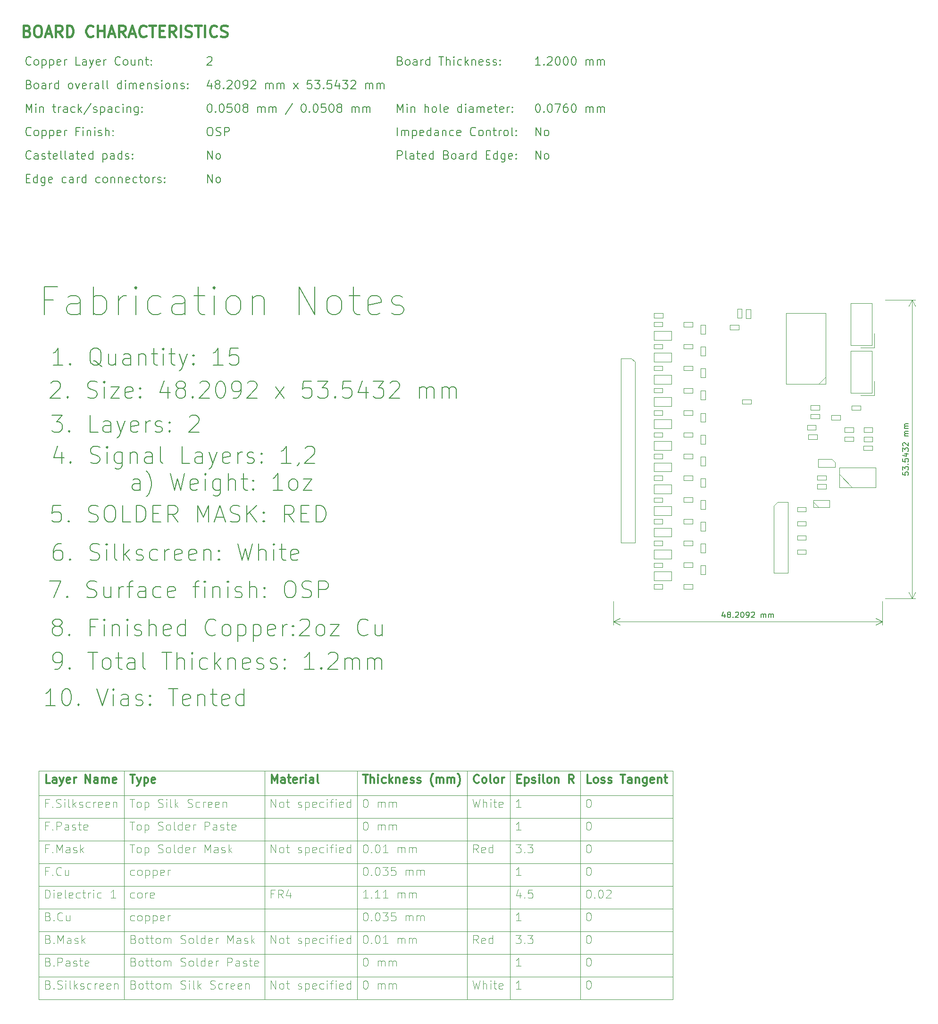
<source format=gbr>
%TF.GenerationSoftware,KiCad,Pcbnew,(6.0.11)*%
%TF.CreationDate,2023-06-25T21:52:06+10:00*%
%TF.ProjectId,LVBMS_A_Sample_R2,4c56424d-535f-4415-9f53-616d706c655f,1*%
%TF.SameCoordinates,Original*%
%TF.FileFunction,AssemblyDrawing,Top*%
%FSLAX46Y46*%
G04 Gerber Fmt 4.6, Leading zero omitted, Abs format (unit mm)*
G04 Created by KiCad (PCBNEW (6.0.11)) date 2023-06-25 21:52:06*
%MOMM*%
%LPD*%
G01*
G04 APERTURE LIST*
%ADD10C,0.100000*%
%ADD11C,0.300000*%
%ADD12C,0.150000*%
%ADD13C,0.200000*%
%ADD14C,0.400000*%
G04 APERTURE END LIST*
D10*
X98814286Y-149500000D02*
X98814286Y-190450000D01*
X22000000Y-153865000D02*
X135785714Y-153865000D01*
X22000000Y-149500000D02*
X135785714Y-149500000D01*
X22000000Y-186385000D02*
X135785714Y-186385000D01*
X135785714Y-149500000D02*
X135785714Y-190450000D01*
X79085715Y-149500000D02*
X79085715Y-190450000D01*
X22000000Y-166060000D02*
X135785714Y-166060000D01*
X22000000Y-178255000D02*
X135785714Y-178255000D01*
X22000000Y-182320000D02*
X135785714Y-182320000D01*
X119128571Y-149500000D02*
X119128571Y-190450000D01*
X62485715Y-149500000D02*
X62485715Y-190450000D01*
X22000000Y-170125000D02*
X135785714Y-170125000D01*
X22000000Y-190450000D02*
X135785714Y-190450000D01*
X22000000Y-157930000D02*
X135785714Y-157930000D01*
X106542857Y-149500000D02*
X106542857Y-190450000D01*
X22000000Y-161995000D02*
X135785714Y-161995000D01*
X22000000Y-149500000D02*
X22000000Y-190450000D01*
X37314286Y-149500000D02*
X37314286Y-190450000D01*
X22000000Y-174190000D02*
X135785714Y-174190000D01*
D11*
X100973571Y-151535714D02*
X100902143Y-151607142D01*
X100687857Y-151678571D01*
X100545000Y-151678571D01*
X100330714Y-151607142D01*
X100187857Y-151464285D01*
X100116428Y-151321428D01*
X100045000Y-151035714D01*
X100045000Y-150821428D01*
X100116428Y-150535714D01*
X100187857Y-150392857D01*
X100330714Y-150250000D01*
X100545000Y-150178571D01*
X100687857Y-150178571D01*
X100902143Y-150250000D01*
X100973571Y-150321428D01*
X101830714Y-151678571D02*
X101687857Y-151607142D01*
X101616428Y-151535714D01*
X101545000Y-151392857D01*
X101545000Y-150964285D01*
X101616428Y-150821428D01*
X101687857Y-150750000D01*
X101830714Y-150678571D01*
X102045000Y-150678571D01*
X102187857Y-150750000D01*
X102259286Y-150821428D01*
X102330714Y-150964285D01*
X102330714Y-151392857D01*
X102259286Y-151535714D01*
X102187857Y-151607142D01*
X102045000Y-151678571D01*
X101830714Y-151678571D01*
X103187857Y-151678571D02*
X103045000Y-151607142D01*
X102973571Y-151464285D01*
X102973571Y-150178571D01*
X103973571Y-151678571D02*
X103830714Y-151607142D01*
X103759286Y-151535714D01*
X103687857Y-151392857D01*
X103687857Y-150964285D01*
X103759286Y-150821428D01*
X103830714Y-150750000D01*
X103973571Y-150678571D01*
X104187857Y-150678571D01*
X104330714Y-150750000D01*
X104402143Y-150821428D01*
X104473571Y-150964285D01*
X104473571Y-151392857D01*
X104402143Y-151535714D01*
X104330714Y-151607142D01*
X104187857Y-151678571D01*
X103973571Y-151678571D01*
X105116428Y-151678571D02*
X105116428Y-150678571D01*
X105116428Y-150964285D02*
X105187857Y-150821428D01*
X105259286Y-150750000D01*
X105402143Y-150678571D01*
X105545000Y-150678571D01*
D10*
X23172142Y-172303571D02*
X23172142Y-170803571D01*
X23529285Y-170803571D01*
X23743571Y-170875000D01*
X23886428Y-171017857D01*
X23957857Y-171160714D01*
X24029285Y-171446428D01*
X24029285Y-171660714D01*
X23957857Y-171946428D01*
X23886428Y-172089285D01*
X23743571Y-172232142D01*
X23529285Y-172303571D01*
X23172142Y-172303571D01*
X24672142Y-172303571D02*
X24672142Y-171303571D01*
X24672142Y-170803571D02*
X24600714Y-170875000D01*
X24672142Y-170946428D01*
X24743571Y-170875000D01*
X24672142Y-170803571D01*
X24672142Y-170946428D01*
X25957857Y-172232142D02*
X25815000Y-172303571D01*
X25529285Y-172303571D01*
X25386428Y-172232142D01*
X25315000Y-172089285D01*
X25315000Y-171517857D01*
X25386428Y-171375000D01*
X25529285Y-171303571D01*
X25815000Y-171303571D01*
X25957857Y-171375000D01*
X26029285Y-171517857D01*
X26029285Y-171660714D01*
X25315000Y-171803571D01*
X26886428Y-172303571D02*
X26743571Y-172232142D01*
X26672142Y-172089285D01*
X26672142Y-170803571D01*
X28029285Y-172232142D02*
X27886428Y-172303571D01*
X27600714Y-172303571D01*
X27457857Y-172232142D01*
X27386428Y-172089285D01*
X27386428Y-171517857D01*
X27457857Y-171375000D01*
X27600714Y-171303571D01*
X27886428Y-171303571D01*
X28029285Y-171375000D01*
X28100714Y-171517857D01*
X28100714Y-171660714D01*
X27386428Y-171803571D01*
X29386428Y-172232142D02*
X29243571Y-172303571D01*
X28957857Y-172303571D01*
X28815000Y-172232142D01*
X28743571Y-172160714D01*
X28672142Y-172017857D01*
X28672142Y-171589285D01*
X28743571Y-171446428D01*
X28815000Y-171375000D01*
X28957857Y-171303571D01*
X29243571Y-171303571D01*
X29386428Y-171375000D01*
X29815000Y-171303571D02*
X30386428Y-171303571D01*
X30029285Y-170803571D02*
X30029285Y-172089285D01*
X30100714Y-172232142D01*
X30243571Y-172303571D01*
X30386428Y-172303571D01*
X30886428Y-172303571D02*
X30886428Y-171303571D01*
X30886428Y-171589285D02*
X30957857Y-171446428D01*
X31029285Y-171375000D01*
X31172142Y-171303571D01*
X31315000Y-171303571D01*
X31815000Y-172303571D02*
X31815000Y-171303571D01*
X31815000Y-170803571D02*
X31743571Y-170875000D01*
X31815000Y-170946428D01*
X31886428Y-170875000D01*
X31815000Y-170803571D01*
X31815000Y-170946428D01*
X33172142Y-172232142D02*
X33029285Y-172303571D01*
X32743571Y-172303571D01*
X32600714Y-172232142D01*
X32529285Y-172160714D01*
X32457857Y-172017857D01*
X32457857Y-171589285D01*
X32529285Y-171446428D01*
X32600714Y-171375000D01*
X32743571Y-171303571D01*
X33029285Y-171303571D01*
X33172142Y-171375000D01*
X35743571Y-172303571D02*
X34886428Y-172303571D01*
X35315000Y-172303571D02*
X35315000Y-170803571D01*
X35172142Y-171017857D01*
X35029285Y-171160714D01*
X34886428Y-171232142D01*
D11*
X80173572Y-150178571D02*
X81030715Y-150178571D01*
X80602143Y-151678571D02*
X80602143Y-150178571D01*
X81530715Y-151678571D02*
X81530715Y-150178571D01*
X82173572Y-151678571D02*
X82173572Y-150892857D01*
X82102143Y-150750000D01*
X81959286Y-150678571D01*
X81745000Y-150678571D01*
X81602143Y-150750000D01*
X81530715Y-150821428D01*
X82887857Y-151678571D02*
X82887857Y-150678571D01*
X82887857Y-150178571D02*
X82816429Y-150250000D01*
X82887857Y-150321428D01*
X82959286Y-150250000D01*
X82887857Y-150178571D01*
X82887857Y-150321428D01*
X84245000Y-151607142D02*
X84102143Y-151678571D01*
X83816429Y-151678571D01*
X83673572Y-151607142D01*
X83602143Y-151535714D01*
X83530715Y-151392857D01*
X83530715Y-150964285D01*
X83602143Y-150821428D01*
X83673572Y-150750000D01*
X83816429Y-150678571D01*
X84102143Y-150678571D01*
X84245000Y-150750000D01*
X84887857Y-151678571D02*
X84887857Y-150178571D01*
X85030715Y-151107142D02*
X85459286Y-151678571D01*
X85459286Y-150678571D02*
X84887857Y-151250000D01*
X86102143Y-150678571D02*
X86102143Y-151678571D01*
X86102143Y-150821428D02*
X86173572Y-150750000D01*
X86316429Y-150678571D01*
X86530715Y-150678571D01*
X86673572Y-150750000D01*
X86745000Y-150892857D01*
X86745000Y-151678571D01*
X88030715Y-151607142D02*
X87887857Y-151678571D01*
X87602143Y-151678571D01*
X87459286Y-151607142D01*
X87387857Y-151464285D01*
X87387857Y-150892857D01*
X87459286Y-150750000D01*
X87602143Y-150678571D01*
X87887857Y-150678571D01*
X88030715Y-150750000D01*
X88102143Y-150892857D01*
X88102143Y-151035714D01*
X87387857Y-151178571D01*
X88673572Y-151607142D02*
X88816429Y-151678571D01*
X89102143Y-151678571D01*
X89245000Y-151607142D01*
X89316429Y-151464285D01*
X89316429Y-151392857D01*
X89245000Y-151250000D01*
X89102143Y-151178571D01*
X88887857Y-151178571D01*
X88745000Y-151107142D01*
X88673572Y-150964285D01*
X88673572Y-150892857D01*
X88745000Y-150750000D01*
X88887857Y-150678571D01*
X89102143Y-150678571D01*
X89245000Y-150750000D01*
X89887857Y-151607142D02*
X90030715Y-151678571D01*
X90316429Y-151678571D01*
X90459286Y-151607142D01*
X90530715Y-151464285D01*
X90530715Y-151392857D01*
X90459286Y-151250000D01*
X90316429Y-151178571D01*
X90102143Y-151178571D01*
X89959286Y-151107142D01*
X89887857Y-150964285D01*
X89887857Y-150892857D01*
X89959286Y-150750000D01*
X90102143Y-150678571D01*
X90316429Y-150678571D01*
X90459286Y-150750000D01*
X92745000Y-152250000D02*
X92673572Y-152178571D01*
X92530715Y-151964285D01*
X92459286Y-151821428D01*
X92387857Y-151607142D01*
X92316429Y-151250000D01*
X92316429Y-150964285D01*
X92387857Y-150607142D01*
X92459286Y-150392857D01*
X92530715Y-150250000D01*
X92673572Y-150035714D01*
X92745000Y-149964285D01*
X93316429Y-151678571D02*
X93316429Y-150678571D01*
X93316429Y-150821428D02*
X93387857Y-150750000D01*
X93530715Y-150678571D01*
X93745000Y-150678571D01*
X93887857Y-150750000D01*
X93959286Y-150892857D01*
X93959286Y-151678571D01*
X93959286Y-150892857D02*
X94030715Y-150750000D01*
X94173572Y-150678571D01*
X94387857Y-150678571D01*
X94530715Y-150750000D01*
X94602143Y-150892857D01*
X94602143Y-151678571D01*
X95316429Y-151678571D02*
X95316429Y-150678571D01*
X95316429Y-150821428D02*
X95387857Y-150750000D01*
X95530715Y-150678571D01*
X95745000Y-150678571D01*
X95887857Y-150750000D01*
X95959286Y-150892857D01*
X95959286Y-151678571D01*
X95959286Y-150892857D02*
X96030715Y-150750000D01*
X96173572Y-150678571D01*
X96387857Y-150678571D01*
X96530715Y-150750000D01*
X96602143Y-150892857D01*
X96602143Y-151678571D01*
X97173572Y-152250000D02*
X97245000Y-152178571D01*
X97387857Y-151964285D01*
X97459286Y-151821428D01*
X97530715Y-151607142D01*
X97602143Y-151250000D01*
X97602143Y-150964285D01*
X97530715Y-150607142D01*
X97459286Y-150392857D01*
X97387857Y-150250000D01*
X97245000Y-150035714D01*
X97173572Y-149964285D01*
D10*
X38986428Y-183712857D02*
X39200714Y-183784285D01*
X39272143Y-183855714D01*
X39343571Y-183998571D01*
X39343571Y-184212857D01*
X39272143Y-184355714D01*
X39200714Y-184427142D01*
X39057857Y-184498571D01*
X38486428Y-184498571D01*
X38486428Y-182998571D01*
X38986428Y-182998571D01*
X39129286Y-183070000D01*
X39200714Y-183141428D01*
X39272143Y-183284285D01*
X39272143Y-183427142D01*
X39200714Y-183570000D01*
X39129286Y-183641428D01*
X38986428Y-183712857D01*
X38486428Y-183712857D01*
X40200714Y-184498571D02*
X40057857Y-184427142D01*
X39986428Y-184355714D01*
X39915000Y-184212857D01*
X39915000Y-183784285D01*
X39986428Y-183641428D01*
X40057857Y-183570000D01*
X40200714Y-183498571D01*
X40415000Y-183498571D01*
X40557857Y-183570000D01*
X40629286Y-183641428D01*
X40700714Y-183784285D01*
X40700714Y-184212857D01*
X40629286Y-184355714D01*
X40557857Y-184427142D01*
X40415000Y-184498571D01*
X40200714Y-184498571D01*
X41129286Y-183498571D02*
X41700714Y-183498571D01*
X41343571Y-182998571D02*
X41343571Y-184284285D01*
X41415000Y-184427142D01*
X41557857Y-184498571D01*
X41700714Y-184498571D01*
X41986428Y-183498571D02*
X42557857Y-183498571D01*
X42200714Y-182998571D02*
X42200714Y-184284285D01*
X42272143Y-184427142D01*
X42415000Y-184498571D01*
X42557857Y-184498571D01*
X43272143Y-184498571D02*
X43129286Y-184427142D01*
X43057857Y-184355714D01*
X42986428Y-184212857D01*
X42986428Y-183784285D01*
X43057857Y-183641428D01*
X43129286Y-183570000D01*
X43272143Y-183498571D01*
X43486428Y-183498571D01*
X43629286Y-183570000D01*
X43700714Y-183641428D01*
X43772143Y-183784285D01*
X43772143Y-184212857D01*
X43700714Y-184355714D01*
X43629286Y-184427142D01*
X43486428Y-184498571D01*
X43272143Y-184498571D01*
X44415000Y-184498571D02*
X44415000Y-183498571D01*
X44415000Y-183641428D02*
X44486428Y-183570000D01*
X44629286Y-183498571D01*
X44843571Y-183498571D01*
X44986428Y-183570000D01*
X45057857Y-183712857D01*
X45057857Y-184498571D01*
X45057857Y-183712857D02*
X45129286Y-183570000D01*
X45272143Y-183498571D01*
X45486428Y-183498571D01*
X45629286Y-183570000D01*
X45700714Y-183712857D01*
X45700714Y-184498571D01*
X47486428Y-184427142D02*
X47700714Y-184498571D01*
X48057857Y-184498571D01*
X48200714Y-184427142D01*
X48272143Y-184355714D01*
X48343571Y-184212857D01*
X48343571Y-184070000D01*
X48272143Y-183927142D01*
X48200714Y-183855714D01*
X48057857Y-183784285D01*
X47772143Y-183712857D01*
X47629286Y-183641428D01*
X47557857Y-183570000D01*
X47486428Y-183427142D01*
X47486428Y-183284285D01*
X47557857Y-183141428D01*
X47629286Y-183070000D01*
X47772143Y-182998571D01*
X48129286Y-182998571D01*
X48343571Y-183070000D01*
X49200714Y-184498571D02*
X49057857Y-184427142D01*
X48986428Y-184355714D01*
X48915000Y-184212857D01*
X48915000Y-183784285D01*
X48986428Y-183641428D01*
X49057857Y-183570000D01*
X49200714Y-183498571D01*
X49415000Y-183498571D01*
X49557857Y-183570000D01*
X49629286Y-183641428D01*
X49700714Y-183784285D01*
X49700714Y-184212857D01*
X49629286Y-184355714D01*
X49557857Y-184427142D01*
X49415000Y-184498571D01*
X49200714Y-184498571D01*
X50557857Y-184498571D02*
X50415000Y-184427142D01*
X50343571Y-184284285D01*
X50343571Y-182998571D01*
X51772143Y-184498571D02*
X51772143Y-182998571D01*
X51772143Y-184427142D02*
X51629286Y-184498571D01*
X51343571Y-184498571D01*
X51200714Y-184427142D01*
X51129286Y-184355714D01*
X51057857Y-184212857D01*
X51057857Y-183784285D01*
X51129286Y-183641428D01*
X51200714Y-183570000D01*
X51343571Y-183498571D01*
X51629286Y-183498571D01*
X51772143Y-183570000D01*
X53057857Y-184427142D02*
X52915000Y-184498571D01*
X52629286Y-184498571D01*
X52486428Y-184427142D01*
X52415000Y-184284285D01*
X52415000Y-183712857D01*
X52486428Y-183570000D01*
X52629286Y-183498571D01*
X52915000Y-183498571D01*
X53057857Y-183570000D01*
X53129286Y-183712857D01*
X53129286Y-183855714D01*
X52415000Y-183998571D01*
X53772143Y-184498571D02*
X53772143Y-183498571D01*
X53772143Y-183784285D02*
X53843571Y-183641428D01*
X53915000Y-183570000D01*
X54057857Y-183498571D01*
X54200714Y-183498571D01*
X55843571Y-184498571D02*
X55843571Y-182998571D01*
X56415000Y-182998571D01*
X56557857Y-183070000D01*
X56629286Y-183141428D01*
X56700714Y-183284285D01*
X56700714Y-183498571D01*
X56629286Y-183641428D01*
X56557857Y-183712857D01*
X56415000Y-183784285D01*
X55843571Y-183784285D01*
X57986428Y-184498571D02*
X57986428Y-183712857D01*
X57915000Y-183570000D01*
X57772143Y-183498571D01*
X57486428Y-183498571D01*
X57343571Y-183570000D01*
X57986428Y-184427142D02*
X57843571Y-184498571D01*
X57486428Y-184498571D01*
X57343571Y-184427142D01*
X57272143Y-184284285D01*
X57272143Y-184141428D01*
X57343571Y-183998571D01*
X57486428Y-183927142D01*
X57843571Y-183927142D01*
X57986428Y-183855714D01*
X58629286Y-184427142D02*
X58772143Y-184498571D01*
X59057857Y-184498571D01*
X59200714Y-184427142D01*
X59272143Y-184284285D01*
X59272143Y-184212857D01*
X59200714Y-184070000D01*
X59057857Y-183998571D01*
X58843571Y-183998571D01*
X58700714Y-183927142D01*
X58629286Y-183784285D01*
X58629286Y-183712857D01*
X58700714Y-183570000D01*
X58843571Y-183498571D01*
X59057857Y-183498571D01*
X59200714Y-183570000D01*
X59700714Y-183498571D02*
X60272143Y-183498571D01*
X59915000Y-182998571D02*
X59915000Y-184284285D01*
X59986428Y-184427142D01*
X60129286Y-184498571D01*
X60272143Y-184498571D01*
X61343571Y-184427142D02*
X61200714Y-184498571D01*
X60915000Y-184498571D01*
X60772143Y-184427142D01*
X60700714Y-184284285D01*
X60700714Y-183712857D01*
X60772143Y-183570000D01*
X60915000Y-183498571D01*
X61200714Y-183498571D01*
X61343571Y-183570000D01*
X61415000Y-183712857D01*
X61415000Y-183855714D01*
X60700714Y-183998571D01*
X108500714Y-184498571D02*
X107643571Y-184498571D01*
X108072142Y-184498571D02*
X108072142Y-182998571D01*
X107929285Y-183212857D01*
X107786428Y-183355714D01*
X107643571Y-183427142D01*
X107572142Y-162673571D02*
X108500714Y-162673571D01*
X108000714Y-163245000D01*
X108214999Y-163245000D01*
X108357857Y-163316428D01*
X108429285Y-163387857D01*
X108500714Y-163530714D01*
X108500714Y-163887857D01*
X108429285Y-164030714D01*
X108357857Y-164102142D01*
X108214999Y-164173571D01*
X107786428Y-164173571D01*
X107643571Y-164102142D01*
X107572142Y-164030714D01*
X109143571Y-164030714D02*
X109214999Y-164102142D01*
X109143571Y-164173571D01*
X109072142Y-164102142D01*
X109143571Y-164030714D01*
X109143571Y-164173571D01*
X109714999Y-162673571D02*
X110643571Y-162673571D01*
X110143571Y-163245000D01*
X110357857Y-163245000D01*
X110500714Y-163316428D01*
X110572142Y-163387857D01*
X110643571Y-163530714D01*
X110643571Y-163887857D01*
X110572142Y-164030714D01*
X110500714Y-164102142D01*
X110357857Y-164173571D01*
X109929285Y-164173571D01*
X109786428Y-164102142D01*
X109714999Y-164030714D01*
X23672142Y-155257857D02*
X23172142Y-155257857D01*
X23172142Y-156043571D02*
X23172142Y-154543571D01*
X23886428Y-154543571D01*
X24457857Y-155900714D02*
X24529285Y-155972142D01*
X24457857Y-156043571D01*
X24386428Y-155972142D01*
X24457857Y-155900714D01*
X24457857Y-156043571D01*
X25100714Y-155972142D02*
X25315000Y-156043571D01*
X25672142Y-156043571D01*
X25815000Y-155972142D01*
X25886428Y-155900714D01*
X25957857Y-155757857D01*
X25957857Y-155615000D01*
X25886428Y-155472142D01*
X25815000Y-155400714D01*
X25672142Y-155329285D01*
X25386428Y-155257857D01*
X25243571Y-155186428D01*
X25172142Y-155115000D01*
X25100714Y-154972142D01*
X25100714Y-154829285D01*
X25172142Y-154686428D01*
X25243571Y-154615000D01*
X25386428Y-154543571D01*
X25743571Y-154543571D01*
X25957857Y-154615000D01*
X26600714Y-156043571D02*
X26600714Y-155043571D01*
X26600714Y-154543571D02*
X26529285Y-154615000D01*
X26600714Y-154686428D01*
X26672142Y-154615000D01*
X26600714Y-154543571D01*
X26600714Y-154686428D01*
X27529285Y-156043571D02*
X27386428Y-155972142D01*
X27315000Y-155829285D01*
X27315000Y-154543571D01*
X28100714Y-156043571D02*
X28100714Y-154543571D01*
X28243571Y-155472142D02*
X28672142Y-156043571D01*
X28672142Y-155043571D02*
X28100714Y-155615000D01*
X29243571Y-155972142D02*
X29386428Y-156043571D01*
X29672142Y-156043571D01*
X29815000Y-155972142D01*
X29886428Y-155829285D01*
X29886428Y-155757857D01*
X29815000Y-155615000D01*
X29672142Y-155543571D01*
X29457857Y-155543571D01*
X29315000Y-155472142D01*
X29243571Y-155329285D01*
X29243571Y-155257857D01*
X29315000Y-155115000D01*
X29457857Y-155043571D01*
X29672142Y-155043571D01*
X29815000Y-155115000D01*
X31172142Y-155972142D02*
X31029285Y-156043571D01*
X30743571Y-156043571D01*
X30600714Y-155972142D01*
X30529285Y-155900714D01*
X30457857Y-155757857D01*
X30457857Y-155329285D01*
X30529285Y-155186428D01*
X30600714Y-155115000D01*
X30743571Y-155043571D01*
X31029285Y-155043571D01*
X31172142Y-155115000D01*
X31815000Y-156043571D02*
X31815000Y-155043571D01*
X31815000Y-155329285D02*
X31886428Y-155186428D01*
X31957857Y-155115000D01*
X32100714Y-155043571D01*
X32243571Y-155043571D01*
X33315000Y-155972142D02*
X33172142Y-156043571D01*
X32886428Y-156043571D01*
X32743571Y-155972142D01*
X32672142Y-155829285D01*
X32672142Y-155257857D01*
X32743571Y-155115000D01*
X32886428Y-155043571D01*
X33172142Y-155043571D01*
X33315000Y-155115000D01*
X33386428Y-155257857D01*
X33386428Y-155400714D01*
X32672142Y-155543571D01*
X34600714Y-155972142D02*
X34457857Y-156043571D01*
X34172142Y-156043571D01*
X34029285Y-155972142D01*
X33957857Y-155829285D01*
X33957857Y-155257857D01*
X34029285Y-155115000D01*
X34172142Y-155043571D01*
X34457857Y-155043571D01*
X34600714Y-155115000D01*
X34672142Y-155257857D01*
X34672142Y-155400714D01*
X33957857Y-155543571D01*
X35315000Y-155043571D02*
X35315000Y-156043571D01*
X35315000Y-155186428D02*
X35386428Y-155115000D01*
X35529285Y-155043571D01*
X35743571Y-155043571D01*
X35886428Y-155115000D01*
X35957857Y-155257857D01*
X35957857Y-156043571D01*
D12*
X26027171Y-108769742D02*
X25455742Y-108769742D01*
X25170028Y-108912600D01*
X25027171Y-109055457D01*
X24741457Y-109484028D01*
X24598600Y-110055457D01*
X24598600Y-111198314D01*
X24741457Y-111484028D01*
X24884314Y-111626885D01*
X25170028Y-111769742D01*
X25741457Y-111769742D01*
X26027171Y-111626885D01*
X26170028Y-111484028D01*
X26312885Y-111198314D01*
X26312885Y-110484028D01*
X26170028Y-110198314D01*
X26027171Y-110055457D01*
X25741457Y-109912600D01*
X25170028Y-109912600D01*
X24884314Y-110055457D01*
X24741457Y-110198314D01*
X24598600Y-110484028D01*
X27598600Y-111484028D02*
X27741457Y-111626885D01*
X27598600Y-111769742D01*
X27455742Y-111626885D01*
X27598600Y-111484028D01*
X27598600Y-111769742D01*
X31170028Y-111626885D02*
X31598600Y-111769742D01*
X32312885Y-111769742D01*
X32598600Y-111626885D01*
X32741457Y-111484028D01*
X32884314Y-111198314D01*
X32884314Y-110912600D01*
X32741457Y-110626885D01*
X32598600Y-110484028D01*
X32312885Y-110341171D01*
X31741457Y-110198314D01*
X31455742Y-110055457D01*
X31312885Y-109912600D01*
X31170028Y-109626885D01*
X31170028Y-109341171D01*
X31312885Y-109055457D01*
X31455742Y-108912600D01*
X31741457Y-108769742D01*
X32455742Y-108769742D01*
X32884314Y-108912600D01*
X34170028Y-111769742D02*
X34170028Y-109769742D01*
X34170028Y-108769742D02*
X34027171Y-108912600D01*
X34170028Y-109055457D01*
X34312885Y-108912600D01*
X34170028Y-108769742D01*
X34170028Y-109055457D01*
X36027171Y-111769742D02*
X35741457Y-111626885D01*
X35598600Y-111341171D01*
X35598600Y-108769742D01*
X37170028Y-111769742D02*
X37170028Y-108769742D01*
X37455742Y-110626885D02*
X38312885Y-111769742D01*
X38312885Y-109769742D02*
X37170028Y-110912600D01*
X39455742Y-111626885D02*
X39741457Y-111769742D01*
X40312885Y-111769742D01*
X40598600Y-111626885D01*
X40741457Y-111341171D01*
X40741457Y-111198314D01*
X40598600Y-110912600D01*
X40312885Y-110769742D01*
X39884314Y-110769742D01*
X39598600Y-110626885D01*
X39455742Y-110341171D01*
X39455742Y-110198314D01*
X39598600Y-109912600D01*
X39884314Y-109769742D01*
X40312885Y-109769742D01*
X40598600Y-109912600D01*
X43312885Y-111626885D02*
X43027171Y-111769742D01*
X42455742Y-111769742D01*
X42170028Y-111626885D01*
X42027171Y-111484028D01*
X41884314Y-111198314D01*
X41884314Y-110341171D01*
X42027171Y-110055457D01*
X42170028Y-109912600D01*
X42455742Y-109769742D01*
X43027171Y-109769742D01*
X43312885Y-109912600D01*
X44598600Y-111769742D02*
X44598600Y-109769742D01*
X44598600Y-110341171D02*
X44741457Y-110055457D01*
X44884314Y-109912600D01*
X45170028Y-109769742D01*
X45455742Y-109769742D01*
X47598600Y-111626885D02*
X47312885Y-111769742D01*
X46741457Y-111769742D01*
X46455742Y-111626885D01*
X46312885Y-111341171D01*
X46312885Y-110198314D01*
X46455742Y-109912600D01*
X46741457Y-109769742D01*
X47312885Y-109769742D01*
X47598600Y-109912600D01*
X47741457Y-110198314D01*
X47741457Y-110484028D01*
X46312885Y-110769742D01*
X50170028Y-111626885D02*
X49884314Y-111769742D01*
X49312885Y-111769742D01*
X49027171Y-111626885D01*
X48884314Y-111341171D01*
X48884314Y-110198314D01*
X49027171Y-109912600D01*
X49312885Y-109769742D01*
X49884314Y-109769742D01*
X50170028Y-109912600D01*
X50312885Y-110198314D01*
X50312885Y-110484028D01*
X48884314Y-110769742D01*
X51598600Y-109769742D02*
X51598600Y-111769742D01*
X51598600Y-110055457D02*
X51741457Y-109912600D01*
X52027171Y-109769742D01*
X52455742Y-109769742D01*
X52741457Y-109912600D01*
X52884314Y-110198314D01*
X52884314Y-111769742D01*
X54312885Y-111484028D02*
X54455742Y-111626885D01*
X54312885Y-111769742D01*
X54170028Y-111626885D01*
X54312885Y-111484028D01*
X54312885Y-111769742D01*
X54312885Y-109912600D02*
X54455742Y-110055457D01*
X54312885Y-110198314D01*
X54170028Y-110055457D01*
X54312885Y-109912600D01*
X54312885Y-110198314D01*
X57741457Y-108769742D02*
X58455742Y-111769742D01*
X59027171Y-109626885D01*
X59598600Y-111769742D01*
X60312885Y-108769742D01*
X61455742Y-111769742D02*
X61455742Y-108769742D01*
X62741457Y-111769742D02*
X62741457Y-110198314D01*
X62598600Y-109912600D01*
X62312885Y-109769742D01*
X61884314Y-109769742D01*
X61598600Y-109912600D01*
X61455742Y-110055457D01*
X64170028Y-111769742D02*
X64170028Y-109769742D01*
X64170028Y-108769742D02*
X64027171Y-108912600D01*
X64170028Y-109055457D01*
X64312885Y-108912600D01*
X64170028Y-108769742D01*
X64170028Y-109055457D01*
X65170028Y-109769742D02*
X66312885Y-109769742D01*
X65598600Y-108769742D02*
X65598600Y-111341171D01*
X65741457Y-111626885D01*
X66027171Y-111769742D01*
X66312885Y-111769742D01*
X68455742Y-111626885D02*
X68170028Y-111769742D01*
X67598600Y-111769742D01*
X67312885Y-111626885D01*
X67170028Y-111341171D01*
X67170028Y-110198314D01*
X67312885Y-109912600D01*
X67598600Y-109769742D01*
X68170028Y-109769742D01*
X68455742Y-109912600D01*
X68598600Y-110198314D01*
X68598600Y-110484028D01*
X67170028Y-110769742D01*
D10*
X81043572Y-172303571D02*
X80186429Y-172303571D01*
X80615000Y-172303571D02*
X80615000Y-170803571D01*
X80472143Y-171017857D01*
X80329286Y-171160714D01*
X80186429Y-171232142D01*
X81686429Y-172160714D02*
X81757857Y-172232142D01*
X81686429Y-172303571D01*
X81615000Y-172232142D01*
X81686429Y-172160714D01*
X81686429Y-172303571D01*
X83186429Y-172303571D02*
X82329286Y-172303571D01*
X82757857Y-172303571D02*
X82757857Y-170803571D01*
X82615000Y-171017857D01*
X82472143Y-171160714D01*
X82329286Y-171232142D01*
X84615000Y-172303571D02*
X83757857Y-172303571D01*
X84186429Y-172303571D02*
X84186429Y-170803571D01*
X84043572Y-171017857D01*
X83900715Y-171160714D01*
X83757857Y-171232142D01*
X86400715Y-172303571D02*
X86400715Y-171303571D01*
X86400715Y-171446428D02*
X86472143Y-171375000D01*
X86615000Y-171303571D01*
X86829286Y-171303571D01*
X86972143Y-171375000D01*
X87043572Y-171517857D01*
X87043572Y-172303571D01*
X87043572Y-171517857D02*
X87115000Y-171375000D01*
X87257857Y-171303571D01*
X87472143Y-171303571D01*
X87615000Y-171375000D01*
X87686429Y-171517857D01*
X87686429Y-172303571D01*
X88400715Y-172303571D02*
X88400715Y-171303571D01*
X88400715Y-171446428D02*
X88472143Y-171375000D01*
X88615000Y-171303571D01*
X88829286Y-171303571D01*
X88972143Y-171375000D01*
X89043572Y-171517857D01*
X89043572Y-172303571D01*
X89043572Y-171517857D02*
X89115000Y-171375000D01*
X89257857Y-171303571D01*
X89472143Y-171303571D01*
X89615000Y-171375000D01*
X89686429Y-171517857D01*
X89686429Y-172303571D01*
X23672142Y-187777857D02*
X23886428Y-187849285D01*
X23957857Y-187920714D01*
X24029285Y-188063571D01*
X24029285Y-188277857D01*
X23957857Y-188420714D01*
X23886428Y-188492142D01*
X23743571Y-188563571D01*
X23172142Y-188563571D01*
X23172142Y-187063571D01*
X23672142Y-187063571D01*
X23815000Y-187135000D01*
X23886428Y-187206428D01*
X23957857Y-187349285D01*
X23957857Y-187492142D01*
X23886428Y-187635000D01*
X23815000Y-187706428D01*
X23672142Y-187777857D01*
X23172142Y-187777857D01*
X24672142Y-188420714D02*
X24743571Y-188492142D01*
X24672142Y-188563571D01*
X24600714Y-188492142D01*
X24672142Y-188420714D01*
X24672142Y-188563571D01*
X25315000Y-188492142D02*
X25529285Y-188563571D01*
X25886428Y-188563571D01*
X26029285Y-188492142D01*
X26100714Y-188420714D01*
X26172142Y-188277857D01*
X26172142Y-188135000D01*
X26100714Y-187992142D01*
X26029285Y-187920714D01*
X25886428Y-187849285D01*
X25600714Y-187777857D01*
X25457857Y-187706428D01*
X25386428Y-187635000D01*
X25315000Y-187492142D01*
X25315000Y-187349285D01*
X25386428Y-187206428D01*
X25457857Y-187135000D01*
X25600714Y-187063571D01*
X25957857Y-187063571D01*
X26172142Y-187135000D01*
X26815000Y-188563571D02*
X26815000Y-187563571D01*
X26815000Y-187063571D02*
X26743571Y-187135000D01*
X26815000Y-187206428D01*
X26886428Y-187135000D01*
X26815000Y-187063571D01*
X26815000Y-187206428D01*
X27743571Y-188563571D02*
X27600714Y-188492142D01*
X27529285Y-188349285D01*
X27529285Y-187063571D01*
X28315000Y-188563571D02*
X28315000Y-187063571D01*
X28457857Y-187992142D02*
X28886428Y-188563571D01*
X28886428Y-187563571D02*
X28315000Y-188135000D01*
X29457857Y-188492142D02*
X29600714Y-188563571D01*
X29886428Y-188563571D01*
X30029285Y-188492142D01*
X30100714Y-188349285D01*
X30100714Y-188277857D01*
X30029285Y-188135000D01*
X29886428Y-188063571D01*
X29672142Y-188063571D01*
X29529285Y-187992142D01*
X29457857Y-187849285D01*
X29457857Y-187777857D01*
X29529285Y-187635000D01*
X29672142Y-187563571D01*
X29886428Y-187563571D01*
X30029285Y-187635000D01*
X31386428Y-188492142D02*
X31243571Y-188563571D01*
X30957857Y-188563571D01*
X30815000Y-188492142D01*
X30743571Y-188420714D01*
X30672142Y-188277857D01*
X30672142Y-187849285D01*
X30743571Y-187706428D01*
X30815000Y-187635000D01*
X30957857Y-187563571D01*
X31243571Y-187563571D01*
X31386428Y-187635000D01*
X32029285Y-188563571D02*
X32029285Y-187563571D01*
X32029285Y-187849285D02*
X32100714Y-187706428D01*
X32172142Y-187635000D01*
X32315000Y-187563571D01*
X32457857Y-187563571D01*
X33529285Y-188492142D02*
X33386428Y-188563571D01*
X33100714Y-188563571D01*
X32957857Y-188492142D01*
X32886428Y-188349285D01*
X32886428Y-187777857D01*
X32957857Y-187635000D01*
X33100714Y-187563571D01*
X33386428Y-187563571D01*
X33529285Y-187635000D01*
X33600714Y-187777857D01*
X33600714Y-187920714D01*
X32886428Y-188063571D01*
X34815000Y-188492142D02*
X34672142Y-188563571D01*
X34386428Y-188563571D01*
X34243571Y-188492142D01*
X34172142Y-188349285D01*
X34172142Y-187777857D01*
X34243571Y-187635000D01*
X34386428Y-187563571D01*
X34672142Y-187563571D01*
X34815000Y-187635000D01*
X34886428Y-187777857D01*
X34886428Y-187920714D01*
X34172142Y-188063571D01*
X35529285Y-187563571D02*
X35529285Y-188563571D01*
X35529285Y-187706428D02*
X35600714Y-187635000D01*
X35743571Y-187563571D01*
X35957857Y-187563571D01*
X36100714Y-187635000D01*
X36172142Y-187777857D01*
X36172142Y-188563571D01*
X23672142Y-175582857D02*
X23886428Y-175654285D01*
X23957857Y-175725714D01*
X24029285Y-175868571D01*
X24029285Y-176082857D01*
X23957857Y-176225714D01*
X23886428Y-176297142D01*
X23743571Y-176368571D01*
X23172142Y-176368571D01*
X23172142Y-174868571D01*
X23672142Y-174868571D01*
X23815000Y-174940000D01*
X23886428Y-175011428D01*
X23957857Y-175154285D01*
X23957857Y-175297142D01*
X23886428Y-175440000D01*
X23815000Y-175511428D01*
X23672142Y-175582857D01*
X23172142Y-175582857D01*
X24672142Y-176225714D02*
X24743571Y-176297142D01*
X24672142Y-176368571D01*
X24600714Y-176297142D01*
X24672142Y-176225714D01*
X24672142Y-176368571D01*
X26243571Y-176225714D02*
X26172142Y-176297142D01*
X25957857Y-176368571D01*
X25815000Y-176368571D01*
X25600714Y-176297142D01*
X25457857Y-176154285D01*
X25386428Y-176011428D01*
X25315000Y-175725714D01*
X25315000Y-175511428D01*
X25386428Y-175225714D01*
X25457857Y-175082857D01*
X25600714Y-174940000D01*
X25815000Y-174868571D01*
X25957857Y-174868571D01*
X26172142Y-174940000D01*
X26243571Y-175011428D01*
X27529285Y-175368571D02*
X27529285Y-176368571D01*
X26886428Y-175368571D02*
X26886428Y-176154285D01*
X26957857Y-176297142D01*
X27100714Y-176368571D01*
X27315000Y-176368571D01*
X27457857Y-176297142D01*
X27529285Y-176225714D01*
D13*
X86851428Y-22212857D02*
X87065714Y-22284285D01*
X87137143Y-22355714D01*
X87208571Y-22498571D01*
X87208571Y-22712857D01*
X87137143Y-22855714D01*
X87065714Y-22927142D01*
X86922857Y-22998571D01*
X86351428Y-22998571D01*
X86351428Y-21498571D01*
X86851428Y-21498571D01*
X86994286Y-21570000D01*
X87065714Y-21641428D01*
X87137143Y-21784285D01*
X87137143Y-21927142D01*
X87065714Y-22070000D01*
X86994286Y-22141428D01*
X86851428Y-22212857D01*
X86351428Y-22212857D01*
X88065714Y-22998571D02*
X87922857Y-22927142D01*
X87851428Y-22855714D01*
X87780000Y-22712857D01*
X87780000Y-22284285D01*
X87851428Y-22141428D01*
X87922857Y-22070000D01*
X88065714Y-21998571D01*
X88280000Y-21998571D01*
X88422857Y-22070000D01*
X88494286Y-22141428D01*
X88565714Y-22284285D01*
X88565714Y-22712857D01*
X88494286Y-22855714D01*
X88422857Y-22927142D01*
X88280000Y-22998571D01*
X88065714Y-22998571D01*
X89851428Y-22998571D02*
X89851428Y-22212857D01*
X89780000Y-22070000D01*
X89637143Y-21998571D01*
X89351428Y-21998571D01*
X89208571Y-22070000D01*
X89851428Y-22927142D02*
X89708571Y-22998571D01*
X89351428Y-22998571D01*
X89208571Y-22927142D01*
X89137143Y-22784285D01*
X89137143Y-22641428D01*
X89208571Y-22498571D01*
X89351428Y-22427142D01*
X89708571Y-22427142D01*
X89851428Y-22355714D01*
X90565714Y-22998571D02*
X90565714Y-21998571D01*
X90565714Y-22284285D02*
X90637143Y-22141428D01*
X90708571Y-22070000D01*
X90851428Y-21998571D01*
X90994286Y-21998571D01*
X92137143Y-22998571D02*
X92137143Y-21498571D01*
X92137143Y-22927142D02*
X91994286Y-22998571D01*
X91708571Y-22998571D01*
X91565714Y-22927142D01*
X91494286Y-22855714D01*
X91422857Y-22712857D01*
X91422857Y-22284285D01*
X91494286Y-22141428D01*
X91565714Y-22070000D01*
X91708571Y-21998571D01*
X91994286Y-21998571D01*
X92137143Y-22070000D01*
X93780000Y-21498571D02*
X94637143Y-21498571D01*
X94208571Y-22998571D02*
X94208571Y-21498571D01*
X95137143Y-22998571D02*
X95137143Y-21498571D01*
X95780000Y-22998571D02*
X95780000Y-22212857D01*
X95708571Y-22070000D01*
X95565714Y-21998571D01*
X95351428Y-21998571D01*
X95208571Y-22070000D01*
X95137143Y-22141428D01*
X96494286Y-22998571D02*
X96494286Y-21998571D01*
X96494286Y-21498571D02*
X96422857Y-21570000D01*
X96494286Y-21641428D01*
X96565714Y-21570000D01*
X96494286Y-21498571D01*
X96494286Y-21641428D01*
X97851428Y-22927142D02*
X97708571Y-22998571D01*
X97422857Y-22998571D01*
X97280000Y-22927142D01*
X97208571Y-22855714D01*
X97137143Y-22712857D01*
X97137143Y-22284285D01*
X97208571Y-22141428D01*
X97280000Y-22070000D01*
X97422857Y-21998571D01*
X97708571Y-21998571D01*
X97851428Y-22070000D01*
X98494286Y-22998571D02*
X98494286Y-21498571D01*
X98637143Y-22427142D02*
X99065714Y-22998571D01*
X99065714Y-21998571D02*
X98494286Y-22570000D01*
X99708571Y-21998571D02*
X99708571Y-22998571D01*
X99708571Y-22141428D02*
X99780000Y-22070000D01*
X99922857Y-21998571D01*
X100137143Y-21998571D01*
X100280000Y-22070000D01*
X100351428Y-22212857D01*
X100351428Y-22998571D01*
X101637143Y-22927142D02*
X101494286Y-22998571D01*
X101208571Y-22998571D01*
X101065714Y-22927142D01*
X100994286Y-22784285D01*
X100994286Y-22212857D01*
X101065714Y-22070000D01*
X101208571Y-21998571D01*
X101494286Y-21998571D01*
X101637143Y-22070000D01*
X101708571Y-22212857D01*
X101708571Y-22355714D01*
X100994286Y-22498571D01*
X102280000Y-22927142D02*
X102422857Y-22998571D01*
X102708571Y-22998571D01*
X102851428Y-22927142D01*
X102922857Y-22784285D01*
X102922857Y-22712857D01*
X102851428Y-22570000D01*
X102708571Y-22498571D01*
X102494286Y-22498571D01*
X102351428Y-22427142D01*
X102280000Y-22284285D01*
X102280000Y-22212857D01*
X102351428Y-22070000D01*
X102494286Y-21998571D01*
X102708571Y-21998571D01*
X102851428Y-22070000D01*
X103494286Y-22927142D02*
X103637143Y-22998571D01*
X103922857Y-22998571D01*
X104065714Y-22927142D01*
X104137143Y-22784285D01*
X104137143Y-22712857D01*
X104065714Y-22570000D01*
X103922857Y-22498571D01*
X103708571Y-22498571D01*
X103565714Y-22427142D01*
X103494286Y-22284285D01*
X103494286Y-22212857D01*
X103565714Y-22070000D01*
X103708571Y-21998571D01*
X103922857Y-21998571D01*
X104065714Y-22070000D01*
X104780000Y-22855714D02*
X104851428Y-22927142D01*
X104780000Y-22998571D01*
X104708571Y-22927142D01*
X104780000Y-22855714D01*
X104780000Y-22998571D01*
X104780000Y-22070000D02*
X104851428Y-22141428D01*
X104780000Y-22212857D01*
X104708571Y-22141428D01*
X104780000Y-22070000D01*
X104780000Y-22212857D01*
X19737142Y-43287857D02*
X20237142Y-43287857D01*
X20451428Y-44073571D02*
X19737142Y-44073571D01*
X19737142Y-42573571D01*
X20451428Y-42573571D01*
X21737142Y-44073571D02*
X21737142Y-42573571D01*
X21737142Y-44002142D02*
X21594285Y-44073571D01*
X21308571Y-44073571D01*
X21165714Y-44002142D01*
X21094285Y-43930714D01*
X21022857Y-43787857D01*
X21022857Y-43359285D01*
X21094285Y-43216428D01*
X21165714Y-43145000D01*
X21308571Y-43073571D01*
X21594285Y-43073571D01*
X21737142Y-43145000D01*
X23094285Y-43073571D02*
X23094285Y-44287857D01*
X23022857Y-44430714D01*
X22951428Y-44502142D01*
X22808571Y-44573571D01*
X22594285Y-44573571D01*
X22451428Y-44502142D01*
X23094285Y-44002142D02*
X22951428Y-44073571D01*
X22665714Y-44073571D01*
X22522857Y-44002142D01*
X22451428Y-43930714D01*
X22380000Y-43787857D01*
X22380000Y-43359285D01*
X22451428Y-43216428D01*
X22522857Y-43145000D01*
X22665714Y-43073571D01*
X22951428Y-43073571D01*
X23094285Y-43145000D01*
X24380000Y-44002142D02*
X24237142Y-44073571D01*
X23951428Y-44073571D01*
X23808571Y-44002142D01*
X23737142Y-43859285D01*
X23737142Y-43287857D01*
X23808571Y-43145000D01*
X23951428Y-43073571D01*
X24237142Y-43073571D01*
X24380000Y-43145000D01*
X24451428Y-43287857D01*
X24451428Y-43430714D01*
X23737142Y-43573571D01*
X26880000Y-44002142D02*
X26737142Y-44073571D01*
X26451428Y-44073571D01*
X26308571Y-44002142D01*
X26237142Y-43930714D01*
X26165714Y-43787857D01*
X26165714Y-43359285D01*
X26237142Y-43216428D01*
X26308571Y-43145000D01*
X26451428Y-43073571D01*
X26737142Y-43073571D01*
X26880000Y-43145000D01*
X28165714Y-44073571D02*
X28165714Y-43287857D01*
X28094285Y-43145000D01*
X27951428Y-43073571D01*
X27665714Y-43073571D01*
X27522857Y-43145000D01*
X28165714Y-44002142D02*
X28022857Y-44073571D01*
X27665714Y-44073571D01*
X27522857Y-44002142D01*
X27451428Y-43859285D01*
X27451428Y-43716428D01*
X27522857Y-43573571D01*
X27665714Y-43502142D01*
X28022857Y-43502142D01*
X28165714Y-43430714D01*
X28880000Y-44073571D02*
X28880000Y-43073571D01*
X28880000Y-43359285D02*
X28951428Y-43216428D01*
X29022857Y-43145000D01*
X29165714Y-43073571D01*
X29308571Y-43073571D01*
X30451428Y-44073571D02*
X30451428Y-42573571D01*
X30451428Y-44002142D02*
X30308571Y-44073571D01*
X30022857Y-44073571D01*
X29880000Y-44002142D01*
X29808571Y-43930714D01*
X29737142Y-43787857D01*
X29737142Y-43359285D01*
X29808571Y-43216428D01*
X29880000Y-43145000D01*
X30022857Y-43073571D01*
X30308571Y-43073571D01*
X30451428Y-43145000D01*
X32951428Y-44002142D02*
X32808571Y-44073571D01*
X32522857Y-44073571D01*
X32380000Y-44002142D01*
X32308571Y-43930714D01*
X32237142Y-43787857D01*
X32237142Y-43359285D01*
X32308571Y-43216428D01*
X32380000Y-43145000D01*
X32522857Y-43073571D01*
X32808571Y-43073571D01*
X32951428Y-43145000D01*
X33808571Y-44073571D02*
X33665714Y-44002142D01*
X33594285Y-43930714D01*
X33522857Y-43787857D01*
X33522857Y-43359285D01*
X33594285Y-43216428D01*
X33665714Y-43145000D01*
X33808571Y-43073571D01*
X34022857Y-43073571D01*
X34165714Y-43145000D01*
X34237142Y-43216428D01*
X34308571Y-43359285D01*
X34308571Y-43787857D01*
X34237142Y-43930714D01*
X34165714Y-44002142D01*
X34022857Y-44073571D01*
X33808571Y-44073571D01*
X34951428Y-43073571D02*
X34951428Y-44073571D01*
X34951428Y-43216428D02*
X35022857Y-43145000D01*
X35165714Y-43073571D01*
X35380000Y-43073571D01*
X35522857Y-43145000D01*
X35594285Y-43287857D01*
X35594285Y-44073571D01*
X36308571Y-43073571D02*
X36308571Y-44073571D01*
X36308571Y-43216428D02*
X36380000Y-43145000D01*
X36522857Y-43073571D01*
X36737142Y-43073571D01*
X36880000Y-43145000D01*
X36951428Y-43287857D01*
X36951428Y-44073571D01*
X38237142Y-44002142D02*
X38094285Y-44073571D01*
X37808571Y-44073571D01*
X37665714Y-44002142D01*
X37594285Y-43859285D01*
X37594285Y-43287857D01*
X37665714Y-43145000D01*
X37808571Y-43073571D01*
X38094285Y-43073571D01*
X38237142Y-43145000D01*
X38308571Y-43287857D01*
X38308571Y-43430714D01*
X37594285Y-43573571D01*
X39594285Y-44002142D02*
X39451428Y-44073571D01*
X39165714Y-44073571D01*
X39022857Y-44002142D01*
X38951428Y-43930714D01*
X38880000Y-43787857D01*
X38880000Y-43359285D01*
X38951428Y-43216428D01*
X39022857Y-43145000D01*
X39165714Y-43073571D01*
X39451428Y-43073571D01*
X39594285Y-43145000D01*
X40022857Y-43073571D02*
X40594285Y-43073571D01*
X40237142Y-42573571D02*
X40237142Y-43859285D01*
X40308571Y-44002142D01*
X40451428Y-44073571D01*
X40594285Y-44073571D01*
X41308571Y-44073571D02*
X41165714Y-44002142D01*
X41094285Y-43930714D01*
X41022857Y-43787857D01*
X41022857Y-43359285D01*
X41094285Y-43216428D01*
X41165714Y-43145000D01*
X41308571Y-43073571D01*
X41522857Y-43073571D01*
X41665714Y-43145000D01*
X41737142Y-43216428D01*
X41808571Y-43359285D01*
X41808571Y-43787857D01*
X41737142Y-43930714D01*
X41665714Y-44002142D01*
X41522857Y-44073571D01*
X41308571Y-44073571D01*
X42451428Y-44073571D02*
X42451428Y-43073571D01*
X42451428Y-43359285D02*
X42522857Y-43216428D01*
X42594285Y-43145000D01*
X42737142Y-43073571D01*
X42880000Y-43073571D01*
X43308571Y-44002142D02*
X43451428Y-44073571D01*
X43737142Y-44073571D01*
X43880000Y-44002142D01*
X43951428Y-43859285D01*
X43951428Y-43787857D01*
X43880000Y-43645000D01*
X43737142Y-43573571D01*
X43522857Y-43573571D01*
X43380000Y-43502142D01*
X43308571Y-43359285D01*
X43308571Y-43287857D01*
X43380000Y-43145000D01*
X43522857Y-43073571D01*
X43737142Y-43073571D01*
X43880000Y-43145000D01*
X44594285Y-43930714D02*
X44665714Y-44002142D01*
X44594285Y-44073571D01*
X44522857Y-44002142D01*
X44594285Y-43930714D01*
X44594285Y-44073571D01*
X44594285Y-43145000D02*
X44665714Y-43216428D01*
X44594285Y-43287857D01*
X44522857Y-43216428D01*
X44594285Y-43145000D01*
X44594285Y-43287857D01*
D12*
X24312885Y-85769742D02*
X26170028Y-85769742D01*
X25170028Y-86912600D01*
X25598600Y-86912600D01*
X25884314Y-87055457D01*
X26027171Y-87198314D01*
X26170028Y-87484028D01*
X26170028Y-88198314D01*
X26027171Y-88484028D01*
X25884314Y-88626885D01*
X25598600Y-88769742D01*
X24741457Y-88769742D01*
X24455742Y-88626885D01*
X24312885Y-88484028D01*
X27455742Y-88484028D02*
X27598600Y-88626885D01*
X27455742Y-88769742D01*
X27312885Y-88626885D01*
X27455742Y-88484028D01*
X27455742Y-88769742D01*
X32598600Y-88769742D02*
X31170028Y-88769742D01*
X31170028Y-85769742D01*
X34884314Y-88769742D02*
X34884314Y-87198314D01*
X34741457Y-86912600D01*
X34455742Y-86769742D01*
X33884314Y-86769742D01*
X33598600Y-86912600D01*
X34884314Y-88626885D02*
X34598600Y-88769742D01*
X33884314Y-88769742D01*
X33598600Y-88626885D01*
X33455742Y-88341171D01*
X33455742Y-88055457D01*
X33598600Y-87769742D01*
X33884314Y-87626885D01*
X34598600Y-87626885D01*
X34884314Y-87484028D01*
X36027171Y-86769742D02*
X36741457Y-88769742D01*
X37455742Y-86769742D02*
X36741457Y-88769742D01*
X36455742Y-89484028D01*
X36312885Y-89626885D01*
X36027171Y-89769742D01*
X39741457Y-88626885D02*
X39455742Y-88769742D01*
X38884314Y-88769742D01*
X38598600Y-88626885D01*
X38455742Y-88341171D01*
X38455742Y-87198314D01*
X38598600Y-86912600D01*
X38884314Y-86769742D01*
X39455742Y-86769742D01*
X39741457Y-86912600D01*
X39884314Y-87198314D01*
X39884314Y-87484028D01*
X38455742Y-87769742D01*
X41170028Y-88769742D02*
X41170028Y-86769742D01*
X41170028Y-87341171D02*
X41312885Y-87055457D01*
X41455742Y-86912600D01*
X41741457Y-86769742D01*
X42027171Y-86769742D01*
X42884314Y-88626885D02*
X43170028Y-88769742D01*
X43741457Y-88769742D01*
X44027171Y-88626885D01*
X44170028Y-88341171D01*
X44170028Y-88198314D01*
X44027171Y-87912600D01*
X43741457Y-87769742D01*
X43312885Y-87769742D01*
X43027171Y-87626885D01*
X42884314Y-87341171D01*
X42884314Y-87198314D01*
X43027171Y-86912600D01*
X43312885Y-86769742D01*
X43741457Y-86769742D01*
X44027171Y-86912600D01*
X45455742Y-88484028D02*
X45598600Y-88626885D01*
X45455742Y-88769742D01*
X45312885Y-88626885D01*
X45455742Y-88484028D01*
X45455742Y-88769742D01*
X45455742Y-86912600D02*
X45598600Y-87055457D01*
X45455742Y-87198314D01*
X45312885Y-87055457D01*
X45455742Y-86912600D01*
X45455742Y-87198314D01*
X49027171Y-86055457D02*
X49170028Y-85912600D01*
X49455742Y-85769742D01*
X50170028Y-85769742D01*
X50455742Y-85912600D01*
X50598600Y-86055457D01*
X50741457Y-86341171D01*
X50741457Y-86626885D01*
X50598600Y-87055457D01*
X48884314Y-88769742D01*
X50741457Y-88769742D01*
D10*
X108500714Y-176368571D02*
X107643571Y-176368571D01*
X108072142Y-176368571D02*
X108072142Y-174868571D01*
X107929285Y-175082857D01*
X107786428Y-175225714D01*
X107643571Y-175297142D01*
D13*
X52580000Y-34143571D02*
X52865714Y-34143571D01*
X53008571Y-34215000D01*
X53151428Y-34357857D01*
X53222857Y-34643571D01*
X53222857Y-35143571D01*
X53151428Y-35429285D01*
X53008571Y-35572142D01*
X52865714Y-35643571D01*
X52580000Y-35643571D01*
X52437143Y-35572142D01*
X52294285Y-35429285D01*
X52222857Y-35143571D01*
X52222857Y-34643571D01*
X52294285Y-34357857D01*
X52437143Y-34215000D01*
X52580000Y-34143571D01*
X53794285Y-35572142D02*
X54008571Y-35643571D01*
X54365714Y-35643571D01*
X54508571Y-35572142D01*
X54580000Y-35500714D01*
X54651428Y-35357857D01*
X54651428Y-35215000D01*
X54580000Y-35072142D01*
X54508571Y-35000714D01*
X54365714Y-34929285D01*
X54080000Y-34857857D01*
X53937143Y-34786428D01*
X53865714Y-34715000D01*
X53794285Y-34572142D01*
X53794285Y-34429285D01*
X53865714Y-34286428D01*
X53937143Y-34215000D01*
X54080000Y-34143571D01*
X54437143Y-34143571D01*
X54651428Y-34215000D01*
X55294285Y-35643571D02*
X55294285Y-34143571D01*
X55865714Y-34143571D01*
X56008571Y-34215000D01*
X56080000Y-34286428D01*
X56151428Y-34429285D01*
X56151428Y-34643571D01*
X56080000Y-34786428D01*
X56008571Y-34857857D01*
X55865714Y-34929285D01*
X55294285Y-34929285D01*
D10*
X23672142Y-159322857D02*
X23172142Y-159322857D01*
X23172142Y-160108571D02*
X23172142Y-158608571D01*
X23886428Y-158608571D01*
X24457857Y-159965714D02*
X24529285Y-160037142D01*
X24457857Y-160108571D01*
X24386428Y-160037142D01*
X24457857Y-159965714D01*
X24457857Y-160108571D01*
X25172142Y-160108571D02*
X25172142Y-158608571D01*
X25743571Y-158608571D01*
X25886428Y-158680000D01*
X25957857Y-158751428D01*
X26029285Y-158894285D01*
X26029285Y-159108571D01*
X25957857Y-159251428D01*
X25886428Y-159322857D01*
X25743571Y-159394285D01*
X25172142Y-159394285D01*
X27315000Y-160108571D02*
X27315000Y-159322857D01*
X27243571Y-159180000D01*
X27100714Y-159108571D01*
X26815000Y-159108571D01*
X26672142Y-159180000D01*
X27315000Y-160037142D02*
X27172142Y-160108571D01*
X26815000Y-160108571D01*
X26672142Y-160037142D01*
X26600714Y-159894285D01*
X26600714Y-159751428D01*
X26672142Y-159608571D01*
X26815000Y-159537142D01*
X27172142Y-159537142D01*
X27315000Y-159465714D01*
X27957857Y-160037142D02*
X28100714Y-160108571D01*
X28386428Y-160108571D01*
X28529285Y-160037142D01*
X28600714Y-159894285D01*
X28600714Y-159822857D01*
X28529285Y-159680000D01*
X28386428Y-159608571D01*
X28172142Y-159608571D01*
X28029285Y-159537142D01*
X27957857Y-159394285D01*
X27957857Y-159322857D01*
X28029285Y-159180000D01*
X28172142Y-159108571D01*
X28386428Y-159108571D01*
X28529285Y-159180000D01*
X29029285Y-159108571D02*
X29600714Y-159108571D01*
X29243571Y-158608571D02*
X29243571Y-159894285D01*
X29315000Y-160037142D01*
X29457857Y-160108571D01*
X29600714Y-160108571D01*
X30672142Y-160037142D02*
X30529285Y-160108571D01*
X30243571Y-160108571D01*
X30100714Y-160037142D01*
X30029285Y-159894285D01*
X30029285Y-159322857D01*
X30100714Y-159180000D01*
X30243571Y-159108571D01*
X30529285Y-159108571D01*
X30672142Y-159180000D01*
X30743571Y-159322857D01*
X30743571Y-159465714D01*
X30029285Y-159608571D01*
D12*
X26098600Y-92354742D02*
X26098600Y-94354742D01*
X25384314Y-91211885D02*
X24670028Y-93354742D01*
X26527171Y-93354742D01*
X27670028Y-94069028D02*
X27812885Y-94211885D01*
X27670028Y-94354742D01*
X27527171Y-94211885D01*
X27670028Y-94069028D01*
X27670028Y-94354742D01*
X31241457Y-94211885D02*
X31670028Y-94354742D01*
X32384314Y-94354742D01*
X32670028Y-94211885D01*
X32812885Y-94069028D01*
X32955742Y-93783314D01*
X32955742Y-93497600D01*
X32812885Y-93211885D01*
X32670028Y-93069028D01*
X32384314Y-92926171D01*
X31812885Y-92783314D01*
X31527171Y-92640457D01*
X31384314Y-92497600D01*
X31241457Y-92211885D01*
X31241457Y-91926171D01*
X31384314Y-91640457D01*
X31527171Y-91497600D01*
X31812885Y-91354742D01*
X32527171Y-91354742D01*
X32955742Y-91497600D01*
X34241457Y-94354742D02*
X34241457Y-92354742D01*
X34241457Y-91354742D02*
X34098600Y-91497600D01*
X34241457Y-91640457D01*
X34384314Y-91497600D01*
X34241457Y-91354742D01*
X34241457Y-91640457D01*
X36955742Y-92354742D02*
X36955742Y-94783314D01*
X36812885Y-95069028D01*
X36670028Y-95211885D01*
X36384314Y-95354742D01*
X35955742Y-95354742D01*
X35670028Y-95211885D01*
X36955742Y-94211885D02*
X36670028Y-94354742D01*
X36098600Y-94354742D01*
X35812885Y-94211885D01*
X35670028Y-94069028D01*
X35527171Y-93783314D01*
X35527171Y-92926171D01*
X35670028Y-92640457D01*
X35812885Y-92497600D01*
X36098600Y-92354742D01*
X36670028Y-92354742D01*
X36955742Y-92497600D01*
X38384314Y-92354742D02*
X38384314Y-94354742D01*
X38384314Y-92640457D02*
X38527171Y-92497600D01*
X38812885Y-92354742D01*
X39241457Y-92354742D01*
X39527171Y-92497600D01*
X39670028Y-92783314D01*
X39670028Y-94354742D01*
X42384314Y-94354742D02*
X42384314Y-92783314D01*
X42241457Y-92497600D01*
X41955742Y-92354742D01*
X41384314Y-92354742D01*
X41098600Y-92497600D01*
X42384314Y-94211885D02*
X42098600Y-94354742D01*
X41384314Y-94354742D01*
X41098600Y-94211885D01*
X40955742Y-93926171D01*
X40955742Y-93640457D01*
X41098600Y-93354742D01*
X41384314Y-93211885D01*
X42098600Y-93211885D01*
X42384314Y-93069028D01*
X44241457Y-94354742D02*
X43955742Y-94211885D01*
X43812885Y-93926171D01*
X43812885Y-91354742D01*
X49098600Y-94354742D02*
X47670028Y-94354742D01*
X47670028Y-91354742D01*
X51384314Y-94354742D02*
X51384314Y-92783314D01*
X51241457Y-92497600D01*
X50955742Y-92354742D01*
X50384314Y-92354742D01*
X50098600Y-92497600D01*
X51384314Y-94211885D02*
X51098600Y-94354742D01*
X50384314Y-94354742D01*
X50098600Y-94211885D01*
X49955742Y-93926171D01*
X49955742Y-93640457D01*
X50098600Y-93354742D01*
X50384314Y-93211885D01*
X51098600Y-93211885D01*
X51384314Y-93069028D01*
X52527171Y-92354742D02*
X53241457Y-94354742D01*
X53955742Y-92354742D02*
X53241457Y-94354742D01*
X52955742Y-95069028D01*
X52812885Y-95211885D01*
X52527171Y-95354742D01*
X56241457Y-94211885D02*
X55955742Y-94354742D01*
X55384314Y-94354742D01*
X55098600Y-94211885D01*
X54955742Y-93926171D01*
X54955742Y-92783314D01*
X55098600Y-92497600D01*
X55384314Y-92354742D01*
X55955742Y-92354742D01*
X56241457Y-92497600D01*
X56384314Y-92783314D01*
X56384314Y-93069028D01*
X54955742Y-93354742D01*
X57670028Y-94354742D02*
X57670028Y-92354742D01*
X57670028Y-92926171D02*
X57812885Y-92640457D01*
X57955742Y-92497600D01*
X58241457Y-92354742D01*
X58527171Y-92354742D01*
X59384314Y-94211885D02*
X59670028Y-94354742D01*
X60241457Y-94354742D01*
X60527171Y-94211885D01*
X60670028Y-93926171D01*
X60670028Y-93783314D01*
X60527171Y-93497600D01*
X60241457Y-93354742D01*
X59812885Y-93354742D01*
X59527171Y-93211885D01*
X59384314Y-92926171D01*
X59384314Y-92783314D01*
X59527171Y-92497600D01*
X59812885Y-92354742D01*
X60241457Y-92354742D01*
X60527171Y-92497600D01*
X61955742Y-94069028D02*
X62098599Y-94211885D01*
X61955742Y-94354742D01*
X61812885Y-94211885D01*
X61955742Y-94069028D01*
X61955742Y-94354742D01*
X61955742Y-92497600D02*
X62098599Y-92640457D01*
X61955742Y-92783314D01*
X61812885Y-92640457D01*
X61955742Y-92497600D01*
X61955742Y-92783314D01*
X67241457Y-94354742D02*
X65527171Y-94354742D01*
X66384314Y-94354742D02*
X66384314Y-91354742D01*
X66098599Y-91783314D01*
X65812885Y-92069028D01*
X65527171Y-92211885D01*
X68670028Y-94211885D02*
X68670028Y-94354742D01*
X68527171Y-94640457D01*
X68384314Y-94783314D01*
X69812885Y-91640457D02*
X69955742Y-91497600D01*
X70241457Y-91354742D01*
X70955742Y-91354742D01*
X71241457Y-91497600D01*
X71384314Y-91640457D01*
X71527171Y-91926171D01*
X71527171Y-92211885D01*
X71384314Y-92640457D01*
X69670028Y-94354742D01*
X71527171Y-94354742D01*
X40170028Y-99184742D02*
X40170028Y-97613314D01*
X40027171Y-97327600D01*
X39741457Y-97184742D01*
X39170028Y-97184742D01*
X38884314Y-97327600D01*
X40170028Y-99041885D02*
X39884314Y-99184742D01*
X39170028Y-99184742D01*
X38884314Y-99041885D01*
X38741457Y-98756171D01*
X38741457Y-98470457D01*
X38884314Y-98184742D01*
X39170028Y-98041885D01*
X39884314Y-98041885D01*
X40170028Y-97899028D01*
X41312885Y-100327600D02*
X41455742Y-100184742D01*
X41741457Y-99756171D01*
X41884314Y-99470457D01*
X42027171Y-99041885D01*
X42170028Y-98327600D01*
X42170028Y-97756171D01*
X42027171Y-97041885D01*
X41884314Y-96613314D01*
X41741457Y-96327600D01*
X41455742Y-95899028D01*
X41312885Y-95756171D01*
X45598600Y-96184742D02*
X46312885Y-99184742D01*
X46884314Y-97041885D01*
X47455742Y-99184742D01*
X48170028Y-96184742D01*
X50455742Y-99041885D02*
X50170028Y-99184742D01*
X49598600Y-99184742D01*
X49312885Y-99041885D01*
X49170028Y-98756171D01*
X49170028Y-97613314D01*
X49312885Y-97327600D01*
X49598600Y-97184742D01*
X50170028Y-97184742D01*
X50455742Y-97327600D01*
X50598600Y-97613314D01*
X50598600Y-97899028D01*
X49170028Y-98184742D01*
X51884314Y-99184742D02*
X51884314Y-97184742D01*
X51884314Y-96184742D02*
X51741457Y-96327600D01*
X51884314Y-96470457D01*
X52027171Y-96327600D01*
X51884314Y-96184742D01*
X51884314Y-96470457D01*
X54598600Y-97184742D02*
X54598600Y-99613314D01*
X54455742Y-99899028D01*
X54312885Y-100041885D01*
X54027171Y-100184742D01*
X53598600Y-100184742D01*
X53312885Y-100041885D01*
X54598600Y-99041885D02*
X54312885Y-99184742D01*
X53741457Y-99184742D01*
X53455742Y-99041885D01*
X53312885Y-98899028D01*
X53170028Y-98613314D01*
X53170028Y-97756171D01*
X53312885Y-97470457D01*
X53455742Y-97327600D01*
X53741457Y-97184742D01*
X54312885Y-97184742D01*
X54598600Y-97327600D01*
X56027171Y-99184742D02*
X56027171Y-96184742D01*
X57312885Y-99184742D02*
X57312885Y-97613314D01*
X57170028Y-97327600D01*
X56884314Y-97184742D01*
X56455742Y-97184742D01*
X56170028Y-97327600D01*
X56027171Y-97470457D01*
X58312885Y-97184742D02*
X59455742Y-97184742D01*
X58741457Y-96184742D02*
X58741457Y-98756171D01*
X58884314Y-99041885D01*
X59170028Y-99184742D01*
X59455742Y-99184742D01*
X60455742Y-98899028D02*
X60598600Y-99041885D01*
X60455742Y-99184742D01*
X60312885Y-99041885D01*
X60455742Y-98899028D01*
X60455742Y-99184742D01*
X60455742Y-97327600D02*
X60598600Y-97470457D01*
X60455742Y-97613314D01*
X60312885Y-97470457D01*
X60455742Y-97327600D01*
X60455742Y-97613314D01*
X65741457Y-99184742D02*
X64027171Y-99184742D01*
X64884314Y-99184742D02*
X64884314Y-96184742D01*
X64598599Y-96613314D01*
X64312885Y-96899028D01*
X64027171Y-97041885D01*
X67455742Y-99184742D02*
X67170028Y-99041885D01*
X67027171Y-98899028D01*
X66884314Y-98613314D01*
X66884314Y-97756171D01*
X67027171Y-97470457D01*
X67170028Y-97327600D01*
X67455742Y-97184742D01*
X67884314Y-97184742D01*
X68170028Y-97327600D01*
X68312885Y-97470457D01*
X68455742Y-97756171D01*
X68455742Y-98613314D01*
X68312885Y-98899028D01*
X68170028Y-99041885D01*
X67884314Y-99184742D01*
X67455742Y-99184742D01*
X69455742Y-97184742D02*
X71027171Y-97184742D01*
X69455742Y-99184742D01*
X71027171Y-99184742D01*
D10*
X120586428Y-154543571D02*
X120729285Y-154543571D01*
X120872142Y-154615000D01*
X120943571Y-154686428D01*
X121014999Y-154829285D01*
X121086428Y-155115000D01*
X121086428Y-155472142D01*
X121014999Y-155757857D01*
X120943571Y-155900714D01*
X120872142Y-155972142D01*
X120729285Y-156043571D01*
X120586428Y-156043571D01*
X120443571Y-155972142D01*
X120372142Y-155900714D01*
X120300713Y-155757857D01*
X120229285Y-155472142D01*
X120229285Y-155115000D01*
X120300713Y-154829285D01*
X120372142Y-154686428D01*
X120443571Y-154615000D01*
X120586428Y-154543571D01*
D13*
X52294285Y-44073571D02*
X52294285Y-42573571D01*
X53151428Y-44073571D01*
X53151428Y-42573571D01*
X54080000Y-44073571D02*
X53937143Y-44002142D01*
X53865714Y-43930714D01*
X53794285Y-43787857D01*
X53794285Y-43359285D01*
X53865714Y-43216428D01*
X53937143Y-43145000D01*
X54080000Y-43073571D01*
X54294285Y-43073571D01*
X54437143Y-43145000D01*
X54508571Y-43216428D01*
X54580000Y-43359285D01*
X54580000Y-43787857D01*
X54508571Y-43930714D01*
X54437143Y-44002142D01*
X54294285Y-44073571D01*
X54080000Y-44073571D01*
D10*
X120586428Y-158608571D02*
X120729285Y-158608571D01*
X120872142Y-158680000D01*
X120943571Y-158751428D01*
X121014999Y-158894285D01*
X121086428Y-159180000D01*
X121086428Y-159537142D01*
X121014999Y-159822857D01*
X120943571Y-159965714D01*
X120872142Y-160037142D01*
X120729285Y-160108571D01*
X120586428Y-160108571D01*
X120443571Y-160037142D01*
X120372142Y-159965714D01*
X120300713Y-159822857D01*
X120229285Y-159537142D01*
X120229285Y-159180000D01*
X120300713Y-158894285D01*
X120372142Y-158751428D01*
X120443571Y-158680000D01*
X120586428Y-158608571D01*
X39129286Y-172232142D02*
X38986428Y-172303571D01*
X38700714Y-172303571D01*
X38557857Y-172232142D01*
X38486428Y-172160714D01*
X38415000Y-172017857D01*
X38415000Y-171589285D01*
X38486428Y-171446428D01*
X38557857Y-171375000D01*
X38700714Y-171303571D01*
X38986428Y-171303571D01*
X39129286Y-171375000D01*
X39986428Y-172303571D02*
X39843571Y-172232142D01*
X39772143Y-172160714D01*
X39700714Y-172017857D01*
X39700714Y-171589285D01*
X39772143Y-171446428D01*
X39843571Y-171375000D01*
X39986428Y-171303571D01*
X40200714Y-171303571D01*
X40343571Y-171375000D01*
X40415000Y-171446428D01*
X40486428Y-171589285D01*
X40486428Y-172017857D01*
X40415000Y-172160714D01*
X40343571Y-172232142D01*
X40200714Y-172303571D01*
X39986428Y-172303571D01*
X41129286Y-172303571D02*
X41129286Y-171303571D01*
X41129286Y-171589285D02*
X41200714Y-171446428D01*
X41272143Y-171375000D01*
X41415000Y-171303571D01*
X41557857Y-171303571D01*
X42629286Y-172232142D02*
X42486428Y-172303571D01*
X42200714Y-172303571D01*
X42057857Y-172232142D01*
X41986428Y-172089285D01*
X41986428Y-171517857D01*
X42057857Y-171375000D01*
X42200714Y-171303571D01*
X42486428Y-171303571D01*
X42629286Y-171375000D01*
X42700714Y-171517857D01*
X42700714Y-171660714D01*
X41986428Y-171803571D01*
X120586428Y-187063571D02*
X120729285Y-187063571D01*
X120872142Y-187135000D01*
X120943571Y-187206428D01*
X121014999Y-187349285D01*
X121086428Y-187635000D01*
X121086428Y-187992142D01*
X121014999Y-188277857D01*
X120943571Y-188420714D01*
X120872142Y-188492142D01*
X120729285Y-188563571D01*
X120586428Y-188563571D01*
X120443571Y-188492142D01*
X120372142Y-188420714D01*
X120300713Y-188277857D01*
X120229285Y-187992142D01*
X120229285Y-187635000D01*
X120300713Y-187349285D01*
X120372142Y-187206428D01*
X120443571Y-187135000D01*
X120586428Y-187063571D01*
D11*
X38402143Y-150178571D02*
X39259286Y-150178571D01*
X38830714Y-151678571D02*
X38830714Y-150178571D01*
X39616428Y-150678571D02*
X39973571Y-151678571D01*
X40330714Y-150678571D02*
X39973571Y-151678571D01*
X39830714Y-152035714D01*
X39759286Y-152107142D01*
X39616428Y-152178571D01*
X40902143Y-150678571D02*
X40902143Y-152178571D01*
X40902143Y-150750000D02*
X41045000Y-150678571D01*
X41330714Y-150678571D01*
X41473571Y-150750000D01*
X41545000Y-150821428D01*
X41616428Y-150964285D01*
X41616428Y-151392857D01*
X41545000Y-151535714D01*
X41473571Y-151607142D01*
X41330714Y-151678571D01*
X41045000Y-151678571D01*
X40902143Y-151607142D01*
X42830714Y-151607142D02*
X42687857Y-151678571D01*
X42402143Y-151678571D01*
X42259286Y-151607142D01*
X42187857Y-151464285D01*
X42187857Y-150892857D01*
X42259286Y-150750000D01*
X42402143Y-150678571D01*
X42687857Y-150678571D01*
X42830714Y-150750000D01*
X42902143Y-150892857D01*
X42902143Y-151035714D01*
X42187857Y-151178571D01*
D10*
X108500714Y-156043571D02*
X107643571Y-156043571D01*
X108072142Y-156043571D02*
X108072142Y-154543571D01*
X107929285Y-154757857D01*
X107786428Y-154900714D01*
X107643571Y-154972142D01*
X99843571Y-187063571D02*
X100200714Y-188563571D01*
X100486428Y-187492142D01*
X100772143Y-188563571D01*
X101129286Y-187063571D01*
X101700714Y-188563571D02*
X101700714Y-187063571D01*
X102343571Y-188563571D02*
X102343571Y-187777857D01*
X102272143Y-187635000D01*
X102129286Y-187563571D01*
X101915000Y-187563571D01*
X101772143Y-187635000D01*
X101700714Y-187706428D01*
X103057857Y-188563571D02*
X103057857Y-187563571D01*
X103057857Y-187063571D02*
X102986428Y-187135000D01*
X103057857Y-187206428D01*
X103129286Y-187135000D01*
X103057857Y-187063571D01*
X103057857Y-187206428D01*
X103557857Y-187563571D02*
X104129286Y-187563571D01*
X103772143Y-187063571D02*
X103772143Y-188349285D01*
X103843571Y-188492142D01*
X103986428Y-188563571D01*
X104129286Y-188563571D01*
X105200714Y-188492142D02*
X105057857Y-188563571D01*
X104772143Y-188563571D01*
X104629286Y-188492142D01*
X104557857Y-188349285D01*
X104557857Y-187777857D01*
X104629286Y-187635000D01*
X104772143Y-187563571D01*
X105057857Y-187563571D01*
X105200714Y-187635000D01*
X105272143Y-187777857D01*
X105272143Y-187920714D01*
X104557857Y-188063571D01*
X100843571Y-180433571D02*
X100343571Y-179719285D01*
X99986428Y-180433571D02*
X99986428Y-178933571D01*
X100557857Y-178933571D01*
X100700714Y-179005000D01*
X100772143Y-179076428D01*
X100843571Y-179219285D01*
X100843571Y-179433571D01*
X100772143Y-179576428D01*
X100700714Y-179647857D01*
X100557857Y-179719285D01*
X99986428Y-179719285D01*
X102057857Y-180362142D02*
X101915000Y-180433571D01*
X101629286Y-180433571D01*
X101486428Y-180362142D01*
X101415000Y-180219285D01*
X101415000Y-179647857D01*
X101486428Y-179505000D01*
X101629286Y-179433571D01*
X101915000Y-179433571D01*
X102057857Y-179505000D01*
X102129286Y-179647857D01*
X102129286Y-179790714D01*
X101415000Y-179933571D01*
X103415000Y-180433571D02*
X103415000Y-178933571D01*
X103415000Y-180362142D02*
X103272143Y-180433571D01*
X102986428Y-180433571D01*
X102843571Y-180362142D01*
X102772143Y-180290714D01*
X102700714Y-180147857D01*
X102700714Y-179719285D01*
X102772143Y-179576428D01*
X102843571Y-179505000D01*
X102986428Y-179433571D01*
X103272143Y-179433571D01*
X103415000Y-179505000D01*
D13*
X86351428Y-31428571D02*
X86351428Y-29928571D01*
X86851428Y-31000000D01*
X87351428Y-29928571D01*
X87351428Y-31428571D01*
X88065714Y-31428571D02*
X88065714Y-30428571D01*
X88065714Y-29928571D02*
X87994286Y-30000000D01*
X88065714Y-30071428D01*
X88137143Y-30000000D01*
X88065714Y-29928571D01*
X88065714Y-30071428D01*
X88780000Y-30428571D02*
X88780000Y-31428571D01*
X88780000Y-30571428D02*
X88851428Y-30500000D01*
X88994286Y-30428571D01*
X89208571Y-30428571D01*
X89351428Y-30500000D01*
X89422857Y-30642857D01*
X89422857Y-31428571D01*
X91280000Y-31428571D02*
X91280000Y-29928571D01*
X91922857Y-31428571D02*
X91922857Y-30642857D01*
X91851428Y-30500000D01*
X91708571Y-30428571D01*
X91494286Y-30428571D01*
X91351428Y-30500000D01*
X91280000Y-30571428D01*
X92851428Y-31428571D02*
X92708571Y-31357142D01*
X92637143Y-31285714D01*
X92565714Y-31142857D01*
X92565714Y-30714285D01*
X92637143Y-30571428D01*
X92708571Y-30500000D01*
X92851428Y-30428571D01*
X93065714Y-30428571D01*
X93208571Y-30500000D01*
X93280000Y-30571428D01*
X93351428Y-30714285D01*
X93351428Y-31142857D01*
X93280000Y-31285714D01*
X93208571Y-31357142D01*
X93065714Y-31428571D01*
X92851428Y-31428571D01*
X94208571Y-31428571D02*
X94065714Y-31357142D01*
X93994286Y-31214285D01*
X93994286Y-29928571D01*
X95351428Y-31357142D02*
X95208571Y-31428571D01*
X94922857Y-31428571D01*
X94780000Y-31357142D01*
X94708571Y-31214285D01*
X94708571Y-30642857D01*
X94780000Y-30500000D01*
X94922857Y-30428571D01*
X95208571Y-30428571D01*
X95351428Y-30500000D01*
X95422857Y-30642857D01*
X95422857Y-30785714D01*
X94708571Y-30928571D01*
X97851428Y-31428571D02*
X97851428Y-29928571D01*
X97851428Y-31357142D02*
X97708571Y-31428571D01*
X97422857Y-31428571D01*
X97280000Y-31357142D01*
X97208571Y-31285714D01*
X97137143Y-31142857D01*
X97137143Y-30714285D01*
X97208571Y-30571428D01*
X97280000Y-30500000D01*
X97422857Y-30428571D01*
X97708571Y-30428571D01*
X97851428Y-30500000D01*
X98565714Y-31428571D02*
X98565714Y-30428571D01*
X98565714Y-29928571D02*
X98494286Y-30000000D01*
X98565714Y-30071428D01*
X98637143Y-30000000D01*
X98565714Y-29928571D01*
X98565714Y-30071428D01*
X99922857Y-31428571D02*
X99922857Y-30642857D01*
X99851428Y-30500000D01*
X99708571Y-30428571D01*
X99422857Y-30428571D01*
X99280000Y-30500000D01*
X99922857Y-31357142D02*
X99780000Y-31428571D01*
X99422857Y-31428571D01*
X99280000Y-31357142D01*
X99208571Y-31214285D01*
X99208571Y-31071428D01*
X99280000Y-30928571D01*
X99422857Y-30857142D01*
X99780000Y-30857142D01*
X99922857Y-30785714D01*
X100637143Y-31428571D02*
X100637143Y-30428571D01*
X100637143Y-30571428D02*
X100708571Y-30500000D01*
X100851428Y-30428571D01*
X101065714Y-30428571D01*
X101208571Y-30500000D01*
X101280000Y-30642857D01*
X101280000Y-31428571D01*
X101280000Y-30642857D02*
X101351428Y-30500000D01*
X101494286Y-30428571D01*
X101708571Y-30428571D01*
X101851428Y-30500000D01*
X101922857Y-30642857D01*
X101922857Y-31428571D01*
X103208571Y-31357142D02*
X103065714Y-31428571D01*
X102780000Y-31428571D01*
X102637143Y-31357142D01*
X102565714Y-31214285D01*
X102565714Y-30642857D01*
X102637143Y-30500000D01*
X102780000Y-30428571D01*
X103065714Y-30428571D01*
X103208571Y-30500000D01*
X103280000Y-30642857D01*
X103280000Y-30785714D01*
X102565714Y-30928571D01*
X103708571Y-30428571D02*
X104280000Y-30428571D01*
X103922857Y-29928571D02*
X103922857Y-31214285D01*
X103994286Y-31357142D01*
X104137143Y-31428571D01*
X104280000Y-31428571D01*
X105351428Y-31357142D02*
X105208571Y-31428571D01*
X104922857Y-31428571D01*
X104780000Y-31357142D01*
X104708571Y-31214285D01*
X104708571Y-30642857D01*
X104780000Y-30500000D01*
X104922857Y-30428571D01*
X105208571Y-30428571D01*
X105351428Y-30500000D01*
X105422857Y-30642857D01*
X105422857Y-30785714D01*
X104708571Y-30928571D01*
X106065714Y-31428571D02*
X106065714Y-30428571D01*
X106065714Y-30714285D02*
X106137143Y-30571428D01*
X106208571Y-30500000D01*
X106351428Y-30428571D01*
X106494286Y-30428571D01*
X106994286Y-31285714D02*
X107065714Y-31357142D01*
X106994286Y-31428571D01*
X106922857Y-31357142D01*
X106994286Y-31285714D01*
X106994286Y-31428571D01*
X106994286Y-30500000D02*
X107065714Y-30571428D01*
X106994286Y-30642857D01*
X106922857Y-30571428D01*
X106994286Y-30500000D01*
X106994286Y-30642857D01*
D12*
X25027171Y-123555457D02*
X24741457Y-123412600D01*
X24598599Y-123269742D01*
X24455742Y-122984028D01*
X24455742Y-122841171D01*
X24598599Y-122555457D01*
X24741457Y-122412600D01*
X25027171Y-122269742D01*
X25598599Y-122269742D01*
X25884314Y-122412600D01*
X26027171Y-122555457D01*
X26170028Y-122841171D01*
X26170028Y-122984028D01*
X26027171Y-123269742D01*
X25884314Y-123412600D01*
X25598599Y-123555457D01*
X25027171Y-123555457D01*
X24741457Y-123698314D01*
X24598599Y-123841171D01*
X24455742Y-124126885D01*
X24455742Y-124698314D01*
X24598599Y-124984028D01*
X24741457Y-125126885D01*
X25027171Y-125269742D01*
X25598599Y-125269742D01*
X25884314Y-125126885D01*
X26027171Y-124984028D01*
X26170028Y-124698314D01*
X26170028Y-124126885D01*
X26027171Y-123841171D01*
X25884314Y-123698314D01*
X25598599Y-123555457D01*
X27455742Y-124984028D02*
X27598599Y-125126885D01*
X27455742Y-125269742D01*
X27312885Y-125126885D01*
X27455742Y-124984028D01*
X27455742Y-125269742D01*
X32170028Y-123698314D02*
X31170028Y-123698314D01*
X31170028Y-125269742D02*
X31170028Y-122269742D01*
X32598599Y-122269742D01*
X33741457Y-125269742D02*
X33741457Y-123269742D01*
X33741457Y-122269742D02*
X33598599Y-122412600D01*
X33741457Y-122555457D01*
X33884314Y-122412600D01*
X33741457Y-122269742D01*
X33741457Y-122555457D01*
X35170028Y-123269742D02*
X35170028Y-125269742D01*
X35170028Y-123555457D02*
X35312885Y-123412600D01*
X35598599Y-123269742D01*
X36027171Y-123269742D01*
X36312885Y-123412600D01*
X36455742Y-123698314D01*
X36455742Y-125269742D01*
X37884314Y-125269742D02*
X37884314Y-123269742D01*
X37884314Y-122269742D02*
X37741457Y-122412600D01*
X37884314Y-122555457D01*
X38027171Y-122412600D01*
X37884314Y-122269742D01*
X37884314Y-122555457D01*
X39170028Y-125126885D02*
X39455742Y-125269742D01*
X40027171Y-125269742D01*
X40312885Y-125126885D01*
X40455742Y-124841171D01*
X40455742Y-124698314D01*
X40312885Y-124412600D01*
X40027171Y-124269742D01*
X39598599Y-124269742D01*
X39312885Y-124126885D01*
X39170028Y-123841171D01*
X39170028Y-123698314D01*
X39312885Y-123412600D01*
X39598599Y-123269742D01*
X40027171Y-123269742D01*
X40312885Y-123412600D01*
X41741457Y-125269742D02*
X41741457Y-122269742D01*
X43027171Y-125269742D02*
X43027171Y-123698314D01*
X42884314Y-123412600D01*
X42598599Y-123269742D01*
X42170028Y-123269742D01*
X41884314Y-123412600D01*
X41741457Y-123555457D01*
X45598599Y-125126885D02*
X45312885Y-125269742D01*
X44741457Y-125269742D01*
X44455742Y-125126885D01*
X44312885Y-124841171D01*
X44312885Y-123698314D01*
X44455742Y-123412600D01*
X44741457Y-123269742D01*
X45312885Y-123269742D01*
X45598599Y-123412600D01*
X45741457Y-123698314D01*
X45741457Y-123984028D01*
X44312885Y-124269742D01*
X48312885Y-125269742D02*
X48312885Y-122269742D01*
X48312885Y-125126885D02*
X48027171Y-125269742D01*
X47455742Y-125269742D01*
X47170028Y-125126885D01*
X47027171Y-124984028D01*
X46884314Y-124698314D01*
X46884314Y-123841171D01*
X47027171Y-123555457D01*
X47170028Y-123412600D01*
X47455742Y-123269742D01*
X48027171Y-123269742D01*
X48312885Y-123412600D01*
X53741457Y-124984028D02*
X53598599Y-125126885D01*
X53170028Y-125269742D01*
X52884314Y-125269742D01*
X52455742Y-125126885D01*
X52170028Y-124841171D01*
X52027171Y-124555457D01*
X51884314Y-123984028D01*
X51884314Y-123555457D01*
X52027171Y-122984028D01*
X52170028Y-122698314D01*
X52455742Y-122412600D01*
X52884314Y-122269742D01*
X53170028Y-122269742D01*
X53598599Y-122412600D01*
X53741457Y-122555457D01*
X55455742Y-125269742D02*
X55170028Y-125126885D01*
X55027171Y-124984028D01*
X54884314Y-124698314D01*
X54884314Y-123841171D01*
X55027171Y-123555457D01*
X55170028Y-123412600D01*
X55455742Y-123269742D01*
X55884314Y-123269742D01*
X56170028Y-123412600D01*
X56312885Y-123555457D01*
X56455742Y-123841171D01*
X56455742Y-124698314D01*
X56312885Y-124984028D01*
X56170028Y-125126885D01*
X55884314Y-125269742D01*
X55455742Y-125269742D01*
X57741457Y-123269742D02*
X57741457Y-126269742D01*
X57741457Y-123412600D02*
X58027171Y-123269742D01*
X58598599Y-123269742D01*
X58884314Y-123412600D01*
X59027171Y-123555457D01*
X59170028Y-123841171D01*
X59170028Y-124698314D01*
X59027171Y-124984028D01*
X58884314Y-125126885D01*
X58598599Y-125269742D01*
X58027171Y-125269742D01*
X57741457Y-125126885D01*
X60455742Y-123269742D02*
X60455742Y-126269742D01*
X60455742Y-123412600D02*
X60741457Y-123269742D01*
X61312885Y-123269742D01*
X61598599Y-123412600D01*
X61741457Y-123555457D01*
X61884314Y-123841171D01*
X61884314Y-124698314D01*
X61741457Y-124984028D01*
X61598599Y-125126885D01*
X61312885Y-125269742D01*
X60741457Y-125269742D01*
X60455742Y-125126885D01*
X64312885Y-125126885D02*
X64027171Y-125269742D01*
X63455742Y-125269742D01*
X63170028Y-125126885D01*
X63027171Y-124841171D01*
X63027171Y-123698314D01*
X63170028Y-123412600D01*
X63455742Y-123269742D01*
X64027171Y-123269742D01*
X64312885Y-123412600D01*
X64455742Y-123698314D01*
X64455742Y-123984028D01*
X63027171Y-124269742D01*
X65741457Y-125269742D02*
X65741457Y-123269742D01*
X65741457Y-123841171D02*
X65884314Y-123555457D01*
X66027171Y-123412600D01*
X66312885Y-123269742D01*
X66598600Y-123269742D01*
X67598600Y-124984028D02*
X67741457Y-125126885D01*
X67598600Y-125269742D01*
X67455742Y-125126885D01*
X67598600Y-124984028D01*
X67598600Y-125269742D01*
X67598600Y-123412600D02*
X67741457Y-123555457D01*
X67598600Y-123698314D01*
X67455742Y-123555457D01*
X67598600Y-123412600D01*
X67598600Y-123698314D01*
X68884314Y-122555457D02*
X69027171Y-122412600D01*
X69312885Y-122269742D01*
X70027171Y-122269742D01*
X70312885Y-122412600D01*
X70455742Y-122555457D01*
X70598599Y-122841171D01*
X70598599Y-123126885D01*
X70455742Y-123555457D01*
X68741457Y-125269742D01*
X70598599Y-125269742D01*
X72312885Y-125269742D02*
X72027171Y-125126885D01*
X71884314Y-124984028D01*
X71741457Y-124698314D01*
X71741457Y-123841171D01*
X71884314Y-123555457D01*
X72027171Y-123412600D01*
X72312885Y-123269742D01*
X72741457Y-123269742D01*
X73027171Y-123412600D01*
X73170028Y-123555457D01*
X73312885Y-123841171D01*
X73312885Y-124698314D01*
X73170028Y-124984028D01*
X73027171Y-125126885D01*
X72741457Y-125269742D01*
X72312885Y-125269742D01*
X74312885Y-123269742D02*
X75884314Y-123269742D01*
X74312885Y-125269742D01*
X75884314Y-125269742D01*
X81027171Y-124984028D02*
X80884314Y-125126885D01*
X80455742Y-125269742D01*
X80170028Y-125269742D01*
X79741457Y-125126885D01*
X79455742Y-124841171D01*
X79312885Y-124555457D01*
X79170028Y-123984028D01*
X79170028Y-123555457D01*
X79312885Y-122984028D01*
X79455742Y-122698314D01*
X79741457Y-122412600D01*
X80170028Y-122269742D01*
X80455742Y-122269742D01*
X80884314Y-122412600D01*
X81027171Y-122555457D01*
X83598599Y-123269742D02*
X83598599Y-125269742D01*
X82312885Y-123269742D02*
X82312885Y-124841171D01*
X82455742Y-125126885D01*
X82741457Y-125269742D01*
X83170028Y-125269742D01*
X83455742Y-125126885D01*
X83598599Y-124984028D01*
D10*
X23672142Y-163387857D02*
X23172142Y-163387857D01*
X23172142Y-164173571D02*
X23172142Y-162673571D01*
X23886428Y-162673571D01*
X24457857Y-164030714D02*
X24529285Y-164102142D01*
X24457857Y-164173571D01*
X24386428Y-164102142D01*
X24457857Y-164030714D01*
X24457857Y-164173571D01*
X25172142Y-164173571D02*
X25172142Y-162673571D01*
X25672142Y-163745000D01*
X26172142Y-162673571D01*
X26172142Y-164173571D01*
X27529285Y-164173571D02*
X27529285Y-163387857D01*
X27457857Y-163245000D01*
X27315000Y-163173571D01*
X27029285Y-163173571D01*
X26886428Y-163245000D01*
X27529285Y-164102142D02*
X27386428Y-164173571D01*
X27029285Y-164173571D01*
X26886428Y-164102142D01*
X26815000Y-163959285D01*
X26815000Y-163816428D01*
X26886428Y-163673571D01*
X27029285Y-163602142D01*
X27386428Y-163602142D01*
X27529285Y-163530714D01*
X28172142Y-164102142D02*
X28315000Y-164173571D01*
X28600714Y-164173571D01*
X28743571Y-164102142D01*
X28815000Y-163959285D01*
X28815000Y-163887857D01*
X28743571Y-163745000D01*
X28600714Y-163673571D01*
X28386428Y-163673571D01*
X28243571Y-163602142D01*
X28172142Y-163459285D01*
X28172142Y-163387857D01*
X28243571Y-163245000D01*
X28386428Y-163173571D01*
X28600714Y-163173571D01*
X28743571Y-163245000D01*
X29457857Y-164173571D02*
X29457857Y-162673571D01*
X29600714Y-163602142D02*
X30029285Y-164173571D01*
X30029285Y-163173571D02*
X29457857Y-163745000D01*
D13*
X19737142Y-31428571D02*
X19737142Y-29928571D01*
X20237142Y-31000000D01*
X20737142Y-29928571D01*
X20737142Y-31428571D01*
X21451428Y-31428571D02*
X21451428Y-30428571D01*
X21451428Y-29928571D02*
X21380000Y-30000000D01*
X21451428Y-30071428D01*
X21522857Y-30000000D01*
X21451428Y-29928571D01*
X21451428Y-30071428D01*
X22165714Y-30428571D02*
X22165714Y-31428571D01*
X22165714Y-30571428D02*
X22237142Y-30500000D01*
X22380000Y-30428571D01*
X22594285Y-30428571D01*
X22737142Y-30500000D01*
X22808571Y-30642857D01*
X22808571Y-31428571D01*
X24451428Y-30428571D02*
X25022857Y-30428571D01*
X24665714Y-29928571D02*
X24665714Y-31214285D01*
X24737142Y-31357142D01*
X24880000Y-31428571D01*
X25022857Y-31428571D01*
X25522857Y-31428571D02*
X25522857Y-30428571D01*
X25522857Y-30714285D02*
X25594285Y-30571428D01*
X25665714Y-30500000D01*
X25808571Y-30428571D01*
X25951428Y-30428571D01*
X27094285Y-31428571D02*
X27094285Y-30642857D01*
X27022857Y-30500000D01*
X26880000Y-30428571D01*
X26594285Y-30428571D01*
X26451428Y-30500000D01*
X27094285Y-31357142D02*
X26951428Y-31428571D01*
X26594285Y-31428571D01*
X26451428Y-31357142D01*
X26380000Y-31214285D01*
X26380000Y-31071428D01*
X26451428Y-30928571D01*
X26594285Y-30857142D01*
X26951428Y-30857142D01*
X27094285Y-30785714D01*
X28451428Y-31357142D02*
X28308571Y-31428571D01*
X28022857Y-31428571D01*
X27880000Y-31357142D01*
X27808571Y-31285714D01*
X27737142Y-31142857D01*
X27737142Y-30714285D01*
X27808571Y-30571428D01*
X27880000Y-30500000D01*
X28022857Y-30428571D01*
X28308571Y-30428571D01*
X28451428Y-30500000D01*
X29094285Y-31428571D02*
X29094285Y-29928571D01*
X29237142Y-30857142D02*
X29665714Y-31428571D01*
X29665714Y-30428571D02*
X29094285Y-31000000D01*
X31380000Y-29857142D02*
X30094285Y-31785714D01*
X31808571Y-31357142D02*
X31951428Y-31428571D01*
X32237142Y-31428571D01*
X32380000Y-31357142D01*
X32451428Y-31214285D01*
X32451428Y-31142857D01*
X32380000Y-31000000D01*
X32237142Y-30928571D01*
X32022857Y-30928571D01*
X31880000Y-30857142D01*
X31808571Y-30714285D01*
X31808571Y-30642857D01*
X31880000Y-30500000D01*
X32022857Y-30428571D01*
X32237142Y-30428571D01*
X32380000Y-30500000D01*
X33094285Y-30428571D02*
X33094285Y-31928571D01*
X33094285Y-30500000D02*
X33237142Y-30428571D01*
X33522857Y-30428571D01*
X33665714Y-30500000D01*
X33737142Y-30571428D01*
X33808571Y-30714285D01*
X33808571Y-31142857D01*
X33737142Y-31285714D01*
X33665714Y-31357142D01*
X33522857Y-31428571D01*
X33237142Y-31428571D01*
X33094285Y-31357142D01*
X35094285Y-31428571D02*
X35094285Y-30642857D01*
X35022857Y-30500000D01*
X34880000Y-30428571D01*
X34594285Y-30428571D01*
X34451428Y-30500000D01*
X35094285Y-31357142D02*
X34951428Y-31428571D01*
X34594285Y-31428571D01*
X34451428Y-31357142D01*
X34380000Y-31214285D01*
X34380000Y-31071428D01*
X34451428Y-30928571D01*
X34594285Y-30857142D01*
X34951428Y-30857142D01*
X35094285Y-30785714D01*
X36451428Y-31357142D02*
X36308571Y-31428571D01*
X36022857Y-31428571D01*
X35880000Y-31357142D01*
X35808571Y-31285714D01*
X35737142Y-31142857D01*
X35737142Y-30714285D01*
X35808571Y-30571428D01*
X35880000Y-30500000D01*
X36022857Y-30428571D01*
X36308571Y-30428571D01*
X36451428Y-30500000D01*
X37094285Y-31428571D02*
X37094285Y-30428571D01*
X37094285Y-29928571D02*
X37022857Y-30000000D01*
X37094285Y-30071428D01*
X37165714Y-30000000D01*
X37094285Y-29928571D01*
X37094285Y-30071428D01*
X37808571Y-30428571D02*
X37808571Y-31428571D01*
X37808571Y-30571428D02*
X37880000Y-30500000D01*
X38022857Y-30428571D01*
X38237142Y-30428571D01*
X38380000Y-30500000D01*
X38451428Y-30642857D01*
X38451428Y-31428571D01*
X39808571Y-30428571D02*
X39808571Y-31642857D01*
X39737142Y-31785714D01*
X39665714Y-31857142D01*
X39522857Y-31928571D01*
X39308571Y-31928571D01*
X39165714Y-31857142D01*
X39808571Y-31357142D02*
X39665714Y-31428571D01*
X39380000Y-31428571D01*
X39237142Y-31357142D01*
X39165714Y-31285714D01*
X39094285Y-31142857D01*
X39094285Y-30714285D01*
X39165714Y-30571428D01*
X39237142Y-30500000D01*
X39380000Y-30428571D01*
X39665714Y-30428571D01*
X39808571Y-30500000D01*
X40522857Y-31285714D02*
X40594285Y-31357142D01*
X40522857Y-31428571D01*
X40451428Y-31357142D01*
X40522857Y-31285714D01*
X40522857Y-31428571D01*
X40522857Y-30500000D02*
X40594285Y-30571428D01*
X40522857Y-30642857D01*
X40451428Y-30571428D01*
X40522857Y-30500000D01*
X40522857Y-30642857D01*
D10*
X38272143Y-158608571D02*
X39129286Y-158608571D01*
X38700714Y-160108571D02*
X38700714Y-158608571D01*
X39843571Y-160108571D02*
X39700714Y-160037142D01*
X39629286Y-159965714D01*
X39557857Y-159822857D01*
X39557857Y-159394285D01*
X39629286Y-159251428D01*
X39700714Y-159180000D01*
X39843571Y-159108571D01*
X40057857Y-159108571D01*
X40200714Y-159180000D01*
X40272143Y-159251428D01*
X40343571Y-159394285D01*
X40343571Y-159822857D01*
X40272143Y-159965714D01*
X40200714Y-160037142D01*
X40057857Y-160108571D01*
X39843571Y-160108571D01*
X40986428Y-159108571D02*
X40986428Y-160608571D01*
X40986428Y-159180000D02*
X41129286Y-159108571D01*
X41415000Y-159108571D01*
X41557857Y-159180000D01*
X41629286Y-159251428D01*
X41700714Y-159394285D01*
X41700714Y-159822857D01*
X41629286Y-159965714D01*
X41557857Y-160037142D01*
X41415000Y-160108571D01*
X41129286Y-160108571D01*
X40986428Y-160037142D01*
X43415000Y-160037142D02*
X43629286Y-160108571D01*
X43986428Y-160108571D01*
X44129286Y-160037142D01*
X44200714Y-159965714D01*
X44272143Y-159822857D01*
X44272143Y-159680000D01*
X44200714Y-159537142D01*
X44129286Y-159465714D01*
X43986428Y-159394285D01*
X43700714Y-159322857D01*
X43557857Y-159251428D01*
X43486428Y-159180000D01*
X43415000Y-159037142D01*
X43415000Y-158894285D01*
X43486428Y-158751428D01*
X43557857Y-158680000D01*
X43700714Y-158608571D01*
X44057857Y-158608571D01*
X44272143Y-158680000D01*
X45129286Y-160108571D02*
X44986428Y-160037142D01*
X44915000Y-159965714D01*
X44843571Y-159822857D01*
X44843571Y-159394285D01*
X44915000Y-159251428D01*
X44986428Y-159180000D01*
X45129286Y-159108571D01*
X45343571Y-159108571D01*
X45486428Y-159180000D01*
X45557857Y-159251428D01*
X45629286Y-159394285D01*
X45629286Y-159822857D01*
X45557857Y-159965714D01*
X45486428Y-160037142D01*
X45343571Y-160108571D01*
X45129286Y-160108571D01*
X46486428Y-160108571D02*
X46343571Y-160037142D01*
X46272143Y-159894285D01*
X46272143Y-158608571D01*
X47700714Y-160108571D02*
X47700714Y-158608571D01*
X47700714Y-160037142D02*
X47557857Y-160108571D01*
X47272143Y-160108571D01*
X47129286Y-160037142D01*
X47057857Y-159965714D01*
X46986428Y-159822857D01*
X46986428Y-159394285D01*
X47057857Y-159251428D01*
X47129286Y-159180000D01*
X47272143Y-159108571D01*
X47557857Y-159108571D01*
X47700714Y-159180000D01*
X48986428Y-160037142D02*
X48843571Y-160108571D01*
X48557857Y-160108571D01*
X48415000Y-160037142D01*
X48343571Y-159894285D01*
X48343571Y-159322857D01*
X48415000Y-159180000D01*
X48557857Y-159108571D01*
X48843571Y-159108571D01*
X48986428Y-159180000D01*
X49057857Y-159322857D01*
X49057857Y-159465714D01*
X48343571Y-159608571D01*
X49700714Y-160108571D02*
X49700714Y-159108571D01*
X49700714Y-159394285D02*
X49772143Y-159251428D01*
X49843571Y-159180000D01*
X49986428Y-159108571D01*
X50129286Y-159108571D01*
X51772143Y-160108571D02*
X51772143Y-158608571D01*
X52343571Y-158608571D01*
X52486428Y-158680000D01*
X52557857Y-158751428D01*
X52629286Y-158894285D01*
X52629286Y-159108571D01*
X52557857Y-159251428D01*
X52486428Y-159322857D01*
X52343571Y-159394285D01*
X51772143Y-159394285D01*
X53915000Y-160108571D02*
X53915000Y-159322857D01*
X53843571Y-159180000D01*
X53700714Y-159108571D01*
X53415000Y-159108571D01*
X53272143Y-159180000D01*
X53915000Y-160037142D02*
X53772143Y-160108571D01*
X53415000Y-160108571D01*
X53272143Y-160037142D01*
X53200714Y-159894285D01*
X53200714Y-159751428D01*
X53272143Y-159608571D01*
X53415000Y-159537142D01*
X53772143Y-159537142D01*
X53915000Y-159465714D01*
X54557857Y-160037142D02*
X54700714Y-160108571D01*
X54986428Y-160108571D01*
X55129286Y-160037142D01*
X55200714Y-159894285D01*
X55200714Y-159822857D01*
X55129286Y-159680000D01*
X54986428Y-159608571D01*
X54772143Y-159608571D01*
X54629286Y-159537142D01*
X54557857Y-159394285D01*
X54557857Y-159322857D01*
X54629286Y-159180000D01*
X54772143Y-159108571D01*
X54986428Y-159108571D01*
X55129286Y-159180000D01*
X55629286Y-159108571D02*
X56200714Y-159108571D01*
X55843571Y-158608571D02*
X55843571Y-159894285D01*
X55915000Y-160037142D01*
X56057857Y-160108571D01*
X56200714Y-160108571D01*
X57272143Y-160037142D02*
X57129286Y-160108571D01*
X56843571Y-160108571D01*
X56700714Y-160037142D01*
X56629286Y-159894285D01*
X56629286Y-159322857D01*
X56700714Y-159180000D01*
X56843571Y-159108571D01*
X57129286Y-159108571D01*
X57272143Y-159180000D01*
X57343571Y-159322857D01*
X57343571Y-159465714D01*
X56629286Y-159608571D01*
X38986428Y-187777857D02*
X39200714Y-187849285D01*
X39272143Y-187920714D01*
X39343571Y-188063571D01*
X39343571Y-188277857D01*
X39272143Y-188420714D01*
X39200714Y-188492142D01*
X39057857Y-188563571D01*
X38486428Y-188563571D01*
X38486428Y-187063571D01*
X38986428Y-187063571D01*
X39129286Y-187135000D01*
X39200714Y-187206428D01*
X39272143Y-187349285D01*
X39272143Y-187492142D01*
X39200714Y-187635000D01*
X39129286Y-187706428D01*
X38986428Y-187777857D01*
X38486428Y-187777857D01*
X40200714Y-188563571D02*
X40057857Y-188492142D01*
X39986428Y-188420714D01*
X39915000Y-188277857D01*
X39915000Y-187849285D01*
X39986428Y-187706428D01*
X40057857Y-187635000D01*
X40200714Y-187563571D01*
X40415000Y-187563571D01*
X40557857Y-187635000D01*
X40629286Y-187706428D01*
X40700714Y-187849285D01*
X40700714Y-188277857D01*
X40629286Y-188420714D01*
X40557857Y-188492142D01*
X40415000Y-188563571D01*
X40200714Y-188563571D01*
X41129286Y-187563571D02*
X41700714Y-187563571D01*
X41343571Y-187063571D02*
X41343571Y-188349285D01*
X41415000Y-188492142D01*
X41557857Y-188563571D01*
X41700714Y-188563571D01*
X41986428Y-187563571D02*
X42557857Y-187563571D01*
X42200714Y-187063571D02*
X42200714Y-188349285D01*
X42272143Y-188492142D01*
X42415000Y-188563571D01*
X42557857Y-188563571D01*
X43272143Y-188563571D02*
X43129286Y-188492142D01*
X43057857Y-188420714D01*
X42986428Y-188277857D01*
X42986428Y-187849285D01*
X43057857Y-187706428D01*
X43129286Y-187635000D01*
X43272143Y-187563571D01*
X43486428Y-187563571D01*
X43629286Y-187635000D01*
X43700714Y-187706428D01*
X43772143Y-187849285D01*
X43772143Y-188277857D01*
X43700714Y-188420714D01*
X43629286Y-188492142D01*
X43486428Y-188563571D01*
X43272143Y-188563571D01*
X44415000Y-188563571D02*
X44415000Y-187563571D01*
X44415000Y-187706428D02*
X44486428Y-187635000D01*
X44629286Y-187563571D01*
X44843571Y-187563571D01*
X44986428Y-187635000D01*
X45057857Y-187777857D01*
X45057857Y-188563571D01*
X45057857Y-187777857D02*
X45129286Y-187635000D01*
X45272143Y-187563571D01*
X45486428Y-187563571D01*
X45629286Y-187635000D01*
X45700714Y-187777857D01*
X45700714Y-188563571D01*
X47486428Y-188492142D02*
X47700714Y-188563571D01*
X48057857Y-188563571D01*
X48200714Y-188492142D01*
X48272143Y-188420714D01*
X48343571Y-188277857D01*
X48343571Y-188135000D01*
X48272143Y-187992142D01*
X48200714Y-187920714D01*
X48057857Y-187849285D01*
X47772143Y-187777857D01*
X47629286Y-187706428D01*
X47557857Y-187635000D01*
X47486428Y-187492142D01*
X47486428Y-187349285D01*
X47557857Y-187206428D01*
X47629286Y-187135000D01*
X47772143Y-187063571D01*
X48129286Y-187063571D01*
X48343571Y-187135000D01*
X48986428Y-188563571D02*
X48986428Y-187563571D01*
X48986428Y-187063571D02*
X48915000Y-187135000D01*
X48986428Y-187206428D01*
X49057857Y-187135000D01*
X48986428Y-187063571D01*
X48986428Y-187206428D01*
X49915000Y-188563571D02*
X49772143Y-188492142D01*
X49700714Y-188349285D01*
X49700714Y-187063571D01*
X50486428Y-188563571D02*
X50486428Y-187063571D01*
X50629286Y-187992142D02*
X51057857Y-188563571D01*
X51057857Y-187563571D02*
X50486428Y-188135000D01*
X52772143Y-188492142D02*
X52986428Y-188563571D01*
X53343571Y-188563571D01*
X53486428Y-188492142D01*
X53557857Y-188420714D01*
X53629286Y-188277857D01*
X53629286Y-188135000D01*
X53557857Y-187992142D01*
X53486428Y-187920714D01*
X53343571Y-187849285D01*
X53057857Y-187777857D01*
X52915000Y-187706428D01*
X52843571Y-187635000D01*
X52772143Y-187492142D01*
X52772143Y-187349285D01*
X52843571Y-187206428D01*
X52915000Y-187135000D01*
X53057857Y-187063571D01*
X53415000Y-187063571D01*
X53629286Y-187135000D01*
X54915000Y-188492142D02*
X54772143Y-188563571D01*
X54486428Y-188563571D01*
X54343571Y-188492142D01*
X54272143Y-188420714D01*
X54200714Y-188277857D01*
X54200714Y-187849285D01*
X54272143Y-187706428D01*
X54343571Y-187635000D01*
X54486428Y-187563571D01*
X54772143Y-187563571D01*
X54915000Y-187635000D01*
X55557857Y-188563571D02*
X55557857Y-187563571D01*
X55557857Y-187849285D02*
X55629286Y-187706428D01*
X55700714Y-187635000D01*
X55843571Y-187563571D01*
X55986428Y-187563571D01*
X57057857Y-188492142D02*
X56915000Y-188563571D01*
X56629286Y-188563571D01*
X56486428Y-188492142D01*
X56415000Y-188349285D01*
X56415000Y-187777857D01*
X56486428Y-187635000D01*
X56629286Y-187563571D01*
X56915000Y-187563571D01*
X57057857Y-187635000D01*
X57129286Y-187777857D01*
X57129286Y-187920714D01*
X56415000Y-188063571D01*
X58343571Y-188492142D02*
X58200714Y-188563571D01*
X57915000Y-188563571D01*
X57772143Y-188492142D01*
X57700714Y-188349285D01*
X57700714Y-187777857D01*
X57772143Y-187635000D01*
X57915000Y-187563571D01*
X58200714Y-187563571D01*
X58343571Y-187635000D01*
X58415000Y-187777857D01*
X58415000Y-187920714D01*
X57700714Y-188063571D01*
X59057857Y-187563571D02*
X59057857Y-188563571D01*
X59057857Y-187706428D02*
X59129286Y-187635000D01*
X59272143Y-187563571D01*
X59486428Y-187563571D01*
X59629286Y-187635000D01*
X59700714Y-187777857D01*
X59700714Y-188563571D01*
X39129286Y-168167142D02*
X38986428Y-168238571D01*
X38700714Y-168238571D01*
X38557857Y-168167142D01*
X38486428Y-168095714D01*
X38415000Y-167952857D01*
X38415000Y-167524285D01*
X38486428Y-167381428D01*
X38557857Y-167310000D01*
X38700714Y-167238571D01*
X38986428Y-167238571D01*
X39129286Y-167310000D01*
X39986428Y-168238571D02*
X39843571Y-168167142D01*
X39772143Y-168095714D01*
X39700714Y-167952857D01*
X39700714Y-167524285D01*
X39772143Y-167381428D01*
X39843571Y-167310000D01*
X39986428Y-167238571D01*
X40200714Y-167238571D01*
X40343571Y-167310000D01*
X40415000Y-167381428D01*
X40486428Y-167524285D01*
X40486428Y-167952857D01*
X40415000Y-168095714D01*
X40343571Y-168167142D01*
X40200714Y-168238571D01*
X39986428Y-168238571D01*
X41129286Y-167238571D02*
X41129286Y-168738571D01*
X41129286Y-167310000D02*
X41272143Y-167238571D01*
X41557857Y-167238571D01*
X41700714Y-167310000D01*
X41772143Y-167381428D01*
X41843571Y-167524285D01*
X41843571Y-167952857D01*
X41772143Y-168095714D01*
X41700714Y-168167142D01*
X41557857Y-168238571D01*
X41272143Y-168238571D01*
X41129286Y-168167142D01*
X42486428Y-167238571D02*
X42486428Y-168738571D01*
X42486428Y-167310000D02*
X42629286Y-167238571D01*
X42915000Y-167238571D01*
X43057857Y-167310000D01*
X43129286Y-167381428D01*
X43200714Y-167524285D01*
X43200714Y-167952857D01*
X43129286Y-168095714D01*
X43057857Y-168167142D01*
X42915000Y-168238571D01*
X42629286Y-168238571D01*
X42486428Y-168167142D01*
X44415000Y-168167142D02*
X44272143Y-168238571D01*
X43986428Y-168238571D01*
X43843571Y-168167142D01*
X43772143Y-168024285D01*
X43772143Y-167452857D01*
X43843571Y-167310000D01*
X43986428Y-167238571D01*
X44272143Y-167238571D01*
X44415000Y-167310000D01*
X44486428Y-167452857D01*
X44486428Y-167595714D01*
X43772143Y-167738571D01*
X45129286Y-168238571D02*
X45129286Y-167238571D01*
X45129286Y-167524285D02*
X45200714Y-167381428D01*
X45272143Y-167310000D01*
X45415000Y-167238571D01*
X45557857Y-167238571D01*
D12*
X25920400Y-101910942D02*
X24491828Y-101910942D01*
X24348971Y-103339514D01*
X24491828Y-103196657D01*
X24777542Y-103053800D01*
X25491828Y-103053800D01*
X25777542Y-103196657D01*
X25920400Y-103339514D01*
X26063257Y-103625228D01*
X26063257Y-104339514D01*
X25920400Y-104625228D01*
X25777542Y-104768085D01*
X25491828Y-104910942D01*
X24777542Y-104910942D01*
X24491828Y-104768085D01*
X24348971Y-104625228D01*
X27348971Y-104625228D02*
X27491828Y-104768085D01*
X27348971Y-104910942D01*
X27206114Y-104768085D01*
X27348971Y-104625228D01*
X27348971Y-104910942D01*
X30920400Y-104768085D02*
X31348971Y-104910942D01*
X32063257Y-104910942D01*
X32348971Y-104768085D01*
X32491828Y-104625228D01*
X32634685Y-104339514D01*
X32634685Y-104053800D01*
X32491828Y-103768085D01*
X32348971Y-103625228D01*
X32063257Y-103482371D01*
X31491828Y-103339514D01*
X31206114Y-103196657D01*
X31063257Y-103053800D01*
X30920400Y-102768085D01*
X30920400Y-102482371D01*
X31063257Y-102196657D01*
X31206114Y-102053800D01*
X31491828Y-101910942D01*
X32206114Y-101910942D01*
X32634685Y-102053800D01*
X34491828Y-101910942D02*
X35063257Y-101910942D01*
X35348971Y-102053800D01*
X35634685Y-102339514D01*
X35777542Y-102910942D01*
X35777542Y-103910942D01*
X35634685Y-104482371D01*
X35348971Y-104768085D01*
X35063257Y-104910942D01*
X34491828Y-104910942D01*
X34206114Y-104768085D01*
X33920400Y-104482371D01*
X33777542Y-103910942D01*
X33777542Y-102910942D01*
X33920400Y-102339514D01*
X34206114Y-102053800D01*
X34491828Y-101910942D01*
X38491828Y-104910942D02*
X37063257Y-104910942D01*
X37063257Y-101910942D01*
X39491828Y-104910942D02*
X39491828Y-101910942D01*
X40206114Y-101910942D01*
X40634685Y-102053800D01*
X40920400Y-102339514D01*
X41063257Y-102625228D01*
X41206114Y-103196657D01*
X41206114Y-103625228D01*
X41063257Y-104196657D01*
X40920400Y-104482371D01*
X40634685Y-104768085D01*
X40206114Y-104910942D01*
X39491828Y-104910942D01*
X42491828Y-103339514D02*
X43491828Y-103339514D01*
X43920400Y-104910942D02*
X42491828Y-104910942D01*
X42491828Y-101910942D01*
X43920400Y-101910942D01*
X46920400Y-104910942D02*
X45920400Y-103482371D01*
X45206114Y-104910942D02*
X45206114Y-101910942D01*
X46348971Y-101910942D01*
X46634685Y-102053800D01*
X46777542Y-102196657D01*
X46920400Y-102482371D01*
X46920400Y-102910942D01*
X46777542Y-103196657D01*
X46634685Y-103339514D01*
X46348971Y-103482371D01*
X45206114Y-103482371D01*
X50491828Y-104910942D02*
X50491828Y-101910942D01*
X51491828Y-104053800D01*
X52491828Y-101910942D01*
X52491828Y-104910942D01*
X53777542Y-104053800D02*
X55206114Y-104053800D01*
X53491828Y-104910942D02*
X54491828Y-101910942D01*
X55491828Y-104910942D01*
X56348971Y-104768085D02*
X56777542Y-104910942D01*
X57491828Y-104910942D01*
X57777542Y-104768085D01*
X57920400Y-104625228D01*
X58063257Y-104339514D01*
X58063257Y-104053800D01*
X57920400Y-103768085D01*
X57777542Y-103625228D01*
X57491828Y-103482371D01*
X56920400Y-103339514D01*
X56634685Y-103196657D01*
X56491828Y-103053800D01*
X56348971Y-102768085D01*
X56348971Y-102482371D01*
X56491828Y-102196657D01*
X56634685Y-102053800D01*
X56920400Y-101910942D01*
X57634685Y-101910942D01*
X58063257Y-102053800D01*
X59348971Y-104910942D02*
X59348971Y-101910942D01*
X61063257Y-104910942D02*
X59777542Y-103196657D01*
X61063257Y-101910942D02*
X59348971Y-103625228D01*
X62348971Y-104625228D02*
X62491828Y-104768085D01*
X62348971Y-104910942D01*
X62206114Y-104768085D01*
X62348971Y-104625228D01*
X62348971Y-104910942D01*
X62348971Y-103053800D02*
X62491828Y-103196657D01*
X62348971Y-103339514D01*
X62206114Y-103196657D01*
X62348971Y-103053800D01*
X62348971Y-103339514D01*
X67777542Y-104910942D02*
X66777542Y-103482371D01*
X66063257Y-104910942D02*
X66063257Y-101910942D01*
X67206114Y-101910942D01*
X67491828Y-102053800D01*
X67634685Y-102196657D01*
X67777542Y-102482371D01*
X67777542Y-102910942D01*
X67634685Y-103196657D01*
X67491828Y-103339514D01*
X67206114Y-103482371D01*
X66063257Y-103482371D01*
X69063257Y-103339514D02*
X70063257Y-103339514D01*
X70491828Y-104910942D02*
X69063257Y-104910942D01*
X69063257Y-101910942D01*
X70491828Y-101910942D01*
X71777542Y-104910942D02*
X71777542Y-101910942D01*
X72491828Y-101910942D01*
X72920400Y-102053800D01*
X73206114Y-102339514D01*
X73348971Y-102625228D01*
X73491828Y-103196657D01*
X73491828Y-103625228D01*
X73348971Y-104196657D01*
X73206114Y-104482371D01*
X72920400Y-104768085D01*
X72491828Y-104910942D01*
X71777542Y-104910942D01*
X24812885Y-131269742D02*
X25384314Y-131269742D01*
X25670028Y-131126885D01*
X25812885Y-130984028D01*
X26098600Y-130555457D01*
X26241457Y-129984028D01*
X26241457Y-128841171D01*
X26098600Y-128555457D01*
X25955742Y-128412600D01*
X25670028Y-128269742D01*
X25098600Y-128269742D01*
X24812885Y-128412600D01*
X24670028Y-128555457D01*
X24527171Y-128841171D01*
X24527171Y-129555457D01*
X24670028Y-129841171D01*
X24812885Y-129984028D01*
X25098600Y-130126885D01*
X25670028Y-130126885D01*
X25955742Y-129984028D01*
X26098600Y-129841171D01*
X26241457Y-129555457D01*
X27527171Y-130984028D02*
X27670028Y-131126885D01*
X27527171Y-131269742D01*
X27384314Y-131126885D01*
X27527171Y-130984028D01*
X27527171Y-131269742D01*
X30812885Y-128269742D02*
X32527171Y-128269742D01*
X31670028Y-131269742D02*
X31670028Y-128269742D01*
X33955742Y-131269742D02*
X33670028Y-131126885D01*
X33527171Y-130984028D01*
X33384314Y-130698314D01*
X33384314Y-129841171D01*
X33527171Y-129555457D01*
X33670028Y-129412600D01*
X33955742Y-129269742D01*
X34384314Y-129269742D01*
X34670028Y-129412600D01*
X34812885Y-129555457D01*
X34955742Y-129841171D01*
X34955742Y-130698314D01*
X34812885Y-130984028D01*
X34670028Y-131126885D01*
X34384314Y-131269742D01*
X33955742Y-131269742D01*
X35812885Y-129269742D02*
X36955742Y-129269742D01*
X36241457Y-128269742D02*
X36241457Y-130841171D01*
X36384314Y-131126885D01*
X36670028Y-131269742D01*
X36955742Y-131269742D01*
X39241457Y-131269742D02*
X39241457Y-129698314D01*
X39098600Y-129412600D01*
X38812885Y-129269742D01*
X38241457Y-129269742D01*
X37955742Y-129412600D01*
X39241457Y-131126885D02*
X38955742Y-131269742D01*
X38241457Y-131269742D01*
X37955742Y-131126885D01*
X37812885Y-130841171D01*
X37812885Y-130555457D01*
X37955742Y-130269742D01*
X38241457Y-130126885D01*
X38955742Y-130126885D01*
X39241457Y-129984028D01*
X41098600Y-131269742D02*
X40812885Y-131126885D01*
X40670028Y-130841171D01*
X40670028Y-128269742D01*
X44098600Y-128269742D02*
X45812885Y-128269742D01*
X44955742Y-131269742D02*
X44955742Y-128269742D01*
X46812885Y-131269742D02*
X46812885Y-128269742D01*
X48098600Y-131269742D02*
X48098600Y-129698314D01*
X47955742Y-129412600D01*
X47670028Y-129269742D01*
X47241457Y-129269742D01*
X46955742Y-129412600D01*
X46812885Y-129555457D01*
X49527171Y-131269742D02*
X49527171Y-129269742D01*
X49527171Y-128269742D02*
X49384314Y-128412600D01*
X49527171Y-128555457D01*
X49670028Y-128412600D01*
X49527171Y-128269742D01*
X49527171Y-128555457D01*
X52241457Y-131126885D02*
X51955742Y-131269742D01*
X51384314Y-131269742D01*
X51098600Y-131126885D01*
X50955742Y-130984028D01*
X50812885Y-130698314D01*
X50812885Y-129841171D01*
X50955742Y-129555457D01*
X51098600Y-129412600D01*
X51384314Y-129269742D01*
X51955742Y-129269742D01*
X52241457Y-129412600D01*
X53527171Y-131269742D02*
X53527171Y-128269742D01*
X53812885Y-130126885D02*
X54670028Y-131269742D01*
X54670028Y-129269742D02*
X53527171Y-130412600D01*
X55955742Y-129269742D02*
X55955742Y-131269742D01*
X55955742Y-129555457D02*
X56098600Y-129412600D01*
X56384314Y-129269742D01*
X56812885Y-129269742D01*
X57098600Y-129412600D01*
X57241457Y-129698314D01*
X57241457Y-131269742D01*
X59812885Y-131126885D02*
X59527171Y-131269742D01*
X58955742Y-131269742D01*
X58670028Y-131126885D01*
X58527171Y-130841171D01*
X58527171Y-129698314D01*
X58670028Y-129412600D01*
X58955742Y-129269742D01*
X59527171Y-129269742D01*
X59812885Y-129412600D01*
X59955742Y-129698314D01*
X59955742Y-129984028D01*
X58527171Y-130269742D01*
X61098600Y-131126885D02*
X61384314Y-131269742D01*
X61955742Y-131269742D01*
X62241457Y-131126885D01*
X62384314Y-130841171D01*
X62384314Y-130698314D01*
X62241457Y-130412600D01*
X61955742Y-130269742D01*
X61527171Y-130269742D01*
X61241457Y-130126885D01*
X61098600Y-129841171D01*
X61098600Y-129698314D01*
X61241457Y-129412600D01*
X61527171Y-129269742D01*
X61955742Y-129269742D01*
X62241457Y-129412600D01*
X63527171Y-131126885D02*
X63812885Y-131269742D01*
X64384314Y-131269742D01*
X64670028Y-131126885D01*
X64812885Y-130841171D01*
X64812885Y-130698314D01*
X64670028Y-130412600D01*
X64384314Y-130269742D01*
X63955742Y-130269742D01*
X63670028Y-130126885D01*
X63527171Y-129841171D01*
X63527171Y-129698314D01*
X63670028Y-129412600D01*
X63955742Y-129269742D01*
X64384314Y-129269742D01*
X64670028Y-129412600D01*
X66098600Y-130984028D02*
X66241457Y-131126885D01*
X66098600Y-131269742D01*
X65955742Y-131126885D01*
X66098600Y-130984028D01*
X66098600Y-131269742D01*
X66098600Y-129412600D02*
X66241457Y-129555457D01*
X66098600Y-129698314D01*
X65955742Y-129555457D01*
X66098600Y-129412600D01*
X66098600Y-129698314D01*
X71384314Y-131269742D02*
X69670028Y-131269742D01*
X70527171Y-131269742D02*
X70527171Y-128269742D01*
X70241457Y-128698314D01*
X69955742Y-128984028D01*
X69670028Y-129126885D01*
X72670028Y-130984028D02*
X72812885Y-131126885D01*
X72670028Y-131269742D01*
X72527171Y-131126885D01*
X72670028Y-130984028D01*
X72670028Y-131269742D01*
X73955742Y-128555457D02*
X74098600Y-128412600D01*
X74384314Y-128269742D01*
X75098600Y-128269742D01*
X75384314Y-128412600D01*
X75527171Y-128555457D01*
X75670028Y-128841171D01*
X75670028Y-129126885D01*
X75527171Y-129555457D01*
X73812885Y-131269742D01*
X75670028Y-131269742D01*
X76955742Y-131269742D02*
X76955742Y-129269742D01*
X76955742Y-129555457D02*
X77098600Y-129412600D01*
X77384314Y-129269742D01*
X77812885Y-129269742D01*
X78098600Y-129412600D01*
X78241457Y-129698314D01*
X78241457Y-131269742D01*
X78241457Y-129698314D02*
X78384314Y-129412600D01*
X78670028Y-129269742D01*
X79098600Y-129269742D01*
X79384314Y-129412600D01*
X79527171Y-129698314D01*
X79527171Y-131269742D01*
X80955742Y-131269742D02*
X80955742Y-129269742D01*
X80955742Y-129555457D02*
X81098600Y-129412600D01*
X81384314Y-129269742D01*
X81812885Y-129269742D01*
X82098600Y-129412600D01*
X82241457Y-129698314D01*
X82241457Y-131269742D01*
X82241457Y-129698314D02*
X82384314Y-129412600D01*
X82670028Y-129269742D01*
X83098600Y-129269742D01*
X83384314Y-129412600D01*
X83527171Y-129698314D01*
X83527171Y-131269742D01*
D14*
X19902857Y-16857142D02*
X20188571Y-16952380D01*
X20283809Y-17047619D01*
X20379047Y-17238095D01*
X20379047Y-17523809D01*
X20283809Y-17714285D01*
X20188571Y-17809523D01*
X19998095Y-17904761D01*
X19236190Y-17904761D01*
X19236190Y-15904761D01*
X19902857Y-15904761D01*
X20093333Y-16000000D01*
X20188571Y-16095238D01*
X20283809Y-16285714D01*
X20283809Y-16476190D01*
X20188571Y-16666666D01*
X20093333Y-16761904D01*
X19902857Y-16857142D01*
X19236190Y-16857142D01*
X21617142Y-15904761D02*
X21998095Y-15904761D01*
X22188571Y-16000000D01*
X22379047Y-16190476D01*
X22474285Y-16571428D01*
X22474285Y-17238095D01*
X22379047Y-17619047D01*
X22188571Y-17809523D01*
X21998095Y-17904761D01*
X21617142Y-17904761D01*
X21426666Y-17809523D01*
X21236190Y-17619047D01*
X21140952Y-17238095D01*
X21140952Y-16571428D01*
X21236190Y-16190476D01*
X21426666Y-16000000D01*
X21617142Y-15904761D01*
X23236190Y-17333333D02*
X24188571Y-17333333D01*
X23045714Y-17904761D02*
X23712380Y-15904761D01*
X24379047Y-17904761D01*
X26188571Y-17904761D02*
X25521904Y-16952380D01*
X25045714Y-17904761D02*
X25045714Y-15904761D01*
X25807619Y-15904761D01*
X25998095Y-16000000D01*
X26093333Y-16095238D01*
X26188571Y-16285714D01*
X26188571Y-16571428D01*
X26093333Y-16761904D01*
X25998095Y-16857142D01*
X25807619Y-16952380D01*
X25045714Y-16952380D01*
X27045714Y-17904761D02*
X27045714Y-15904761D01*
X27521904Y-15904761D01*
X27807619Y-16000000D01*
X27998095Y-16190476D01*
X28093333Y-16380952D01*
X28188571Y-16761904D01*
X28188571Y-17047619D01*
X28093333Y-17428571D01*
X27998095Y-17619047D01*
X27807619Y-17809523D01*
X27521904Y-17904761D01*
X27045714Y-17904761D01*
X31712380Y-17714285D02*
X31617142Y-17809523D01*
X31331428Y-17904761D01*
X31140952Y-17904761D01*
X30855238Y-17809523D01*
X30664761Y-17619047D01*
X30569523Y-17428571D01*
X30474285Y-17047619D01*
X30474285Y-16761904D01*
X30569523Y-16380952D01*
X30664761Y-16190476D01*
X30855238Y-16000000D01*
X31140952Y-15904761D01*
X31331428Y-15904761D01*
X31617142Y-16000000D01*
X31712380Y-16095238D01*
X32569523Y-17904761D02*
X32569523Y-15904761D01*
X32569523Y-16857142D02*
X33712380Y-16857142D01*
X33712380Y-17904761D02*
X33712380Y-15904761D01*
X34569523Y-17333333D02*
X35521904Y-17333333D01*
X34379047Y-17904761D02*
X35045714Y-15904761D01*
X35712380Y-17904761D01*
X37521904Y-17904761D02*
X36855238Y-16952380D01*
X36379047Y-17904761D02*
X36379047Y-15904761D01*
X37140952Y-15904761D01*
X37331428Y-16000000D01*
X37426666Y-16095238D01*
X37521904Y-16285714D01*
X37521904Y-16571428D01*
X37426666Y-16761904D01*
X37331428Y-16857142D01*
X37140952Y-16952380D01*
X36379047Y-16952380D01*
X38283809Y-17333333D02*
X39236190Y-17333333D01*
X38093333Y-17904761D02*
X38760000Y-15904761D01*
X39426666Y-17904761D01*
X41236190Y-17714285D02*
X41140952Y-17809523D01*
X40855238Y-17904761D01*
X40664761Y-17904761D01*
X40379047Y-17809523D01*
X40188571Y-17619047D01*
X40093333Y-17428571D01*
X39998095Y-17047619D01*
X39998095Y-16761904D01*
X40093333Y-16380952D01*
X40188571Y-16190476D01*
X40379047Y-16000000D01*
X40664761Y-15904761D01*
X40855238Y-15904761D01*
X41140952Y-16000000D01*
X41236190Y-16095238D01*
X41807619Y-15904761D02*
X42950476Y-15904761D01*
X42379047Y-17904761D02*
X42379047Y-15904761D01*
X43617142Y-16857142D02*
X44283809Y-16857142D01*
X44569523Y-17904761D02*
X43617142Y-17904761D01*
X43617142Y-15904761D01*
X44569523Y-15904761D01*
X46569523Y-17904761D02*
X45902857Y-16952380D01*
X45426666Y-17904761D02*
X45426666Y-15904761D01*
X46188571Y-15904761D01*
X46379047Y-16000000D01*
X46474285Y-16095238D01*
X46569523Y-16285714D01*
X46569523Y-16571428D01*
X46474285Y-16761904D01*
X46379047Y-16857142D01*
X46188571Y-16952380D01*
X45426666Y-16952380D01*
X47426666Y-17904761D02*
X47426666Y-15904761D01*
X48283809Y-17809523D02*
X48569523Y-17904761D01*
X49045714Y-17904761D01*
X49236190Y-17809523D01*
X49331428Y-17714285D01*
X49426666Y-17523809D01*
X49426666Y-17333333D01*
X49331428Y-17142857D01*
X49236190Y-17047619D01*
X49045714Y-16952380D01*
X48664761Y-16857142D01*
X48474285Y-16761904D01*
X48379047Y-16666666D01*
X48283809Y-16476190D01*
X48283809Y-16285714D01*
X48379047Y-16095238D01*
X48474285Y-16000000D01*
X48664761Y-15904761D01*
X49140952Y-15904761D01*
X49426666Y-16000000D01*
X49998095Y-15904761D02*
X51140952Y-15904761D01*
X50569523Y-17904761D02*
X50569523Y-15904761D01*
X51807619Y-17904761D02*
X51807619Y-15904761D01*
X53902857Y-17714285D02*
X53807619Y-17809523D01*
X53521904Y-17904761D01*
X53331428Y-17904761D01*
X53045714Y-17809523D01*
X52855238Y-17619047D01*
X52759999Y-17428571D01*
X52664761Y-17047619D01*
X52664761Y-16761904D01*
X52759999Y-16380952D01*
X52855238Y-16190476D01*
X53045714Y-16000000D01*
X53331428Y-15904761D01*
X53521904Y-15904761D01*
X53807619Y-16000000D01*
X53902857Y-16095238D01*
X54664761Y-17809523D02*
X54950476Y-17904761D01*
X55426666Y-17904761D01*
X55617142Y-17809523D01*
X55712380Y-17714285D01*
X55807619Y-17523809D01*
X55807619Y-17333333D01*
X55712380Y-17142857D01*
X55617142Y-17047619D01*
X55426666Y-16952380D01*
X55045714Y-16857142D01*
X54855238Y-16761904D01*
X54759999Y-16666666D01*
X54664761Y-16476190D01*
X54664761Y-16285714D01*
X54759999Y-16095238D01*
X54855238Y-16000000D01*
X55045714Y-15904761D01*
X55521904Y-15904761D01*
X55807619Y-16000000D01*
D13*
X52222857Y-21641428D02*
X52294285Y-21570000D01*
X52437143Y-21498571D01*
X52794285Y-21498571D01*
X52937143Y-21570000D01*
X53008571Y-21641428D01*
X53080000Y-21784285D01*
X53080000Y-21927142D01*
X53008571Y-22141428D01*
X52151428Y-22998571D01*
X53080000Y-22998571D01*
D10*
X23672142Y-179647857D02*
X23886428Y-179719285D01*
X23957857Y-179790714D01*
X24029285Y-179933571D01*
X24029285Y-180147857D01*
X23957857Y-180290714D01*
X23886428Y-180362142D01*
X23743571Y-180433571D01*
X23172142Y-180433571D01*
X23172142Y-178933571D01*
X23672142Y-178933571D01*
X23815000Y-179005000D01*
X23886428Y-179076428D01*
X23957857Y-179219285D01*
X23957857Y-179362142D01*
X23886428Y-179505000D01*
X23815000Y-179576428D01*
X23672142Y-179647857D01*
X23172142Y-179647857D01*
X24672142Y-180290714D02*
X24743571Y-180362142D01*
X24672142Y-180433571D01*
X24600714Y-180362142D01*
X24672142Y-180290714D01*
X24672142Y-180433571D01*
X25386428Y-180433571D02*
X25386428Y-178933571D01*
X25886428Y-180005000D01*
X26386428Y-178933571D01*
X26386428Y-180433571D01*
X27743571Y-180433571D02*
X27743571Y-179647857D01*
X27672142Y-179505000D01*
X27529285Y-179433571D01*
X27243571Y-179433571D01*
X27100714Y-179505000D01*
X27743571Y-180362142D02*
X27600714Y-180433571D01*
X27243571Y-180433571D01*
X27100714Y-180362142D01*
X27029285Y-180219285D01*
X27029285Y-180076428D01*
X27100714Y-179933571D01*
X27243571Y-179862142D01*
X27600714Y-179862142D01*
X27743571Y-179790714D01*
X28386428Y-180362142D02*
X28529285Y-180433571D01*
X28815000Y-180433571D01*
X28957857Y-180362142D01*
X29029285Y-180219285D01*
X29029285Y-180147857D01*
X28957857Y-180005000D01*
X28815000Y-179933571D01*
X28600714Y-179933571D01*
X28457857Y-179862142D01*
X28386428Y-179719285D01*
X28386428Y-179647857D01*
X28457857Y-179505000D01*
X28600714Y-179433571D01*
X28815000Y-179433571D01*
X28957857Y-179505000D01*
X29672142Y-180433571D02*
X29672142Y-178933571D01*
X29815000Y-179862142D02*
X30243571Y-180433571D01*
X30243571Y-179433571D02*
X29672142Y-180005000D01*
D11*
X24016428Y-151678571D02*
X23302142Y-151678571D01*
X23302142Y-150178571D01*
X25159285Y-151678571D02*
X25159285Y-150892857D01*
X25087857Y-150750000D01*
X24945000Y-150678571D01*
X24659285Y-150678571D01*
X24516428Y-150750000D01*
X25159285Y-151607142D02*
X25016428Y-151678571D01*
X24659285Y-151678571D01*
X24516428Y-151607142D01*
X24445000Y-151464285D01*
X24445000Y-151321428D01*
X24516428Y-151178571D01*
X24659285Y-151107142D01*
X25016428Y-151107142D01*
X25159285Y-151035714D01*
X25730714Y-150678571D02*
X26087857Y-151678571D01*
X26445000Y-150678571D02*
X26087857Y-151678571D01*
X25945000Y-152035714D01*
X25873571Y-152107142D01*
X25730714Y-152178571D01*
X27587857Y-151607142D02*
X27445000Y-151678571D01*
X27159285Y-151678571D01*
X27016428Y-151607142D01*
X26945000Y-151464285D01*
X26945000Y-150892857D01*
X27016428Y-150750000D01*
X27159285Y-150678571D01*
X27445000Y-150678571D01*
X27587857Y-150750000D01*
X27659285Y-150892857D01*
X27659285Y-151035714D01*
X26945000Y-151178571D01*
X28302142Y-151678571D02*
X28302142Y-150678571D01*
X28302142Y-150964285D02*
X28373571Y-150821428D01*
X28445000Y-150750000D01*
X28587857Y-150678571D01*
X28730714Y-150678571D01*
X30373571Y-151678571D02*
X30373571Y-150178571D01*
X31230714Y-151678571D01*
X31230714Y-150178571D01*
X32587857Y-151678571D02*
X32587857Y-150892857D01*
X32516428Y-150750000D01*
X32373571Y-150678571D01*
X32087857Y-150678571D01*
X31945000Y-150750000D01*
X32587857Y-151607142D02*
X32445000Y-151678571D01*
X32087857Y-151678571D01*
X31945000Y-151607142D01*
X31873571Y-151464285D01*
X31873571Y-151321428D01*
X31945000Y-151178571D01*
X32087857Y-151107142D01*
X32445000Y-151107142D01*
X32587857Y-151035714D01*
X33302142Y-151678571D02*
X33302142Y-150678571D01*
X33302142Y-150821428D02*
X33373571Y-150750000D01*
X33516428Y-150678571D01*
X33730714Y-150678571D01*
X33873571Y-150750000D01*
X33945000Y-150892857D01*
X33945000Y-151678571D01*
X33945000Y-150892857D02*
X34016428Y-150750000D01*
X34159285Y-150678571D01*
X34373571Y-150678571D01*
X34516428Y-150750000D01*
X34587857Y-150892857D01*
X34587857Y-151678571D01*
X35873571Y-151607142D02*
X35730714Y-151678571D01*
X35445000Y-151678571D01*
X35302142Y-151607142D01*
X35230714Y-151464285D01*
X35230714Y-150892857D01*
X35302142Y-150750000D01*
X35445000Y-150678571D01*
X35730714Y-150678571D01*
X35873571Y-150750000D01*
X35945000Y-150892857D01*
X35945000Y-151035714D01*
X35230714Y-151178571D01*
D10*
X38272143Y-162673571D02*
X39129286Y-162673571D01*
X38700714Y-164173571D02*
X38700714Y-162673571D01*
X39843571Y-164173571D02*
X39700714Y-164102142D01*
X39629286Y-164030714D01*
X39557857Y-163887857D01*
X39557857Y-163459285D01*
X39629286Y-163316428D01*
X39700714Y-163245000D01*
X39843571Y-163173571D01*
X40057857Y-163173571D01*
X40200714Y-163245000D01*
X40272143Y-163316428D01*
X40343571Y-163459285D01*
X40343571Y-163887857D01*
X40272143Y-164030714D01*
X40200714Y-164102142D01*
X40057857Y-164173571D01*
X39843571Y-164173571D01*
X40986428Y-163173571D02*
X40986428Y-164673571D01*
X40986428Y-163245000D02*
X41129286Y-163173571D01*
X41415000Y-163173571D01*
X41557857Y-163245000D01*
X41629286Y-163316428D01*
X41700714Y-163459285D01*
X41700714Y-163887857D01*
X41629286Y-164030714D01*
X41557857Y-164102142D01*
X41415000Y-164173571D01*
X41129286Y-164173571D01*
X40986428Y-164102142D01*
X43415000Y-164102142D02*
X43629286Y-164173571D01*
X43986428Y-164173571D01*
X44129286Y-164102142D01*
X44200714Y-164030714D01*
X44272143Y-163887857D01*
X44272143Y-163745000D01*
X44200714Y-163602142D01*
X44129286Y-163530714D01*
X43986428Y-163459285D01*
X43700714Y-163387857D01*
X43557857Y-163316428D01*
X43486428Y-163245000D01*
X43415000Y-163102142D01*
X43415000Y-162959285D01*
X43486428Y-162816428D01*
X43557857Y-162745000D01*
X43700714Y-162673571D01*
X44057857Y-162673571D01*
X44272143Y-162745000D01*
X45129286Y-164173571D02*
X44986428Y-164102142D01*
X44915000Y-164030714D01*
X44843571Y-163887857D01*
X44843571Y-163459285D01*
X44915000Y-163316428D01*
X44986428Y-163245000D01*
X45129286Y-163173571D01*
X45343571Y-163173571D01*
X45486428Y-163245000D01*
X45557857Y-163316428D01*
X45629286Y-163459285D01*
X45629286Y-163887857D01*
X45557857Y-164030714D01*
X45486428Y-164102142D01*
X45343571Y-164173571D01*
X45129286Y-164173571D01*
X46486428Y-164173571D02*
X46343571Y-164102142D01*
X46272143Y-163959285D01*
X46272143Y-162673571D01*
X47700714Y-164173571D02*
X47700714Y-162673571D01*
X47700714Y-164102142D02*
X47557857Y-164173571D01*
X47272143Y-164173571D01*
X47129286Y-164102142D01*
X47057857Y-164030714D01*
X46986428Y-163887857D01*
X46986428Y-163459285D01*
X47057857Y-163316428D01*
X47129286Y-163245000D01*
X47272143Y-163173571D01*
X47557857Y-163173571D01*
X47700714Y-163245000D01*
X48986428Y-164102142D02*
X48843571Y-164173571D01*
X48557857Y-164173571D01*
X48415000Y-164102142D01*
X48343571Y-163959285D01*
X48343571Y-163387857D01*
X48415000Y-163245000D01*
X48557857Y-163173571D01*
X48843571Y-163173571D01*
X48986428Y-163245000D01*
X49057857Y-163387857D01*
X49057857Y-163530714D01*
X48343571Y-163673571D01*
X49700714Y-164173571D02*
X49700714Y-163173571D01*
X49700714Y-163459285D02*
X49772143Y-163316428D01*
X49843571Y-163245000D01*
X49986428Y-163173571D01*
X50129286Y-163173571D01*
X51772143Y-164173571D02*
X51772143Y-162673571D01*
X52272143Y-163745000D01*
X52772143Y-162673571D01*
X52772143Y-164173571D01*
X54129286Y-164173571D02*
X54129286Y-163387857D01*
X54057857Y-163245000D01*
X53915000Y-163173571D01*
X53629286Y-163173571D01*
X53486428Y-163245000D01*
X54129286Y-164102142D02*
X53986428Y-164173571D01*
X53629286Y-164173571D01*
X53486428Y-164102142D01*
X53415000Y-163959285D01*
X53415000Y-163816428D01*
X53486428Y-163673571D01*
X53629286Y-163602142D01*
X53986428Y-163602142D01*
X54129286Y-163530714D01*
X54772143Y-164102142D02*
X54915000Y-164173571D01*
X55200714Y-164173571D01*
X55343571Y-164102142D01*
X55415000Y-163959285D01*
X55415000Y-163887857D01*
X55343571Y-163745000D01*
X55200714Y-163673571D01*
X54986428Y-163673571D01*
X54843571Y-163602142D01*
X54772143Y-163459285D01*
X54772143Y-163387857D01*
X54843571Y-163245000D01*
X54986428Y-163173571D01*
X55200714Y-163173571D01*
X55343571Y-163245000D01*
X56057857Y-164173571D02*
X56057857Y-162673571D01*
X56200714Y-163602142D02*
X56629286Y-164173571D01*
X56629286Y-163173571D02*
X56057857Y-163745000D01*
D12*
X23928571Y-115442142D02*
X25928571Y-115442142D01*
X24642857Y-118442142D01*
X27071428Y-118156428D02*
X27214285Y-118299285D01*
X27071428Y-118442142D01*
X26928571Y-118299285D01*
X27071428Y-118156428D01*
X27071428Y-118442142D01*
X30642857Y-118299285D02*
X31071428Y-118442142D01*
X31785714Y-118442142D01*
X32071428Y-118299285D01*
X32214285Y-118156428D01*
X32357142Y-117870714D01*
X32357142Y-117585000D01*
X32214285Y-117299285D01*
X32071428Y-117156428D01*
X31785714Y-117013571D01*
X31214285Y-116870714D01*
X30928571Y-116727857D01*
X30785714Y-116585000D01*
X30642857Y-116299285D01*
X30642857Y-116013571D01*
X30785714Y-115727857D01*
X30928571Y-115585000D01*
X31214285Y-115442142D01*
X31928571Y-115442142D01*
X32357142Y-115585000D01*
X34928571Y-116442142D02*
X34928571Y-118442142D01*
X33642857Y-116442142D02*
X33642857Y-118013571D01*
X33785714Y-118299285D01*
X34071428Y-118442142D01*
X34500000Y-118442142D01*
X34785714Y-118299285D01*
X34928571Y-118156428D01*
X36357142Y-118442142D02*
X36357142Y-116442142D01*
X36357142Y-117013571D02*
X36500000Y-116727857D01*
X36642857Y-116585000D01*
X36928571Y-116442142D01*
X37214285Y-116442142D01*
X37785714Y-116442142D02*
X38928571Y-116442142D01*
X38214285Y-118442142D02*
X38214285Y-115870714D01*
X38357142Y-115585000D01*
X38642857Y-115442142D01*
X38928571Y-115442142D01*
X41214285Y-118442142D02*
X41214285Y-116870714D01*
X41071428Y-116585000D01*
X40785714Y-116442142D01*
X40214285Y-116442142D01*
X39928571Y-116585000D01*
X41214285Y-118299285D02*
X40928571Y-118442142D01*
X40214285Y-118442142D01*
X39928571Y-118299285D01*
X39785714Y-118013571D01*
X39785714Y-117727857D01*
X39928571Y-117442142D01*
X40214285Y-117299285D01*
X40928571Y-117299285D01*
X41214285Y-117156428D01*
X43928571Y-118299285D02*
X43642857Y-118442142D01*
X43071428Y-118442142D01*
X42785714Y-118299285D01*
X42642857Y-118156428D01*
X42500000Y-117870714D01*
X42500000Y-117013571D01*
X42642857Y-116727857D01*
X42785714Y-116585000D01*
X43071428Y-116442142D01*
X43642857Y-116442142D01*
X43928571Y-116585000D01*
X46357142Y-118299285D02*
X46071428Y-118442142D01*
X45500000Y-118442142D01*
X45214285Y-118299285D01*
X45071428Y-118013571D01*
X45071428Y-116870714D01*
X45214285Y-116585000D01*
X45500000Y-116442142D01*
X46071428Y-116442142D01*
X46357142Y-116585000D01*
X46500000Y-116870714D01*
X46500000Y-117156428D01*
X45071428Y-117442142D01*
X49642857Y-116442142D02*
X50785714Y-116442142D01*
X50071428Y-118442142D02*
X50071428Y-115870714D01*
X50214285Y-115585000D01*
X50500000Y-115442142D01*
X50785714Y-115442142D01*
X51785714Y-118442142D02*
X51785714Y-116442142D01*
X51785714Y-115442142D02*
X51642857Y-115585000D01*
X51785714Y-115727857D01*
X51928571Y-115585000D01*
X51785714Y-115442142D01*
X51785714Y-115727857D01*
X53214285Y-116442142D02*
X53214285Y-118442142D01*
X53214285Y-116727857D02*
X53357142Y-116585000D01*
X53642857Y-116442142D01*
X54071428Y-116442142D01*
X54357142Y-116585000D01*
X54500000Y-116870714D01*
X54500000Y-118442142D01*
X55928571Y-118442142D02*
X55928571Y-116442142D01*
X55928571Y-115442142D02*
X55785714Y-115585000D01*
X55928571Y-115727857D01*
X56071428Y-115585000D01*
X55928571Y-115442142D01*
X55928571Y-115727857D01*
X57214285Y-118299285D02*
X57500000Y-118442142D01*
X58071428Y-118442142D01*
X58357142Y-118299285D01*
X58500000Y-118013571D01*
X58500000Y-117870714D01*
X58357142Y-117585000D01*
X58071428Y-117442142D01*
X57642857Y-117442142D01*
X57357142Y-117299285D01*
X57214285Y-117013571D01*
X57214285Y-116870714D01*
X57357142Y-116585000D01*
X57642857Y-116442142D01*
X58071428Y-116442142D01*
X58357142Y-116585000D01*
X59785714Y-118442142D02*
X59785714Y-115442142D01*
X61071428Y-118442142D02*
X61071428Y-116870714D01*
X60928571Y-116585000D01*
X60642857Y-116442142D01*
X60214285Y-116442142D01*
X59928571Y-116585000D01*
X59785714Y-116727857D01*
X62500000Y-118156428D02*
X62642857Y-118299285D01*
X62500000Y-118442142D01*
X62357142Y-118299285D01*
X62500000Y-118156428D01*
X62500000Y-118442142D01*
X62500000Y-116585000D02*
X62642857Y-116727857D01*
X62500000Y-116870714D01*
X62357142Y-116727857D01*
X62500000Y-116585000D01*
X62500000Y-116870714D01*
X66785714Y-115442142D02*
X67357142Y-115442142D01*
X67642857Y-115585000D01*
X67928571Y-115870714D01*
X68071428Y-116442142D01*
X68071428Y-117442142D01*
X67928571Y-118013571D01*
X67642857Y-118299285D01*
X67357142Y-118442142D01*
X66785714Y-118442142D01*
X66499999Y-118299285D01*
X66214285Y-118013571D01*
X66071428Y-117442142D01*
X66071428Y-116442142D01*
X66214285Y-115870714D01*
X66499999Y-115585000D01*
X66785714Y-115442142D01*
X69214285Y-118299285D02*
X69642857Y-118442142D01*
X70357142Y-118442142D01*
X70642857Y-118299285D01*
X70785714Y-118156428D01*
X70928571Y-117870714D01*
X70928571Y-117585000D01*
X70785714Y-117299285D01*
X70642857Y-117156428D01*
X70357142Y-117013571D01*
X69785714Y-116870714D01*
X69500000Y-116727857D01*
X69357142Y-116585000D01*
X69214285Y-116299285D01*
X69214285Y-116013571D01*
X69357142Y-115727857D01*
X69500000Y-115585000D01*
X69785714Y-115442142D01*
X70500000Y-115442142D01*
X70928571Y-115585000D01*
X72214285Y-118442142D02*
X72214285Y-115442142D01*
X73357142Y-115442142D01*
X73642857Y-115585000D01*
X73785714Y-115727857D01*
X73928571Y-116013571D01*
X73928571Y-116442142D01*
X73785714Y-116727857D01*
X73642857Y-116870714D01*
X73357142Y-117013571D01*
X72214285Y-117013571D01*
D13*
X86351428Y-35643571D02*
X86351428Y-34143571D01*
X87065714Y-35643571D02*
X87065714Y-34643571D01*
X87065714Y-34786428D02*
X87137143Y-34715000D01*
X87280000Y-34643571D01*
X87494286Y-34643571D01*
X87637143Y-34715000D01*
X87708571Y-34857857D01*
X87708571Y-35643571D01*
X87708571Y-34857857D02*
X87780000Y-34715000D01*
X87922857Y-34643571D01*
X88137143Y-34643571D01*
X88280000Y-34715000D01*
X88351428Y-34857857D01*
X88351428Y-35643571D01*
X89065714Y-34643571D02*
X89065714Y-36143571D01*
X89065714Y-34715000D02*
X89208571Y-34643571D01*
X89494286Y-34643571D01*
X89637143Y-34715000D01*
X89708571Y-34786428D01*
X89780000Y-34929285D01*
X89780000Y-35357857D01*
X89708571Y-35500714D01*
X89637143Y-35572142D01*
X89494286Y-35643571D01*
X89208571Y-35643571D01*
X89065714Y-35572142D01*
X90994286Y-35572142D02*
X90851428Y-35643571D01*
X90565714Y-35643571D01*
X90422857Y-35572142D01*
X90351428Y-35429285D01*
X90351428Y-34857857D01*
X90422857Y-34715000D01*
X90565714Y-34643571D01*
X90851428Y-34643571D01*
X90994286Y-34715000D01*
X91065714Y-34857857D01*
X91065714Y-35000714D01*
X90351428Y-35143571D01*
X92351428Y-35643571D02*
X92351428Y-34143571D01*
X92351428Y-35572142D02*
X92208571Y-35643571D01*
X91922857Y-35643571D01*
X91780000Y-35572142D01*
X91708571Y-35500714D01*
X91637143Y-35357857D01*
X91637143Y-34929285D01*
X91708571Y-34786428D01*
X91780000Y-34715000D01*
X91922857Y-34643571D01*
X92208571Y-34643571D01*
X92351428Y-34715000D01*
X93708571Y-35643571D02*
X93708571Y-34857857D01*
X93637143Y-34715000D01*
X93494286Y-34643571D01*
X93208571Y-34643571D01*
X93065714Y-34715000D01*
X93708571Y-35572142D02*
X93565714Y-35643571D01*
X93208571Y-35643571D01*
X93065714Y-35572142D01*
X92994286Y-35429285D01*
X92994286Y-35286428D01*
X93065714Y-35143571D01*
X93208571Y-35072142D01*
X93565714Y-35072142D01*
X93708571Y-35000714D01*
X94422857Y-34643571D02*
X94422857Y-35643571D01*
X94422857Y-34786428D02*
X94494286Y-34715000D01*
X94637143Y-34643571D01*
X94851428Y-34643571D01*
X94994286Y-34715000D01*
X95065714Y-34857857D01*
X95065714Y-35643571D01*
X96422857Y-35572142D02*
X96280000Y-35643571D01*
X95994286Y-35643571D01*
X95851428Y-35572142D01*
X95780000Y-35500714D01*
X95708571Y-35357857D01*
X95708571Y-34929285D01*
X95780000Y-34786428D01*
X95851428Y-34715000D01*
X95994286Y-34643571D01*
X96280000Y-34643571D01*
X96422857Y-34715000D01*
X97637143Y-35572142D02*
X97494286Y-35643571D01*
X97208571Y-35643571D01*
X97065714Y-35572142D01*
X96994286Y-35429285D01*
X96994286Y-34857857D01*
X97065714Y-34715000D01*
X97208571Y-34643571D01*
X97494286Y-34643571D01*
X97637143Y-34715000D01*
X97708571Y-34857857D01*
X97708571Y-35000714D01*
X96994286Y-35143571D01*
X100351428Y-35500714D02*
X100280000Y-35572142D01*
X100065714Y-35643571D01*
X99922857Y-35643571D01*
X99708571Y-35572142D01*
X99565714Y-35429285D01*
X99494286Y-35286428D01*
X99422857Y-35000714D01*
X99422857Y-34786428D01*
X99494286Y-34500714D01*
X99565714Y-34357857D01*
X99708571Y-34215000D01*
X99922857Y-34143571D01*
X100065714Y-34143571D01*
X100280000Y-34215000D01*
X100351428Y-34286428D01*
X101208571Y-35643571D02*
X101065714Y-35572142D01*
X100994286Y-35500714D01*
X100922857Y-35357857D01*
X100922857Y-34929285D01*
X100994286Y-34786428D01*
X101065714Y-34715000D01*
X101208571Y-34643571D01*
X101422857Y-34643571D01*
X101565714Y-34715000D01*
X101637143Y-34786428D01*
X101708571Y-34929285D01*
X101708571Y-35357857D01*
X101637143Y-35500714D01*
X101565714Y-35572142D01*
X101422857Y-35643571D01*
X101208571Y-35643571D01*
X102351428Y-34643571D02*
X102351428Y-35643571D01*
X102351428Y-34786428D02*
X102422857Y-34715000D01*
X102565714Y-34643571D01*
X102780000Y-34643571D01*
X102922857Y-34715000D01*
X102994286Y-34857857D01*
X102994286Y-35643571D01*
X103494286Y-34643571D02*
X104065714Y-34643571D01*
X103708571Y-34143571D02*
X103708571Y-35429285D01*
X103780000Y-35572142D01*
X103922857Y-35643571D01*
X104065714Y-35643571D01*
X104565714Y-35643571D02*
X104565714Y-34643571D01*
X104565714Y-34929285D02*
X104637143Y-34786428D01*
X104708571Y-34715000D01*
X104851428Y-34643571D01*
X104994286Y-34643571D01*
X105708571Y-35643571D02*
X105565714Y-35572142D01*
X105494286Y-35500714D01*
X105422857Y-35357857D01*
X105422857Y-34929285D01*
X105494286Y-34786428D01*
X105565714Y-34715000D01*
X105708571Y-34643571D01*
X105922857Y-34643571D01*
X106065714Y-34715000D01*
X106137143Y-34786428D01*
X106208571Y-34929285D01*
X106208571Y-35357857D01*
X106137143Y-35500714D01*
X106065714Y-35572142D01*
X105922857Y-35643571D01*
X105708571Y-35643571D01*
X107065714Y-35643571D02*
X106922857Y-35572142D01*
X106851428Y-35429285D01*
X106851428Y-34143571D01*
X107637143Y-35500714D02*
X107708571Y-35572142D01*
X107637143Y-35643571D01*
X107565714Y-35572142D01*
X107637143Y-35500714D01*
X107637143Y-35643571D01*
X107637143Y-34715000D02*
X107708571Y-34786428D01*
X107637143Y-34857857D01*
X107565714Y-34786428D01*
X107637143Y-34715000D01*
X107637143Y-34857857D01*
D10*
X120586428Y-178933571D02*
X120729285Y-178933571D01*
X120872142Y-179005000D01*
X120943571Y-179076428D01*
X121014999Y-179219285D01*
X121086428Y-179505000D01*
X121086428Y-179862142D01*
X121014999Y-180147857D01*
X120943571Y-180290714D01*
X120872142Y-180362142D01*
X120729285Y-180433571D01*
X120586428Y-180433571D01*
X120443571Y-180362142D01*
X120372142Y-180290714D01*
X120300713Y-180147857D01*
X120229285Y-179862142D01*
X120229285Y-179505000D01*
X120300713Y-179219285D01*
X120372142Y-179076428D01*
X120443571Y-179005000D01*
X120586428Y-178933571D01*
D12*
X24175828Y-79948257D02*
X24318685Y-79805400D01*
X24604400Y-79662542D01*
X25318685Y-79662542D01*
X25604400Y-79805400D01*
X25747257Y-79948257D01*
X25890114Y-80233971D01*
X25890114Y-80519685D01*
X25747257Y-80948257D01*
X24032971Y-82662542D01*
X25890114Y-82662542D01*
X27175828Y-82376828D02*
X27318685Y-82519685D01*
X27175828Y-82662542D01*
X27032971Y-82519685D01*
X27175828Y-82376828D01*
X27175828Y-82662542D01*
X30747257Y-82519685D02*
X31175828Y-82662542D01*
X31890114Y-82662542D01*
X32175828Y-82519685D01*
X32318685Y-82376828D01*
X32461542Y-82091114D01*
X32461542Y-81805400D01*
X32318685Y-81519685D01*
X32175828Y-81376828D01*
X31890114Y-81233971D01*
X31318685Y-81091114D01*
X31032971Y-80948257D01*
X30890114Y-80805400D01*
X30747257Y-80519685D01*
X30747257Y-80233971D01*
X30890114Y-79948257D01*
X31032971Y-79805400D01*
X31318685Y-79662542D01*
X32032971Y-79662542D01*
X32461542Y-79805400D01*
X33747257Y-82662542D02*
X33747257Y-80662542D01*
X33747257Y-79662542D02*
X33604400Y-79805400D01*
X33747257Y-79948257D01*
X33890114Y-79805400D01*
X33747257Y-79662542D01*
X33747257Y-79948257D01*
X34890114Y-80662542D02*
X36461542Y-80662542D01*
X34890114Y-82662542D01*
X36461542Y-82662542D01*
X38747257Y-82519685D02*
X38461542Y-82662542D01*
X37890114Y-82662542D01*
X37604400Y-82519685D01*
X37461542Y-82233971D01*
X37461542Y-81091114D01*
X37604400Y-80805400D01*
X37890114Y-80662542D01*
X38461542Y-80662542D01*
X38747257Y-80805400D01*
X38890114Y-81091114D01*
X38890114Y-81376828D01*
X37461542Y-81662542D01*
X40175828Y-82376828D02*
X40318685Y-82519685D01*
X40175828Y-82662542D01*
X40032971Y-82519685D01*
X40175828Y-82376828D01*
X40175828Y-82662542D01*
X40175828Y-80805400D02*
X40318685Y-80948257D01*
X40175828Y-81091114D01*
X40032971Y-80948257D01*
X40175828Y-80805400D01*
X40175828Y-81091114D01*
X45175828Y-80662542D02*
X45175828Y-82662542D01*
X44461542Y-79519685D02*
X43747257Y-81662542D01*
X45604400Y-81662542D01*
X47175828Y-80948257D02*
X46890114Y-80805400D01*
X46747257Y-80662542D01*
X46604400Y-80376828D01*
X46604400Y-80233971D01*
X46747257Y-79948257D01*
X46890114Y-79805400D01*
X47175828Y-79662542D01*
X47747257Y-79662542D01*
X48032971Y-79805400D01*
X48175828Y-79948257D01*
X48318685Y-80233971D01*
X48318685Y-80376828D01*
X48175828Y-80662542D01*
X48032971Y-80805400D01*
X47747257Y-80948257D01*
X47175828Y-80948257D01*
X46890114Y-81091114D01*
X46747257Y-81233971D01*
X46604400Y-81519685D01*
X46604400Y-82091114D01*
X46747257Y-82376828D01*
X46890114Y-82519685D01*
X47175828Y-82662542D01*
X47747257Y-82662542D01*
X48032971Y-82519685D01*
X48175828Y-82376828D01*
X48318685Y-82091114D01*
X48318685Y-81519685D01*
X48175828Y-81233971D01*
X48032971Y-81091114D01*
X47747257Y-80948257D01*
X49604400Y-82376828D02*
X49747257Y-82519685D01*
X49604400Y-82662542D01*
X49461542Y-82519685D01*
X49604400Y-82376828D01*
X49604400Y-82662542D01*
X50890114Y-79948257D02*
X51032971Y-79805400D01*
X51318685Y-79662542D01*
X52032971Y-79662542D01*
X52318685Y-79805400D01*
X52461542Y-79948257D01*
X52604400Y-80233971D01*
X52604400Y-80519685D01*
X52461542Y-80948257D01*
X50747257Y-82662542D01*
X52604400Y-82662542D01*
X54461542Y-79662542D02*
X54747257Y-79662542D01*
X55032971Y-79805400D01*
X55175828Y-79948257D01*
X55318685Y-80233971D01*
X55461542Y-80805400D01*
X55461542Y-81519685D01*
X55318685Y-82091114D01*
X55175828Y-82376828D01*
X55032971Y-82519685D01*
X54747257Y-82662542D01*
X54461542Y-82662542D01*
X54175828Y-82519685D01*
X54032971Y-82376828D01*
X53890114Y-82091114D01*
X53747257Y-81519685D01*
X53747257Y-80805400D01*
X53890114Y-80233971D01*
X54032971Y-79948257D01*
X54175828Y-79805400D01*
X54461542Y-79662542D01*
X56890114Y-82662542D02*
X57461542Y-82662542D01*
X57747257Y-82519685D01*
X57890114Y-82376828D01*
X58175828Y-81948257D01*
X58318685Y-81376828D01*
X58318685Y-80233971D01*
X58175828Y-79948257D01*
X58032971Y-79805400D01*
X57747257Y-79662542D01*
X57175828Y-79662542D01*
X56890114Y-79805400D01*
X56747257Y-79948257D01*
X56604400Y-80233971D01*
X56604400Y-80948257D01*
X56747257Y-81233971D01*
X56890114Y-81376828D01*
X57175828Y-81519685D01*
X57747257Y-81519685D01*
X58032971Y-81376828D01*
X58175828Y-81233971D01*
X58318685Y-80948257D01*
X59461542Y-79948257D02*
X59604400Y-79805400D01*
X59890114Y-79662542D01*
X60604400Y-79662542D01*
X60890114Y-79805400D01*
X61032971Y-79948257D01*
X61175828Y-80233971D01*
X61175828Y-80519685D01*
X61032971Y-80948257D01*
X59318685Y-82662542D01*
X61175828Y-82662542D01*
X64461542Y-82662542D02*
X66032971Y-80662542D01*
X64461542Y-80662542D02*
X66032971Y-82662542D01*
X70890114Y-79662542D02*
X69461542Y-79662542D01*
X69318685Y-81091114D01*
X69461542Y-80948257D01*
X69747257Y-80805400D01*
X70461542Y-80805400D01*
X70747257Y-80948257D01*
X70890114Y-81091114D01*
X71032971Y-81376828D01*
X71032971Y-82091114D01*
X70890114Y-82376828D01*
X70747257Y-82519685D01*
X70461542Y-82662542D01*
X69747257Y-82662542D01*
X69461542Y-82519685D01*
X69318685Y-82376828D01*
X72032971Y-79662542D02*
X73890114Y-79662542D01*
X72890114Y-80805400D01*
X73318685Y-80805400D01*
X73604400Y-80948257D01*
X73747257Y-81091114D01*
X73890114Y-81376828D01*
X73890114Y-82091114D01*
X73747257Y-82376828D01*
X73604400Y-82519685D01*
X73318685Y-82662542D01*
X72461542Y-82662542D01*
X72175828Y-82519685D01*
X72032971Y-82376828D01*
X75175828Y-82376828D02*
X75318685Y-82519685D01*
X75175828Y-82662542D01*
X75032971Y-82519685D01*
X75175828Y-82376828D01*
X75175828Y-82662542D01*
X78032971Y-79662542D02*
X76604400Y-79662542D01*
X76461542Y-81091114D01*
X76604400Y-80948257D01*
X76890114Y-80805400D01*
X77604400Y-80805400D01*
X77890114Y-80948257D01*
X78032971Y-81091114D01*
X78175828Y-81376828D01*
X78175828Y-82091114D01*
X78032971Y-82376828D01*
X77890114Y-82519685D01*
X77604400Y-82662542D01*
X76890114Y-82662542D01*
X76604400Y-82519685D01*
X76461542Y-82376828D01*
X80747257Y-80662542D02*
X80747257Y-82662542D01*
X80032971Y-79519685D02*
X79318685Y-81662542D01*
X81175828Y-81662542D01*
X82032971Y-79662542D02*
X83890114Y-79662542D01*
X82890114Y-80805400D01*
X83318685Y-80805400D01*
X83604400Y-80948257D01*
X83747257Y-81091114D01*
X83890114Y-81376828D01*
X83890114Y-82091114D01*
X83747257Y-82376828D01*
X83604400Y-82519685D01*
X83318685Y-82662542D01*
X82461542Y-82662542D01*
X82175828Y-82519685D01*
X82032971Y-82376828D01*
X85032971Y-79948257D02*
X85175828Y-79805400D01*
X85461542Y-79662542D01*
X86175828Y-79662542D01*
X86461542Y-79805400D01*
X86604400Y-79948257D01*
X86747257Y-80233971D01*
X86747257Y-80519685D01*
X86604400Y-80948257D01*
X84890114Y-82662542D01*
X86747257Y-82662542D01*
X90318685Y-82662542D02*
X90318685Y-80662542D01*
X90318685Y-80948257D02*
X90461542Y-80805400D01*
X90747257Y-80662542D01*
X91175828Y-80662542D01*
X91461542Y-80805400D01*
X91604400Y-81091114D01*
X91604400Y-82662542D01*
X91604400Y-81091114D02*
X91747257Y-80805400D01*
X92032971Y-80662542D01*
X92461542Y-80662542D01*
X92747257Y-80805400D01*
X92890114Y-81091114D01*
X92890114Y-82662542D01*
X94318685Y-82662542D02*
X94318685Y-80662542D01*
X94318685Y-80948257D02*
X94461542Y-80805400D01*
X94747257Y-80662542D01*
X95175828Y-80662542D01*
X95461542Y-80805400D01*
X95604400Y-81091114D01*
X95604400Y-82662542D01*
X95604400Y-81091114D02*
X95747257Y-80805400D01*
X96032971Y-80662542D01*
X96461542Y-80662542D01*
X96747257Y-80805400D01*
X96890114Y-81091114D01*
X96890114Y-82662542D01*
D10*
X80543572Y-162673571D02*
X80686429Y-162673571D01*
X80829286Y-162745000D01*
X80900715Y-162816428D01*
X80972143Y-162959285D01*
X81043572Y-163245000D01*
X81043572Y-163602142D01*
X80972143Y-163887857D01*
X80900715Y-164030714D01*
X80829286Y-164102142D01*
X80686429Y-164173571D01*
X80543572Y-164173571D01*
X80400715Y-164102142D01*
X80329286Y-164030714D01*
X80257857Y-163887857D01*
X80186429Y-163602142D01*
X80186429Y-163245000D01*
X80257857Y-162959285D01*
X80329286Y-162816428D01*
X80400715Y-162745000D01*
X80543572Y-162673571D01*
X81686429Y-164030714D02*
X81757857Y-164102142D01*
X81686429Y-164173571D01*
X81615000Y-164102142D01*
X81686429Y-164030714D01*
X81686429Y-164173571D01*
X82686429Y-162673571D02*
X82829286Y-162673571D01*
X82972143Y-162745000D01*
X83043572Y-162816428D01*
X83115000Y-162959285D01*
X83186429Y-163245000D01*
X83186429Y-163602142D01*
X83115000Y-163887857D01*
X83043572Y-164030714D01*
X82972143Y-164102142D01*
X82829286Y-164173571D01*
X82686429Y-164173571D01*
X82543572Y-164102142D01*
X82472143Y-164030714D01*
X82400715Y-163887857D01*
X82329286Y-163602142D01*
X82329286Y-163245000D01*
X82400715Y-162959285D01*
X82472143Y-162816428D01*
X82543572Y-162745000D01*
X82686429Y-162673571D01*
X84615000Y-164173571D02*
X83757857Y-164173571D01*
X84186429Y-164173571D02*
X84186429Y-162673571D01*
X84043572Y-162887857D01*
X83900715Y-163030714D01*
X83757857Y-163102142D01*
X86400715Y-164173571D02*
X86400715Y-163173571D01*
X86400715Y-163316428D02*
X86472143Y-163245000D01*
X86615000Y-163173571D01*
X86829286Y-163173571D01*
X86972143Y-163245000D01*
X87043572Y-163387857D01*
X87043572Y-164173571D01*
X87043572Y-163387857D02*
X87115000Y-163245000D01*
X87257857Y-163173571D01*
X87472143Y-163173571D01*
X87615000Y-163245000D01*
X87686429Y-163387857D01*
X87686429Y-164173571D01*
X88400715Y-164173571D02*
X88400715Y-163173571D01*
X88400715Y-163316428D02*
X88472143Y-163245000D01*
X88615000Y-163173571D01*
X88829286Y-163173571D01*
X88972143Y-163245000D01*
X89043572Y-163387857D01*
X89043572Y-164173571D01*
X89043572Y-163387857D02*
X89115000Y-163245000D01*
X89257857Y-163173571D01*
X89472143Y-163173571D01*
X89615000Y-163245000D01*
X89686429Y-163387857D01*
X89686429Y-164173571D01*
X108500714Y-160108571D02*
X107643571Y-160108571D01*
X108072142Y-160108571D02*
X108072142Y-158608571D01*
X107929285Y-158822857D01*
X107786428Y-158965714D01*
X107643571Y-159037142D01*
X80543572Y-166738571D02*
X80686429Y-166738571D01*
X80829286Y-166810000D01*
X80900715Y-166881428D01*
X80972143Y-167024285D01*
X81043572Y-167310000D01*
X81043572Y-167667142D01*
X80972143Y-167952857D01*
X80900715Y-168095714D01*
X80829286Y-168167142D01*
X80686429Y-168238571D01*
X80543572Y-168238571D01*
X80400715Y-168167142D01*
X80329286Y-168095714D01*
X80257857Y-167952857D01*
X80186429Y-167667142D01*
X80186429Y-167310000D01*
X80257857Y-167024285D01*
X80329286Y-166881428D01*
X80400715Y-166810000D01*
X80543572Y-166738571D01*
X81686429Y-168095714D02*
X81757857Y-168167142D01*
X81686429Y-168238571D01*
X81615000Y-168167142D01*
X81686429Y-168095714D01*
X81686429Y-168238571D01*
X82686429Y-166738571D02*
X82829286Y-166738571D01*
X82972143Y-166810000D01*
X83043572Y-166881428D01*
X83115000Y-167024285D01*
X83186429Y-167310000D01*
X83186429Y-167667142D01*
X83115000Y-167952857D01*
X83043572Y-168095714D01*
X82972143Y-168167142D01*
X82829286Y-168238571D01*
X82686429Y-168238571D01*
X82543572Y-168167142D01*
X82472143Y-168095714D01*
X82400715Y-167952857D01*
X82329286Y-167667142D01*
X82329286Y-167310000D01*
X82400715Y-167024285D01*
X82472143Y-166881428D01*
X82543572Y-166810000D01*
X82686429Y-166738571D01*
X83686429Y-166738571D02*
X84615000Y-166738571D01*
X84115000Y-167310000D01*
X84329286Y-167310000D01*
X84472143Y-167381428D01*
X84543572Y-167452857D01*
X84615000Y-167595714D01*
X84615000Y-167952857D01*
X84543572Y-168095714D01*
X84472143Y-168167142D01*
X84329286Y-168238571D01*
X83900715Y-168238571D01*
X83757857Y-168167142D01*
X83686429Y-168095714D01*
X85972143Y-166738571D02*
X85257857Y-166738571D01*
X85186429Y-167452857D01*
X85257857Y-167381428D01*
X85400715Y-167310000D01*
X85757857Y-167310000D01*
X85900715Y-167381428D01*
X85972143Y-167452857D01*
X86043572Y-167595714D01*
X86043572Y-167952857D01*
X85972143Y-168095714D01*
X85900715Y-168167142D01*
X85757857Y-168238571D01*
X85400715Y-168238571D01*
X85257857Y-168167142D01*
X85186429Y-168095714D01*
X87829286Y-168238571D02*
X87829286Y-167238571D01*
X87829286Y-167381428D02*
X87900715Y-167310000D01*
X88043572Y-167238571D01*
X88257857Y-167238571D01*
X88400715Y-167310000D01*
X88472143Y-167452857D01*
X88472143Y-168238571D01*
X88472143Y-167452857D02*
X88543572Y-167310000D01*
X88686429Y-167238571D01*
X88900715Y-167238571D01*
X89043572Y-167310000D01*
X89115000Y-167452857D01*
X89115000Y-168238571D01*
X89829286Y-168238571D02*
X89829286Y-167238571D01*
X89829286Y-167381428D02*
X89900715Y-167310000D01*
X90043572Y-167238571D01*
X90257857Y-167238571D01*
X90400715Y-167310000D01*
X90472143Y-167452857D01*
X90472143Y-168238571D01*
X90472143Y-167452857D02*
X90543572Y-167310000D01*
X90686429Y-167238571D01*
X90900715Y-167238571D01*
X91043572Y-167310000D01*
X91115000Y-167452857D01*
X91115000Y-168238571D01*
D12*
X26321028Y-76744342D02*
X24606742Y-76744342D01*
X25463885Y-76744342D02*
X25463885Y-73744342D01*
X25178171Y-74172914D01*
X24892457Y-74458628D01*
X24606742Y-74601485D01*
X27606742Y-76458628D02*
X27749600Y-76601485D01*
X27606742Y-76744342D01*
X27463885Y-76601485D01*
X27606742Y-76458628D01*
X27606742Y-76744342D01*
X33321028Y-77030057D02*
X33035314Y-76887200D01*
X32749600Y-76601485D01*
X32321028Y-76172914D01*
X32035314Y-76030057D01*
X31749600Y-76030057D01*
X31892457Y-76744342D02*
X31606742Y-76601485D01*
X31321028Y-76315771D01*
X31178171Y-75744342D01*
X31178171Y-74744342D01*
X31321028Y-74172914D01*
X31606742Y-73887200D01*
X31892457Y-73744342D01*
X32463885Y-73744342D01*
X32749600Y-73887200D01*
X33035314Y-74172914D01*
X33178171Y-74744342D01*
X33178171Y-75744342D01*
X33035314Y-76315771D01*
X32749600Y-76601485D01*
X32463885Y-76744342D01*
X31892457Y-76744342D01*
X35749600Y-74744342D02*
X35749600Y-76744342D01*
X34463885Y-74744342D02*
X34463885Y-76315771D01*
X34606742Y-76601485D01*
X34892457Y-76744342D01*
X35321028Y-76744342D01*
X35606742Y-76601485D01*
X35749600Y-76458628D01*
X38463885Y-76744342D02*
X38463885Y-75172914D01*
X38321028Y-74887200D01*
X38035314Y-74744342D01*
X37463885Y-74744342D01*
X37178171Y-74887200D01*
X38463885Y-76601485D02*
X38178171Y-76744342D01*
X37463885Y-76744342D01*
X37178171Y-76601485D01*
X37035314Y-76315771D01*
X37035314Y-76030057D01*
X37178171Y-75744342D01*
X37463885Y-75601485D01*
X38178171Y-75601485D01*
X38463885Y-75458628D01*
X39892457Y-74744342D02*
X39892457Y-76744342D01*
X39892457Y-75030057D02*
X40035314Y-74887200D01*
X40321028Y-74744342D01*
X40749600Y-74744342D01*
X41035314Y-74887200D01*
X41178171Y-75172914D01*
X41178171Y-76744342D01*
X42178171Y-74744342D02*
X43321028Y-74744342D01*
X42606742Y-73744342D02*
X42606742Y-76315771D01*
X42749600Y-76601485D01*
X43035314Y-76744342D01*
X43321028Y-76744342D01*
X44321028Y-76744342D02*
X44321028Y-74744342D01*
X44321028Y-73744342D02*
X44178171Y-73887200D01*
X44321028Y-74030057D01*
X44463885Y-73887200D01*
X44321028Y-73744342D01*
X44321028Y-74030057D01*
X45321028Y-74744342D02*
X46463885Y-74744342D01*
X45749600Y-73744342D02*
X45749600Y-76315771D01*
X45892457Y-76601485D01*
X46178171Y-76744342D01*
X46463885Y-76744342D01*
X47178171Y-74744342D02*
X47892457Y-76744342D01*
X48606742Y-74744342D02*
X47892457Y-76744342D01*
X47606742Y-77458628D01*
X47463885Y-77601485D01*
X47178171Y-77744342D01*
X49749599Y-76458628D02*
X49892457Y-76601485D01*
X49749599Y-76744342D01*
X49606742Y-76601485D01*
X49749599Y-76458628D01*
X49749599Y-76744342D01*
X49749599Y-74887200D02*
X49892457Y-75030057D01*
X49749599Y-75172914D01*
X49606742Y-75030057D01*
X49749599Y-74887200D01*
X49749599Y-75172914D01*
X55035314Y-76744342D02*
X53321028Y-76744342D01*
X54178171Y-76744342D02*
X54178171Y-73744342D01*
X53892457Y-74172914D01*
X53606742Y-74458628D01*
X53321028Y-74601485D01*
X57749600Y-73744342D02*
X56321028Y-73744342D01*
X56178171Y-75172914D01*
X56321028Y-75030057D01*
X56606742Y-74887200D01*
X57321028Y-74887200D01*
X57606742Y-75030057D01*
X57749600Y-75172914D01*
X57892457Y-75458628D01*
X57892457Y-76172914D01*
X57749600Y-76458628D01*
X57606742Y-76601485D01*
X57321028Y-76744342D01*
X56606742Y-76744342D01*
X56321028Y-76601485D01*
X56178171Y-76458628D01*
D10*
X107572142Y-178933571D02*
X108500714Y-178933571D01*
X108000714Y-179505000D01*
X108214999Y-179505000D01*
X108357857Y-179576428D01*
X108429285Y-179647857D01*
X108500714Y-179790714D01*
X108500714Y-180147857D01*
X108429285Y-180290714D01*
X108357857Y-180362142D01*
X108214999Y-180433571D01*
X107786428Y-180433571D01*
X107643571Y-180362142D01*
X107572142Y-180290714D01*
X109143571Y-180290714D02*
X109214999Y-180362142D01*
X109143571Y-180433571D01*
X109072142Y-180362142D01*
X109143571Y-180290714D01*
X109143571Y-180433571D01*
X109714999Y-178933571D02*
X110643571Y-178933571D01*
X110143571Y-179505000D01*
X110357857Y-179505000D01*
X110500714Y-179576428D01*
X110572142Y-179647857D01*
X110643571Y-179790714D01*
X110643571Y-180147857D01*
X110572142Y-180290714D01*
X110500714Y-180362142D01*
X110357857Y-180433571D01*
X109929285Y-180433571D01*
X109786428Y-180362142D01*
X109714999Y-180290714D01*
X80543572Y-154543571D02*
X80686429Y-154543571D01*
X80829286Y-154615000D01*
X80900715Y-154686428D01*
X80972143Y-154829285D01*
X81043572Y-155115000D01*
X81043572Y-155472142D01*
X80972143Y-155757857D01*
X80900715Y-155900714D01*
X80829286Y-155972142D01*
X80686429Y-156043571D01*
X80543572Y-156043571D01*
X80400715Y-155972142D01*
X80329286Y-155900714D01*
X80257857Y-155757857D01*
X80186429Y-155472142D01*
X80186429Y-155115000D01*
X80257857Y-154829285D01*
X80329286Y-154686428D01*
X80400715Y-154615000D01*
X80543572Y-154543571D01*
X82829286Y-156043571D02*
X82829286Y-155043571D01*
X82829286Y-155186428D02*
X82900715Y-155115000D01*
X83043572Y-155043571D01*
X83257857Y-155043571D01*
X83400715Y-155115000D01*
X83472143Y-155257857D01*
X83472143Y-156043571D01*
X83472143Y-155257857D02*
X83543572Y-155115000D01*
X83686429Y-155043571D01*
X83900715Y-155043571D01*
X84043572Y-155115000D01*
X84115000Y-155257857D01*
X84115000Y-156043571D01*
X84829286Y-156043571D02*
X84829286Y-155043571D01*
X84829286Y-155186428D02*
X84900715Y-155115000D01*
X85043572Y-155043571D01*
X85257857Y-155043571D01*
X85400715Y-155115000D01*
X85472143Y-155257857D01*
X85472143Y-156043571D01*
X85472143Y-155257857D02*
X85543572Y-155115000D01*
X85686429Y-155043571D01*
X85900715Y-155043571D01*
X86043572Y-155115000D01*
X86115000Y-155257857D01*
X86115000Y-156043571D01*
X63657857Y-180433571D02*
X63657857Y-178933571D01*
X64515000Y-180433571D01*
X64515000Y-178933571D01*
X65443572Y-180433571D02*
X65300715Y-180362142D01*
X65229286Y-180290714D01*
X65157857Y-180147857D01*
X65157857Y-179719285D01*
X65229286Y-179576428D01*
X65300715Y-179505000D01*
X65443572Y-179433571D01*
X65657857Y-179433571D01*
X65800715Y-179505000D01*
X65872143Y-179576428D01*
X65943572Y-179719285D01*
X65943572Y-180147857D01*
X65872143Y-180290714D01*
X65800715Y-180362142D01*
X65657857Y-180433571D01*
X65443572Y-180433571D01*
X66372143Y-179433571D02*
X66943572Y-179433571D01*
X66586429Y-178933571D02*
X66586429Y-180219285D01*
X66657857Y-180362142D01*
X66800715Y-180433571D01*
X66943572Y-180433571D01*
X68515000Y-180362142D02*
X68657857Y-180433571D01*
X68943572Y-180433571D01*
X69086429Y-180362142D01*
X69157857Y-180219285D01*
X69157857Y-180147857D01*
X69086429Y-180005000D01*
X68943572Y-179933571D01*
X68729286Y-179933571D01*
X68586429Y-179862142D01*
X68515000Y-179719285D01*
X68515000Y-179647857D01*
X68586429Y-179505000D01*
X68729286Y-179433571D01*
X68943572Y-179433571D01*
X69086429Y-179505000D01*
X69800715Y-179433571D02*
X69800715Y-180933571D01*
X69800715Y-179505000D02*
X69943572Y-179433571D01*
X70229286Y-179433571D01*
X70372143Y-179505000D01*
X70443572Y-179576428D01*
X70515000Y-179719285D01*
X70515000Y-180147857D01*
X70443572Y-180290714D01*
X70372143Y-180362142D01*
X70229286Y-180433571D01*
X69943572Y-180433571D01*
X69800715Y-180362142D01*
X71729286Y-180362142D02*
X71586429Y-180433571D01*
X71300715Y-180433571D01*
X71157857Y-180362142D01*
X71086429Y-180219285D01*
X71086429Y-179647857D01*
X71157857Y-179505000D01*
X71300715Y-179433571D01*
X71586429Y-179433571D01*
X71729286Y-179505000D01*
X71800715Y-179647857D01*
X71800715Y-179790714D01*
X71086429Y-179933571D01*
X73086429Y-180362142D02*
X72943572Y-180433571D01*
X72657857Y-180433571D01*
X72515000Y-180362142D01*
X72443572Y-180290714D01*
X72372143Y-180147857D01*
X72372143Y-179719285D01*
X72443572Y-179576428D01*
X72515000Y-179505000D01*
X72657857Y-179433571D01*
X72943572Y-179433571D01*
X73086429Y-179505000D01*
X73729286Y-180433571D02*
X73729286Y-179433571D01*
X73729286Y-178933571D02*
X73657857Y-179005000D01*
X73729286Y-179076428D01*
X73800715Y-179005000D01*
X73729286Y-178933571D01*
X73729286Y-179076428D01*
X74229286Y-179433571D02*
X74800715Y-179433571D01*
X74443572Y-180433571D02*
X74443572Y-179147857D01*
X74515000Y-179005000D01*
X74657857Y-178933571D01*
X74800715Y-178933571D01*
X75300715Y-180433571D02*
X75300715Y-179433571D01*
X75300715Y-178933571D02*
X75229286Y-179005000D01*
X75300715Y-179076428D01*
X75372143Y-179005000D01*
X75300715Y-178933571D01*
X75300715Y-179076428D01*
X76586429Y-180362142D02*
X76443572Y-180433571D01*
X76157857Y-180433571D01*
X76015000Y-180362142D01*
X75943572Y-180219285D01*
X75943572Y-179647857D01*
X76015000Y-179505000D01*
X76157857Y-179433571D01*
X76443572Y-179433571D01*
X76586429Y-179505000D01*
X76657857Y-179647857D01*
X76657857Y-179790714D01*
X75943572Y-179933571D01*
X77943572Y-180433571D02*
X77943572Y-178933571D01*
X77943572Y-180362142D02*
X77800715Y-180433571D01*
X77515000Y-180433571D01*
X77372143Y-180362142D01*
X77300715Y-180290714D01*
X77229286Y-180147857D01*
X77229286Y-179719285D01*
X77300715Y-179576428D01*
X77372143Y-179505000D01*
X77515000Y-179433571D01*
X77800715Y-179433571D01*
X77943572Y-179505000D01*
X108357857Y-171303571D02*
X108357857Y-172303571D01*
X108000714Y-170732142D02*
X107643571Y-171803571D01*
X108572142Y-171803571D01*
X109143571Y-172160714D02*
X109214999Y-172232142D01*
X109143571Y-172303571D01*
X109072142Y-172232142D01*
X109143571Y-172160714D01*
X109143571Y-172303571D01*
X110572142Y-170803571D02*
X109857857Y-170803571D01*
X109786428Y-171517857D01*
X109857857Y-171446428D01*
X110000714Y-171375000D01*
X110357857Y-171375000D01*
X110500714Y-171446428D01*
X110572142Y-171517857D01*
X110643571Y-171660714D01*
X110643571Y-172017857D01*
X110572142Y-172160714D01*
X110500714Y-172232142D01*
X110357857Y-172303571D01*
X110000714Y-172303571D01*
X109857857Y-172232142D01*
X109786428Y-172160714D01*
X23672142Y-183712857D02*
X23886428Y-183784285D01*
X23957857Y-183855714D01*
X24029285Y-183998571D01*
X24029285Y-184212857D01*
X23957857Y-184355714D01*
X23886428Y-184427142D01*
X23743571Y-184498571D01*
X23172142Y-184498571D01*
X23172142Y-182998571D01*
X23672142Y-182998571D01*
X23815000Y-183070000D01*
X23886428Y-183141428D01*
X23957857Y-183284285D01*
X23957857Y-183427142D01*
X23886428Y-183570000D01*
X23815000Y-183641428D01*
X23672142Y-183712857D01*
X23172142Y-183712857D01*
X24672142Y-184355714D02*
X24743571Y-184427142D01*
X24672142Y-184498571D01*
X24600714Y-184427142D01*
X24672142Y-184355714D01*
X24672142Y-184498571D01*
X25386428Y-184498571D02*
X25386428Y-182998571D01*
X25957857Y-182998571D01*
X26100714Y-183070000D01*
X26172142Y-183141428D01*
X26243571Y-183284285D01*
X26243571Y-183498571D01*
X26172142Y-183641428D01*
X26100714Y-183712857D01*
X25957857Y-183784285D01*
X25386428Y-183784285D01*
X27529285Y-184498571D02*
X27529285Y-183712857D01*
X27457857Y-183570000D01*
X27315000Y-183498571D01*
X27029285Y-183498571D01*
X26886428Y-183570000D01*
X27529285Y-184427142D02*
X27386428Y-184498571D01*
X27029285Y-184498571D01*
X26886428Y-184427142D01*
X26815000Y-184284285D01*
X26815000Y-184141428D01*
X26886428Y-183998571D01*
X27029285Y-183927142D01*
X27386428Y-183927142D01*
X27529285Y-183855714D01*
X28172142Y-184427142D02*
X28315000Y-184498571D01*
X28600714Y-184498571D01*
X28743571Y-184427142D01*
X28815000Y-184284285D01*
X28815000Y-184212857D01*
X28743571Y-184070000D01*
X28600714Y-183998571D01*
X28386428Y-183998571D01*
X28243571Y-183927142D01*
X28172142Y-183784285D01*
X28172142Y-183712857D01*
X28243571Y-183570000D01*
X28386428Y-183498571D01*
X28600714Y-183498571D01*
X28743571Y-183570000D01*
X29243571Y-183498571D02*
X29815000Y-183498571D01*
X29457857Y-182998571D02*
X29457857Y-184284285D01*
X29529285Y-184427142D01*
X29672142Y-184498571D01*
X29815000Y-184498571D01*
X30886428Y-184427142D02*
X30743571Y-184498571D01*
X30457857Y-184498571D01*
X30315000Y-184427142D01*
X30243571Y-184284285D01*
X30243571Y-183712857D01*
X30315000Y-183570000D01*
X30457857Y-183498571D01*
X30743571Y-183498571D01*
X30886428Y-183570000D01*
X30957857Y-183712857D01*
X30957857Y-183855714D01*
X30243571Y-183998571D01*
D13*
X111194285Y-39858571D02*
X111194285Y-38358571D01*
X112051428Y-39858571D01*
X112051428Y-38358571D01*
X112980000Y-39858571D02*
X112837143Y-39787142D01*
X112765714Y-39715714D01*
X112694285Y-39572857D01*
X112694285Y-39144285D01*
X112765714Y-39001428D01*
X112837143Y-38930000D01*
X112980000Y-38858571D01*
X113194285Y-38858571D01*
X113337143Y-38930000D01*
X113408571Y-39001428D01*
X113480000Y-39144285D01*
X113480000Y-39572857D01*
X113408571Y-39715714D01*
X113337143Y-39787142D01*
X113194285Y-39858571D01*
X112980000Y-39858571D01*
D11*
X63787857Y-151678571D02*
X63787857Y-150178571D01*
X64287857Y-151250000D01*
X64787857Y-150178571D01*
X64787857Y-151678571D01*
X66145000Y-151678571D02*
X66145000Y-150892857D01*
X66073572Y-150750000D01*
X65930715Y-150678571D01*
X65645000Y-150678571D01*
X65502143Y-150750000D01*
X66145000Y-151607142D02*
X66002143Y-151678571D01*
X65645000Y-151678571D01*
X65502143Y-151607142D01*
X65430715Y-151464285D01*
X65430715Y-151321428D01*
X65502143Y-151178571D01*
X65645000Y-151107142D01*
X66002143Y-151107142D01*
X66145000Y-151035714D01*
X66645000Y-150678571D02*
X67216429Y-150678571D01*
X66859286Y-150178571D02*
X66859286Y-151464285D01*
X66930715Y-151607142D01*
X67073572Y-151678571D01*
X67216429Y-151678571D01*
X68287857Y-151607142D02*
X68145000Y-151678571D01*
X67859286Y-151678571D01*
X67716429Y-151607142D01*
X67645000Y-151464285D01*
X67645000Y-150892857D01*
X67716429Y-150750000D01*
X67859286Y-150678571D01*
X68145000Y-150678571D01*
X68287857Y-150750000D01*
X68359286Y-150892857D01*
X68359286Y-151035714D01*
X67645000Y-151178571D01*
X69002143Y-151678571D02*
X69002143Y-150678571D01*
X69002143Y-150964285D02*
X69073572Y-150821428D01*
X69145000Y-150750000D01*
X69287857Y-150678571D01*
X69430715Y-150678571D01*
X69930715Y-151678571D02*
X69930715Y-150678571D01*
X69930715Y-150178571D02*
X69859286Y-150250000D01*
X69930715Y-150321428D01*
X70002143Y-150250000D01*
X69930715Y-150178571D01*
X69930715Y-150321428D01*
X71287857Y-151678571D02*
X71287857Y-150892857D01*
X71216429Y-150750000D01*
X71073572Y-150678571D01*
X70787857Y-150678571D01*
X70645000Y-150750000D01*
X71287857Y-151607142D02*
X71145000Y-151678571D01*
X70787857Y-151678571D01*
X70645000Y-151607142D01*
X70573572Y-151464285D01*
X70573572Y-151321428D01*
X70645000Y-151178571D01*
X70787857Y-151107142D01*
X71145000Y-151107142D01*
X71287857Y-151035714D01*
X72216429Y-151678571D02*
X72073572Y-151607142D01*
X72002143Y-151464285D01*
X72002143Y-150178571D01*
D13*
X52580000Y-29928571D02*
X52722857Y-29928571D01*
X52865714Y-30000000D01*
X52937143Y-30071428D01*
X53008571Y-30214285D01*
X53080000Y-30500000D01*
X53080000Y-30857142D01*
X53008571Y-31142857D01*
X52937143Y-31285714D01*
X52865714Y-31357142D01*
X52722857Y-31428571D01*
X52580000Y-31428571D01*
X52437143Y-31357142D01*
X52365714Y-31285714D01*
X52294285Y-31142857D01*
X52222857Y-30857142D01*
X52222857Y-30500000D01*
X52294285Y-30214285D01*
X52365714Y-30071428D01*
X52437143Y-30000000D01*
X52580000Y-29928571D01*
X53722857Y-31285714D02*
X53794285Y-31357142D01*
X53722857Y-31428571D01*
X53651428Y-31357142D01*
X53722857Y-31285714D01*
X53722857Y-31428571D01*
X54722857Y-29928571D02*
X54865714Y-29928571D01*
X55008571Y-30000000D01*
X55080000Y-30071428D01*
X55151428Y-30214285D01*
X55222857Y-30500000D01*
X55222857Y-30857142D01*
X55151428Y-31142857D01*
X55080000Y-31285714D01*
X55008571Y-31357142D01*
X54865714Y-31428571D01*
X54722857Y-31428571D01*
X54580000Y-31357142D01*
X54508571Y-31285714D01*
X54437143Y-31142857D01*
X54365714Y-30857142D01*
X54365714Y-30500000D01*
X54437143Y-30214285D01*
X54508571Y-30071428D01*
X54580000Y-30000000D01*
X54722857Y-29928571D01*
X56580000Y-29928571D02*
X55865714Y-29928571D01*
X55794285Y-30642857D01*
X55865714Y-30571428D01*
X56008571Y-30500000D01*
X56365714Y-30500000D01*
X56508571Y-30571428D01*
X56580000Y-30642857D01*
X56651428Y-30785714D01*
X56651428Y-31142857D01*
X56580000Y-31285714D01*
X56508571Y-31357142D01*
X56365714Y-31428571D01*
X56008571Y-31428571D01*
X55865714Y-31357142D01*
X55794285Y-31285714D01*
X57580000Y-29928571D02*
X57722857Y-29928571D01*
X57865714Y-30000000D01*
X57937143Y-30071428D01*
X58008571Y-30214285D01*
X58080000Y-30500000D01*
X58080000Y-30857142D01*
X58008571Y-31142857D01*
X57937143Y-31285714D01*
X57865714Y-31357142D01*
X57722857Y-31428571D01*
X57580000Y-31428571D01*
X57437143Y-31357142D01*
X57365714Y-31285714D01*
X57294285Y-31142857D01*
X57222857Y-30857142D01*
X57222857Y-30500000D01*
X57294285Y-30214285D01*
X57365714Y-30071428D01*
X57437143Y-30000000D01*
X57580000Y-29928571D01*
X58937143Y-30571428D02*
X58794285Y-30500000D01*
X58722857Y-30428571D01*
X58651428Y-30285714D01*
X58651428Y-30214285D01*
X58722857Y-30071428D01*
X58794285Y-30000000D01*
X58937143Y-29928571D01*
X59222857Y-29928571D01*
X59365714Y-30000000D01*
X59437143Y-30071428D01*
X59508571Y-30214285D01*
X59508571Y-30285714D01*
X59437143Y-30428571D01*
X59365714Y-30500000D01*
X59222857Y-30571428D01*
X58937143Y-30571428D01*
X58794285Y-30642857D01*
X58722857Y-30714285D01*
X58651428Y-30857142D01*
X58651428Y-31142857D01*
X58722857Y-31285714D01*
X58794285Y-31357142D01*
X58937143Y-31428571D01*
X59222857Y-31428571D01*
X59365714Y-31357142D01*
X59437143Y-31285714D01*
X59508571Y-31142857D01*
X59508571Y-30857142D01*
X59437143Y-30714285D01*
X59365714Y-30642857D01*
X59222857Y-30571428D01*
X61294285Y-31428571D02*
X61294285Y-30428571D01*
X61294285Y-30571428D02*
X61365714Y-30500000D01*
X61508571Y-30428571D01*
X61722857Y-30428571D01*
X61865714Y-30500000D01*
X61937143Y-30642857D01*
X61937143Y-31428571D01*
X61937143Y-30642857D02*
X62008571Y-30500000D01*
X62151428Y-30428571D01*
X62365714Y-30428571D01*
X62508571Y-30500000D01*
X62580000Y-30642857D01*
X62580000Y-31428571D01*
X63294285Y-31428571D02*
X63294285Y-30428571D01*
X63294285Y-30571428D02*
X63365714Y-30500000D01*
X63508571Y-30428571D01*
X63722857Y-30428571D01*
X63865714Y-30500000D01*
X63937143Y-30642857D01*
X63937143Y-31428571D01*
X63937143Y-30642857D02*
X64008571Y-30500000D01*
X64151428Y-30428571D01*
X64365714Y-30428571D01*
X64508571Y-30500000D01*
X64580000Y-30642857D01*
X64580000Y-31428571D01*
X67508571Y-29857142D02*
X66222857Y-31785714D01*
X69437143Y-29928571D02*
X69580000Y-29928571D01*
X69722857Y-30000000D01*
X69794285Y-30071428D01*
X69865714Y-30214285D01*
X69937143Y-30500000D01*
X69937143Y-30857142D01*
X69865714Y-31142857D01*
X69794285Y-31285714D01*
X69722857Y-31357142D01*
X69580000Y-31428571D01*
X69437143Y-31428571D01*
X69294285Y-31357142D01*
X69222857Y-31285714D01*
X69151428Y-31142857D01*
X69080000Y-30857142D01*
X69080000Y-30500000D01*
X69151428Y-30214285D01*
X69222857Y-30071428D01*
X69294285Y-30000000D01*
X69437143Y-29928571D01*
X70580000Y-31285714D02*
X70651428Y-31357142D01*
X70580000Y-31428571D01*
X70508571Y-31357142D01*
X70580000Y-31285714D01*
X70580000Y-31428571D01*
X71580000Y-29928571D02*
X71722857Y-29928571D01*
X71865714Y-30000000D01*
X71937143Y-30071428D01*
X72008571Y-30214285D01*
X72080000Y-30500000D01*
X72080000Y-30857142D01*
X72008571Y-31142857D01*
X71937143Y-31285714D01*
X71865714Y-31357142D01*
X71722857Y-31428571D01*
X71580000Y-31428571D01*
X71437143Y-31357142D01*
X71365714Y-31285714D01*
X71294285Y-31142857D01*
X71222857Y-30857142D01*
X71222857Y-30500000D01*
X71294285Y-30214285D01*
X71365714Y-30071428D01*
X71437143Y-30000000D01*
X71580000Y-29928571D01*
X73437143Y-29928571D02*
X72722857Y-29928571D01*
X72651428Y-30642857D01*
X72722857Y-30571428D01*
X72865714Y-30500000D01*
X73222857Y-30500000D01*
X73365714Y-30571428D01*
X73437143Y-30642857D01*
X73508571Y-30785714D01*
X73508571Y-31142857D01*
X73437143Y-31285714D01*
X73365714Y-31357142D01*
X73222857Y-31428571D01*
X72865714Y-31428571D01*
X72722857Y-31357142D01*
X72651428Y-31285714D01*
X74437143Y-29928571D02*
X74580000Y-29928571D01*
X74722857Y-30000000D01*
X74794285Y-30071428D01*
X74865714Y-30214285D01*
X74937143Y-30500000D01*
X74937143Y-30857142D01*
X74865714Y-31142857D01*
X74794285Y-31285714D01*
X74722857Y-31357142D01*
X74580000Y-31428571D01*
X74437143Y-31428571D01*
X74294285Y-31357142D01*
X74222857Y-31285714D01*
X74151428Y-31142857D01*
X74080000Y-30857142D01*
X74080000Y-30500000D01*
X74151428Y-30214285D01*
X74222857Y-30071428D01*
X74294285Y-30000000D01*
X74437143Y-29928571D01*
X75794285Y-30571428D02*
X75651428Y-30500000D01*
X75580000Y-30428571D01*
X75508571Y-30285714D01*
X75508571Y-30214285D01*
X75580000Y-30071428D01*
X75651428Y-30000000D01*
X75794285Y-29928571D01*
X76080000Y-29928571D01*
X76222857Y-30000000D01*
X76294285Y-30071428D01*
X76365714Y-30214285D01*
X76365714Y-30285714D01*
X76294285Y-30428571D01*
X76222857Y-30500000D01*
X76080000Y-30571428D01*
X75794285Y-30571428D01*
X75651428Y-30642857D01*
X75580000Y-30714285D01*
X75508571Y-30857142D01*
X75508571Y-31142857D01*
X75580000Y-31285714D01*
X75651428Y-31357142D01*
X75794285Y-31428571D01*
X76080000Y-31428571D01*
X76222857Y-31357142D01*
X76294285Y-31285714D01*
X76365714Y-31142857D01*
X76365714Y-30857142D01*
X76294285Y-30714285D01*
X76222857Y-30642857D01*
X76080000Y-30571428D01*
X78151428Y-31428571D02*
X78151428Y-30428571D01*
X78151428Y-30571428D02*
X78222857Y-30500000D01*
X78365714Y-30428571D01*
X78580000Y-30428571D01*
X78722857Y-30500000D01*
X78794285Y-30642857D01*
X78794285Y-31428571D01*
X78794285Y-30642857D02*
X78865714Y-30500000D01*
X79008571Y-30428571D01*
X79222857Y-30428571D01*
X79365714Y-30500000D01*
X79437143Y-30642857D01*
X79437143Y-31428571D01*
X80151428Y-31428571D02*
X80151428Y-30428571D01*
X80151428Y-30571428D02*
X80222857Y-30500000D01*
X80365714Y-30428571D01*
X80580000Y-30428571D01*
X80722857Y-30500000D01*
X80794285Y-30642857D01*
X80794285Y-31428571D01*
X80794285Y-30642857D02*
X80865714Y-30500000D01*
X81008571Y-30428571D01*
X81222857Y-30428571D01*
X81365714Y-30500000D01*
X81437143Y-30642857D01*
X81437143Y-31428571D01*
D10*
X120586428Y-182998571D02*
X120729285Y-182998571D01*
X120872142Y-183070000D01*
X120943571Y-183141428D01*
X121014999Y-183284285D01*
X121086428Y-183570000D01*
X121086428Y-183927142D01*
X121014999Y-184212857D01*
X120943571Y-184355714D01*
X120872142Y-184427142D01*
X120729285Y-184498571D01*
X120586428Y-184498571D01*
X120443571Y-184427142D01*
X120372142Y-184355714D01*
X120300713Y-184212857D01*
X120229285Y-183927142D01*
X120229285Y-183570000D01*
X120300713Y-183284285D01*
X120372142Y-183141428D01*
X120443571Y-183070000D01*
X120586428Y-182998571D01*
X38986428Y-179647857D02*
X39200714Y-179719285D01*
X39272143Y-179790714D01*
X39343571Y-179933571D01*
X39343571Y-180147857D01*
X39272143Y-180290714D01*
X39200714Y-180362142D01*
X39057857Y-180433571D01*
X38486428Y-180433571D01*
X38486428Y-178933571D01*
X38986428Y-178933571D01*
X39129286Y-179005000D01*
X39200714Y-179076428D01*
X39272143Y-179219285D01*
X39272143Y-179362142D01*
X39200714Y-179505000D01*
X39129286Y-179576428D01*
X38986428Y-179647857D01*
X38486428Y-179647857D01*
X40200714Y-180433571D02*
X40057857Y-180362142D01*
X39986428Y-180290714D01*
X39915000Y-180147857D01*
X39915000Y-179719285D01*
X39986428Y-179576428D01*
X40057857Y-179505000D01*
X40200714Y-179433571D01*
X40415000Y-179433571D01*
X40557857Y-179505000D01*
X40629286Y-179576428D01*
X40700714Y-179719285D01*
X40700714Y-180147857D01*
X40629286Y-180290714D01*
X40557857Y-180362142D01*
X40415000Y-180433571D01*
X40200714Y-180433571D01*
X41129286Y-179433571D02*
X41700714Y-179433571D01*
X41343571Y-178933571D02*
X41343571Y-180219285D01*
X41415000Y-180362142D01*
X41557857Y-180433571D01*
X41700714Y-180433571D01*
X41986428Y-179433571D02*
X42557857Y-179433571D01*
X42200714Y-178933571D02*
X42200714Y-180219285D01*
X42272143Y-180362142D01*
X42415000Y-180433571D01*
X42557857Y-180433571D01*
X43272143Y-180433571D02*
X43129286Y-180362142D01*
X43057857Y-180290714D01*
X42986428Y-180147857D01*
X42986428Y-179719285D01*
X43057857Y-179576428D01*
X43129286Y-179505000D01*
X43272143Y-179433571D01*
X43486428Y-179433571D01*
X43629286Y-179505000D01*
X43700714Y-179576428D01*
X43772143Y-179719285D01*
X43772143Y-180147857D01*
X43700714Y-180290714D01*
X43629286Y-180362142D01*
X43486428Y-180433571D01*
X43272143Y-180433571D01*
X44415000Y-180433571D02*
X44415000Y-179433571D01*
X44415000Y-179576428D02*
X44486428Y-179505000D01*
X44629286Y-179433571D01*
X44843571Y-179433571D01*
X44986428Y-179505000D01*
X45057857Y-179647857D01*
X45057857Y-180433571D01*
X45057857Y-179647857D02*
X45129286Y-179505000D01*
X45272143Y-179433571D01*
X45486428Y-179433571D01*
X45629286Y-179505000D01*
X45700714Y-179647857D01*
X45700714Y-180433571D01*
X47486428Y-180362142D02*
X47700714Y-180433571D01*
X48057857Y-180433571D01*
X48200714Y-180362142D01*
X48272143Y-180290714D01*
X48343571Y-180147857D01*
X48343571Y-180005000D01*
X48272143Y-179862142D01*
X48200714Y-179790714D01*
X48057857Y-179719285D01*
X47772143Y-179647857D01*
X47629286Y-179576428D01*
X47557857Y-179505000D01*
X47486428Y-179362142D01*
X47486428Y-179219285D01*
X47557857Y-179076428D01*
X47629286Y-179005000D01*
X47772143Y-178933571D01*
X48129286Y-178933571D01*
X48343571Y-179005000D01*
X49200714Y-180433571D02*
X49057857Y-180362142D01*
X48986428Y-180290714D01*
X48915000Y-180147857D01*
X48915000Y-179719285D01*
X48986428Y-179576428D01*
X49057857Y-179505000D01*
X49200714Y-179433571D01*
X49415000Y-179433571D01*
X49557857Y-179505000D01*
X49629286Y-179576428D01*
X49700714Y-179719285D01*
X49700714Y-180147857D01*
X49629286Y-180290714D01*
X49557857Y-180362142D01*
X49415000Y-180433571D01*
X49200714Y-180433571D01*
X50557857Y-180433571D02*
X50415000Y-180362142D01*
X50343571Y-180219285D01*
X50343571Y-178933571D01*
X51772143Y-180433571D02*
X51772143Y-178933571D01*
X51772143Y-180362142D02*
X51629286Y-180433571D01*
X51343571Y-180433571D01*
X51200714Y-180362142D01*
X51129286Y-180290714D01*
X51057857Y-180147857D01*
X51057857Y-179719285D01*
X51129286Y-179576428D01*
X51200714Y-179505000D01*
X51343571Y-179433571D01*
X51629286Y-179433571D01*
X51772143Y-179505000D01*
X53057857Y-180362142D02*
X52915000Y-180433571D01*
X52629286Y-180433571D01*
X52486428Y-180362142D01*
X52415000Y-180219285D01*
X52415000Y-179647857D01*
X52486428Y-179505000D01*
X52629286Y-179433571D01*
X52915000Y-179433571D01*
X53057857Y-179505000D01*
X53129286Y-179647857D01*
X53129286Y-179790714D01*
X52415000Y-179933571D01*
X53772143Y-180433571D02*
X53772143Y-179433571D01*
X53772143Y-179719285D02*
X53843571Y-179576428D01*
X53915000Y-179505000D01*
X54057857Y-179433571D01*
X54200714Y-179433571D01*
X55843571Y-180433571D02*
X55843571Y-178933571D01*
X56343571Y-180005000D01*
X56843571Y-178933571D01*
X56843571Y-180433571D01*
X58200714Y-180433571D02*
X58200714Y-179647857D01*
X58129286Y-179505000D01*
X57986428Y-179433571D01*
X57700714Y-179433571D01*
X57557857Y-179505000D01*
X58200714Y-180362142D02*
X58057857Y-180433571D01*
X57700714Y-180433571D01*
X57557857Y-180362142D01*
X57486428Y-180219285D01*
X57486428Y-180076428D01*
X57557857Y-179933571D01*
X57700714Y-179862142D01*
X58057857Y-179862142D01*
X58200714Y-179790714D01*
X58843571Y-180362142D02*
X58986428Y-180433571D01*
X59272143Y-180433571D01*
X59415000Y-180362142D01*
X59486428Y-180219285D01*
X59486428Y-180147857D01*
X59415000Y-180005000D01*
X59272143Y-179933571D01*
X59057857Y-179933571D01*
X58915000Y-179862142D01*
X58843571Y-179719285D01*
X58843571Y-179647857D01*
X58915000Y-179505000D01*
X59057857Y-179433571D01*
X59272143Y-179433571D01*
X59415000Y-179505000D01*
X60129286Y-180433571D02*
X60129286Y-178933571D01*
X60272143Y-179862142D02*
X60700714Y-180433571D01*
X60700714Y-179433571D02*
X60129286Y-180005000D01*
D13*
X111980000Y-22998571D02*
X111122857Y-22998571D01*
X111551428Y-22998571D02*
X111551428Y-21498571D01*
X111408571Y-21712857D01*
X111265714Y-21855714D01*
X111122857Y-21927142D01*
X112622857Y-22855714D02*
X112694285Y-22927142D01*
X112622857Y-22998571D01*
X112551428Y-22927142D01*
X112622857Y-22855714D01*
X112622857Y-22998571D01*
X113265714Y-21641428D02*
X113337143Y-21570000D01*
X113480000Y-21498571D01*
X113837143Y-21498571D01*
X113980000Y-21570000D01*
X114051428Y-21641428D01*
X114122857Y-21784285D01*
X114122857Y-21927142D01*
X114051428Y-22141428D01*
X113194285Y-22998571D01*
X114122857Y-22998571D01*
X115051428Y-21498571D02*
X115194285Y-21498571D01*
X115337143Y-21570000D01*
X115408571Y-21641428D01*
X115480000Y-21784285D01*
X115551428Y-22070000D01*
X115551428Y-22427142D01*
X115480000Y-22712857D01*
X115408571Y-22855714D01*
X115337143Y-22927142D01*
X115194285Y-22998571D01*
X115051428Y-22998571D01*
X114908571Y-22927142D01*
X114837143Y-22855714D01*
X114765714Y-22712857D01*
X114694285Y-22427142D01*
X114694285Y-22070000D01*
X114765714Y-21784285D01*
X114837143Y-21641428D01*
X114908571Y-21570000D01*
X115051428Y-21498571D01*
X116480000Y-21498571D02*
X116622857Y-21498571D01*
X116765714Y-21570000D01*
X116837143Y-21641428D01*
X116908571Y-21784285D01*
X116980000Y-22070000D01*
X116980000Y-22427142D01*
X116908571Y-22712857D01*
X116837143Y-22855714D01*
X116765714Y-22927142D01*
X116622857Y-22998571D01*
X116480000Y-22998571D01*
X116337143Y-22927142D01*
X116265714Y-22855714D01*
X116194285Y-22712857D01*
X116122857Y-22427142D01*
X116122857Y-22070000D01*
X116194285Y-21784285D01*
X116265714Y-21641428D01*
X116337143Y-21570000D01*
X116480000Y-21498571D01*
X117908571Y-21498571D02*
X118051428Y-21498571D01*
X118194285Y-21570000D01*
X118265714Y-21641428D01*
X118337143Y-21784285D01*
X118408571Y-22070000D01*
X118408571Y-22427142D01*
X118337143Y-22712857D01*
X118265714Y-22855714D01*
X118194285Y-22927142D01*
X118051428Y-22998571D01*
X117908571Y-22998571D01*
X117765714Y-22927142D01*
X117694285Y-22855714D01*
X117622857Y-22712857D01*
X117551428Y-22427142D01*
X117551428Y-22070000D01*
X117622857Y-21784285D01*
X117694285Y-21641428D01*
X117765714Y-21570000D01*
X117908571Y-21498571D01*
X120194285Y-22998571D02*
X120194285Y-21998571D01*
X120194285Y-22141428D02*
X120265714Y-22070000D01*
X120408571Y-21998571D01*
X120622857Y-21998571D01*
X120765714Y-22070000D01*
X120837143Y-22212857D01*
X120837143Y-22998571D01*
X120837143Y-22212857D02*
X120908571Y-22070000D01*
X121051428Y-21998571D01*
X121265714Y-21998571D01*
X121408571Y-22070000D01*
X121480000Y-22212857D01*
X121480000Y-22998571D01*
X122194285Y-22998571D02*
X122194285Y-21998571D01*
X122194285Y-22141428D02*
X122265714Y-22070000D01*
X122408571Y-21998571D01*
X122622857Y-21998571D01*
X122765714Y-22070000D01*
X122837143Y-22212857D01*
X122837143Y-22998571D01*
X122837143Y-22212857D02*
X122908571Y-22070000D01*
X123051428Y-21998571D01*
X123265714Y-21998571D01*
X123408571Y-22070000D01*
X123480000Y-22212857D01*
X123480000Y-22998571D01*
D10*
X64157857Y-171517857D02*
X63657857Y-171517857D01*
X63657857Y-172303571D02*
X63657857Y-170803571D01*
X64372143Y-170803571D01*
X65800715Y-172303571D02*
X65300715Y-171589285D01*
X64943572Y-172303571D02*
X64943572Y-170803571D01*
X65515000Y-170803571D01*
X65657857Y-170875000D01*
X65729286Y-170946428D01*
X65800715Y-171089285D01*
X65800715Y-171303571D01*
X65729286Y-171446428D01*
X65657857Y-171517857D01*
X65515000Y-171589285D01*
X64943572Y-171589285D01*
X67086429Y-171303571D02*
X67086429Y-172303571D01*
X66729286Y-170732142D02*
X66372143Y-171803571D01*
X67300715Y-171803571D01*
D11*
X107844999Y-150892857D02*
X108344999Y-150892857D01*
X108559285Y-151678571D02*
X107844999Y-151678571D01*
X107844999Y-150178571D01*
X108559285Y-150178571D01*
X109202142Y-150678571D02*
X109202142Y-152178571D01*
X109202142Y-150750000D02*
X109344999Y-150678571D01*
X109630714Y-150678571D01*
X109773571Y-150750000D01*
X109844999Y-150821428D01*
X109916428Y-150964285D01*
X109916428Y-151392857D01*
X109844999Y-151535714D01*
X109773571Y-151607142D01*
X109630714Y-151678571D01*
X109344999Y-151678571D01*
X109202142Y-151607142D01*
X110487857Y-151607142D02*
X110630714Y-151678571D01*
X110916428Y-151678571D01*
X111059285Y-151607142D01*
X111130714Y-151464285D01*
X111130714Y-151392857D01*
X111059285Y-151250000D01*
X110916428Y-151178571D01*
X110702142Y-151178571D01*
X110559285Y-151107142D01*
X110487857Y-150964285D01*
X110487857Y-150892857D01*
X110559285Y-150750000D01*
X110702142Y-150678571D01*
X110916428Y-150678571D01*
X111059285Y-150750000D01*
X111773571Y-151678571D02*
X111773571Y-150678571D01*
X111773571Y-150178571D02*
X111702142Y-150250000D01*
X111773571Y-150321428D01*
X111844999Y-150250000D01*
X111773571Y-150178571D01*
X111773571Y-150321428D01*
X112702142Y-151678571D02*
X112559285Y-151607142D01*
X112487857Y-151464285D01*
X112487857Y-150178571D01*
X113487857Y-151678571D02*
X113344999Y-151607142D01*
X113273571Y-151535714D01*
X113202142Y-151392857D01*
X113202142Y-150964285D01*
X113273571Y-150821428D01*
X113344999Y-150750000D01*
X113487857Y-150678571D01*
X113702142Y-150678571D01*
X113844999Y-150750000D01*
X113916428Y-150821428D01*
X113987857Y-150964285D01*
X113987857Y-151392857D01*
X113916428Y-151535714D01*
X113844999Y-151607142D01*
X113702142Y-151678571D01*
X113487857Y-151678571D01*
X114630714Y-150678571D02*
X114630714Y-151678571D01*
X114630714Y-150821428D02*
X114702142Y-150750000D01*
X114844999Y-150678571D01*
X115059285Y-150678571D01*
X115202142Y-150750000D01*
X115273571Y-150892857D01*
X115273571Y-151678571D01*
X117987857Y-151678571D02*
X117487857Y-150964285D01*
X117130714Y-151678571D02*
X117130714Y-150178571D01*
X117702142Y-150178571D01*
X117844999Y-150250000D01*
X117916428Y-150321428D01*
X117987857Y-150464285D01*
X117987857Y-150678571D01*
X117916428Y-150821428D01*
X117844999Y-150892857D01*
X117702142Y-150964285D01*
X117130714Y-150964285D01*
D10*
X108500714Y-188563571D02*
X107643571Y-188563571D01*
X108072142Y-188563571D02*
X108072142Y-187063571D01*
X107929285Y-187277857D01*
X107786428Y-187420714D01*
X107643571Y-187492142D01*
D13*
X20237142Y-26427857D02*
X20451428Y-26499285D01*
X20522857Y-26570714D01*
X20594285Y-26713571D01*
X20594285Y-26927857D01*
X20522857Y-27070714D01*
X20451428Y-27142142D01*
X20308571Y-27213571D01*
X19737142Y-27213571D01*
X19737142Y-25713571D01*
X20237142Y-25713571D01*
X20380000Y-25785000D01*
X20451428Y-25856428D01*
X20522857Y-25999285D01*
X20522857Y-26142142D01*
X20451428Y-26285000D01*
X20380000Y-26356428D01*
X20237142Y-26427857D01*
X19737142Y-26427857D01*
X21451428Y-27213571D02*
X21308571Y-27142142D01*
X21237142Y-27070714D01*
X21165714Y-26927857D01*
X21165714Y-26499285D01*
X21237142Y-26356428D01*
X21308571Y-26285000D01*
X21451428Y-26213571D01*
X21665714Y-26213571D01*
X21808571Y-26285000D01*
X21880000Y-26356428D01*
X21951428Y-26499285D01*
X21951428Y-26927857D01*
X21880000Y-27070714D01*
X21808571Y-27142142D01*
X21665714Y-27213571D01*
X21451428Y-27213571D01*
X23237142Y-27213571D02*
X23237142Y-26427857D01*
X23165714Y-26285000D01*
X23022857Y-26213571D01*
X22737142Y-26213571D01*
X22594285Y-26285000D01*
X23237142Y-27142142D02*
X23094285Y-27213571D01*
X22737142Y-27213571D01*
X22594285Y-27142142D01*
X22522857Y-26999285D01*
X22522857Y-26856428D01*
X22594285Y-26713571D01*
X22737142Y-26642142D01*
X23094285Y-26642142D01*
X23237142Y-26570714D01*
X23951428Y-27213571D02*
X23951428Y-26213571D01*
X23951428Y-26499285D02*
X24022857Y-26356428D01*
X24094285Y-26285000D01*
X24237142Y-26213571D01*
X24380000Y-26213571D01*
X25522857Y-27213571D02*
X25522857Y-25713571D01*
X25522857Y-27142142D02*
X25380000Y-27213571D01*
X25094285Y-27213571D01*
X24951428Y-27142142D01*
X24880000Y-27070714D01*
X24808571Y-26927857D01*
X24808571Y-26499285D01*
X24880000Y-26356428D01*
X24951428Y-26285000D01*
X25094285Y-26213571D01*
X25380000Y-26213571D01*
X25522857Y-26285000D01*
X27594285Y-27213571D02*
X27451428Y-27142142D01*
X27380000Y-27070714D01*
X27308571Y-26927857D01*
X27308571Y-26499285D01*
X27380000Y-26356428D01*
X27451428Y-26285000D01*
X27594285Y-26213571D01*
X27808571Y-26213571D01*
X27951428Y-26285000D01*
X28022857Y-26356428D01*
X28094285Y-26499285D01*
X28094285Y-26927857D01*
X28022857Y-27070714D01*
X27951428Y-27142142D01*
X27808571Y-27213571D01*
X27594285Y-27213571D01*
X28594285Y-26213571D02*
X28951428Y-27213571D01*
X29308571Y-26213571D01*
X30451428Y-27142142D02*
X30308571Y-27213571D01*
X30022857Y-27213571D01*
X29880000Y-27142142D01*
X29808571Y-26999285D01*
X29808571Y-26427857D01*
X29880000Y-26285000D01*
X30022857Y-26213571D01*
X30308571Y-26213571D01*
X30451428Y-26285000D01*
X30522857Y-26427857D01*
X30522857Y-26570714D01*
X29808571Y-26713571D01*
X31165714Y-27213571D02*
X31165714Y-26213571D01*
X31165714Y-26499285D02*
X31237142Y-26356428D01*
X31308571Y-26285000D01*
X31451428Y-26213571D01*
X31594285Y-26213571D01*
X32737142Y-27213571D02*
X32737142Y-26427857D01*
X32665714Y-26285000D01*
X32522857Y-26213571D01*
X32237142Y-26213571D01*
X32094285Y-26285000D01*
X32737142Y-27142142D02*
X32594285Y-27213571D01*
X32237142Y-27213571D01*
X32094285Y-27142142D01*
X32022857Y-26999285D01*
X32022857Y-26856428D01*
X32094285Y-26713571D01*
X32237142Y-26642142D01*
X32594285Y-26642142D01*
X32737142Y-26570714D01*
X33665714Y-27213571D02*
X33522857Y-27142142D01*
X33451428Y-26999285D01*
X33451428Y-25713571D01*
X34451428Y-27213571D02*
X34308571Y-27142142D01*
X34237142Y-26999285D01*
X34237142Y-25713571D01*
X36808571Y-27213571D02*
X36808571Y-25713571D01*
X36808571Y-27142142D02*
X36665714Y-27213571D01*
X36380000Y-27213571D01*
X36237142Y-27142142D01*
X36165714Y-27070714D01*
X36094285Y-26927857D01*
X36094285Y-26499285D01*
X36165714Y-26356428D01*
X36237142Y-26285000D01*
X36380000Y-26213571D01*
X36665714Y-26213571D01*
X36808571Y-26285000D01*
X37522857Y-27213571D02*
X37522857Y-26213571D01*
X37522857Y-25713571D02*
X37451428Y-25785000D01*
X37522857Y-25856428D01*
X37594285Y-25785000D01*
X37522857Y-25713571D01*
X37522857Y-25856428D01*
X38237142Y-27213571D02*
X38237142Y-26213571D01*
X38237142Y-26356428D02*
X38308571Y-26285000D01*
X38451428Y-26213571D01*
X38665714Y-26213571D01*
X38808571Y-26285000D01*
X38880000Y-26427857D01*
X38880000Y-27213571D01*
X38880000Y-26427857D02*
X38951428Y-26285000D01*
X39094285Y-26213571D01*
X39308571Y-26213571D01*
X39451428Y-26285000D01*
X39522857Y-26427857D01*
X39522857Y-27213571D01*
X40808571Y-27142142D02*
X40665714Y-27213571D01*
X40380000Y-27213571D01*
X40237142Y-27142142D01*
X40165714Y-26999285D01*
X40165714Y-26427857D01*
X40237142Y-26285000D01*
X40380000Y-26213571D01*
X40665714Y-26213571D01*
X40808571Y-26285000D01*
X40880000Y-26427857D01*
X40880000Y-26570714D01*
X40165714Y-26713571D01*
X41522857Y-26213571D02*
X41522857Y-27213571D01*
X41522857Y-26356428D02*
X41594285Y-26285000D01*
X41737142Y-26213571D01*
X41951428Y-26213571D01*
X42094285Y-26285000D01*
X42165714Y-26427857D01*
X42165714Y-27213571D01*
X42808571Y-27142142D02*
X42951428Y-27213571D01*
X43237142Y-27213571D01*
X43380000Y-27142142D01*
X43451428Y-26999285D01*
X43451428Y-26927857D01*
X43380000Y-26785000D01*
X43237142Y-26713571D01*
X43022857Y-26713571D01*
X42880000Y-26642142D01*
X42808571Y-26499285D01*
X42808571Y-26427857D01*
X42880000Y-26285000D01*
X43022857Y-26213571D01*
X43237142Y-26213571D01*
X43380000Y-26285000D01*
X44094285Y-27213571D02*
X44094285Y-26213571D01*
X44094285Y-25713571D02*
X44022857Y-25785000D01*
X44094285Y-25856428D01*
X44165714Y-25785000D01*
X44094285Y-25713571D01*
X44094285Y-25856428D01*
X45022857Y-27213571D02*
X44880000Y-27142142D01*
X44808571Y-27070714D01*
X44737142Y-26927857D01*
X44737142Y-26499285D01*
X44808571Y-26356428D01*
X44880000Y-26285000D01*
X45022857Y-26213571D01*
X45237142Y-26213571D01*
X45380000Y-26285000D01*
X45451428Y-26356428D01*
X45522857Y-26499285D01*
X45522857Y-26927857D01*
X45451428Y-27070714D01*
X45380000Y-27142142D01*
X45237142Y-27213571D01*
X45022857Y-27213571D01*
X46165714Y-26213571D02*
X46165714Y-27213571D01*
X46165714Y-26356428D02*
X46237142Y-26285000D01*
X46380000Y-26213571D01*
X46594285Y-26213571D01*
X46737142Y-26285000D01*
X46808571Y-26427857D01*
X46808571Y-27213571D01*
X47451428Y-27142142D02*
X47594285Y-27213571D01*
X47880000Y-27213571D01*
X48022857Y-27142142D01*
X48094285Y-26999285D01*
X48094285Y-26927857D01*
X48022857Y-26785000D01*
X47880000Y-26713571D01*
X47665714Y-26713571D01*
X47522857Y-26642142D01*
X47451428Y-26499285D01*
X47451428Y-26427857D01*
X47522857Y-26285000D01*
X47665714Y-26213571D01*
X47880000Y-26213571D01*
X48022857Y-26285000D01*
X48737142Y-27070714D02*
X48808571Y-27142142D01*
X48737142Y-27213571D01*
X48665714Y-27142142D01*
X48737142Y-27070714D01*
X48737142Y-27213571D01*
X48737142Y-26285000D02*
X48808571Y-26356428D01*
X48737142Y-26427857D01*
X48665714Y-26356428D01*
X48737142Y-26285000D01*
X48737142Y-26427857D01*
D12*
X24622409Y-65055457D02*
X22955742Y-65055457D01*
X22955742Y-67674504D02*
X22955742Y-62674504D01*
X25336695Y-62674504D01*
X29384314Y-67674504D02*
X29384314Y-65055457D01*
X29146219Y-64579266D01*
X28670028Y-64341171D01*
X27717647Y-64341171D01*
X27241457Y-64579266D01*
X29384314Y-67436409D02*
X28908123Y-67674504D01*
X27717647Y-67674504D01*
X27241457Y-67436409D01*
X27003361Y-66960219D01*
X27003361Y-66484028D01*
X27241457Y-66007838D01*
X27717647Y-65769742D01*
X28908123Y-65769742D01*
X29384314Y-65531647D01*
X31765266Y-67674504D02*
X31765266Y-62674504D01*
X31765266Y-64579266D02*
X32241457Y-64341171D01*
X33193838Y-64341171D01*
X33670028Y-64579266D01*
X33908123Y-64817361D01*
X34146219Y-65293552D01*
X34146219Y-66722123D01*
X33908123Y-67198314D01*
X33670028Y-67436409D01*
X33193838Y-67674504D01*
X32241457Y-67674504D01*
X31765266Y-67436409D01*
X36289076Y-67674504D02*
X36289076Y-64341171D01*
X36289076Y-65293552D02*
X36527171Y-64817361D01*
X36765266Y-64579266D01*
X37241457Y-64341171D01*
X37717647Y-64341171D01*
X39384314Y-67674504D02*
X39384314Y-64341171D01*
X39384314Y-62674504D02*
X39146219Y-62912600D01*
X39384314Y-63150695D01*
X39622409Y-62912600D01*
X39384314Y-62674504D01*
X39384314Y-63150695D01*
X43908123Y-67436409D02*
X43431933Y-67674504D01*
X42479552Y-67674504D01*
X42003361Y-67436409D01*
X41765266Y-67198314D01*
X41527171Y-66722123D01*
X41527171Y-65293552D01*
X41765266Y-64817361D01*
X42003361Y-64579266D01*
X42479552Y-64341171D01*
X43431933Y-64341171D01*
X43908123Y-64579266D01*
X48193838Y-67674504D02*
X48193838Y-65055457D01*
X47955742Y-64579266D01*
X47479552Y-64341171D01*
X46527171Y-64341171D01*
X46050980Y-64579266D01*
X48193838Y-67436409D02*
X47717647Y-67674504D01*
X46527171Y-67674504D01*
X46050980Y-67436409D01*
X45812885Y-66960219D01*
X45812885Y-66484028D01*
X46050980Y-66007838D01*
X46527171Y-65769742D01*
X47717647Y-65769742D01*
X48193838Y-65531647D01*
X49860504Y-64341171D02*
X51765266Y-64341171D01*
X50574790Y-62674504D02*
X50574790Y-66960219D01*
X50812885Y-67436409D01*
X51289076Y-67674504D01*
X51765266Y-67674504D01*
X53431933Y-67674504D02*
X53431933Y-64341171D01*
X53431933Y-62674504D02*
X53193838Y-62912600D01*
X53431933Y-63150695D01*
X53670028Y-62912600D01*
X53431933Y-62674504D01*
X53431933Y-63150695D01*
X56527171Y-67674504D02*
X56050980Y-67436409D01*
X55812885Y-67198314D01*
X55574790Y-66722123D01*
X55574790Y-65293552D01*
X55812885Y-64817361D01*
X56050980Y-64579266D01*
X56527171Y-64341171D01*
X57241457Y-64341171D01*
X57717647Y-64579266D01*
X57955742Y-64817361D01*
X58193838Y-65293552D01*
X58193838Y-66722123D01*
X57955742Y-67198314D01*
X57717647Y-67436409D01*
X57241457Y-67674504D01*
X56527171Y-67674504D01*
X60336695Y-64341171D02*
X60336695Y-67674504D01*
X60336695Y-64817361D02*
X60574790Y-64579266D01*
X61050980Y-64341171D01*
X61765266Y-64341171D01*
X62241457Y-64579266D01*
X62479552Y-65055457D01*
X62479552Y-67674504D01*
X68670028Y-67674504D02*
X68670028Y-62674504D01*
X71527171Y-67674504D01*
X71527171Y-62674504D01*
X74622409Y-67674504D02*
X74146219Y-67436409D01*
X73908123Y-67198314D01*
X73670028Y-66722123D01*
X73670028Y-65293552D01*
X73908123Y-64817361D01*
X74146219Y-64579266D01*
X74622409Y-64341171D01*
X75336695Y-64341171D01*
X75812885Y-64579266D01*
X76050980Y-64817361D01*
X76289076Y-65293552D01*
X76289076Y-66722123D01*
X76050980Y-67198314D01*
X75812885Y-67436409D01*
X75336695Y-67674504D01*
X74622409Y-67674504D01*
X77717647Y-64341171D02*
X79622409Y-64341171D01*
X78431933Y-62674504D02*
X78431933Y-66960219D01*
X78670028Y-67436409D01*
X79146219Y-67674504D01*
X79622409Y-67674504D01*
X83193838Y-67436409D02*
X82717647Y-67674504D01*
X81765266Y-67674504D01*
X81289076Y-67436409D01*
X81050980Y-66960219D01*
X81050980Y-65055457D01*
X81289076Y-64579266D01*
X81765266Y-64341171D01*
X82717647Y-64341171D01*
X83193838Y-64579266D01*
X83431933Y-65055457D01*
X83431933Y-65531647D01*
X81050980Y-66007838D01*
X85336695Y-67436409D02*
X85812885Y-67674504D01*
X86765266Y-67674504D01*
X87241457Y-67436409D01*
X87479552Y-66960219D01*
X87479552Y-66722123D01*
X87241457Y-66245933D01*
X86765266Y-66007838D01*
X86050980Y-66007838D01*
X85574790Y-65769742D01*
X85336695Y-65293552D01*
X85336695Y-65055457D01*
X85574790Y-64579266D01*
X86050980Y-64341171D01*
X86765266Y-64341171D01*
X87241457Y-64579266D01*
D10*
X63657857Y-188563571D02*
X63657857Y-187063571D01*
X64515000Y-188563571D01*
X64515000Y-187063571D01*
X65443572Y-188563571D02*
X65300715Y-188492142D01*
X65229286Y-188420714D01*
X65157857Y-188277857D01*
X65157857Y-187849285D01*
X65229286Y-187706428D01*
X65300715Y-187635000D01*
X65443572Y-187563571D01*
X65657857Y-187563571D01*
X65800715Y-187635000D01*
X65872143Y-187706428D01*
X65943572Y-187849285D01*
X65943572Y-188277857D01*
X65872143Y-188420714D01*
X65800715Y-188492142D01*
X65657857Y-188563571D01*
X65443572Y-188563571D01*
X66372143Y-187563571D02*
X66943572Y-187563571D01*
X66586429Y-187063571D02*
X66586429Y-188349285D01*
X66657857Y-188492142D01*
X66800715Y-188563571D01*
X66943572Y-188563571D01*
X68515000Y-188492142D02*
X68657857Y-188563571D01*
X68943572Y-188563571D01*
X69086429Y-188492142D01*
X69157857Y-188349285D01*
X69157857Y-188277857D01*
X69086429Y-188135000D01*
X68943572Y-188063571D01*
X68729286Y-188063571D01*
X68586429Y-187992142D01*
X68515000Y-187849285D01*
X68515000Y-187777857D01*
X68586429Y-187635000D01*
X68729286Y-187563571D01*
X68943572Y-187563571D01*
X69086429Y-187635000D01*
X69800715Y-187563571D02*
X69800715Y-189063571D01*
X69800715Y-187635000D02*
X69943572Y-187563571D01*
X70229286Y-187563571D01*
X70372143Y-187635000D01*
X70443572Y-187706428D01*
X70515000Y-187849285D01*
X70515000Y-188277857D01*
X70443572Y-188420714D01*
X70372143Y-188492142D01*
X70229286Y-188563571D01*
X69943572Y-188563571D01*
X69800715Y-188492142D01*
X71729286Y-188492142D02*
X71586429Y-188563571D01*
X71300715Y-188563571D01*
X71157857Y-188492142D01*
X71086429Y-188349285D01*
X71086429Y-187777857D01*
X71157857Y-187635000D01*
X71300715Y-187563571D01*
X71586429Y-187563571D01*
X71729286Y-187635000D01*
X71800715Y-187777857D01*
X71800715Y-187920714D01*
X71086429Y-188063571D01*
X73086429Y-188492142D02*
X72943572Y-188563571D01*
X72657857Y-188563571D01*
X72515000Y-188492142D01*
X72443572Y-188420714D01*
X72372143Y-188277857D01*
X72372143Y-187849285D01*
X72443572Y-187706428D01*
X72515000Y-187635000D01*
X72657857Y-187563571D01*
X72943572Y-187563571D01*
X73086429Y-187635000D01*
X73729286Y-188563571D02*
X73729286Y-187563571D01*
X73729286Y-187063571D02*
X73657857Y-187135000D01*
X73729286Y-187206428D01*
X73800715Y-187135000D01*
X73729286Y-187063571D01*
X73729286Y-187206428D01*
X74229286Y-187563571D02*
X74800715Y-187563571D01*
X74443572Y-188563571D02*
X74443572Y-187277857D01*
X74515000Y-187135000D01*
X74657857Y-187063571D01*
X74800715Y-187063571D01*
X75300715Y-188563571D02*
X75300715Y-187563571D01*
X75300715Y-187063571D02*
X75229286Y-187135000D01*
X75300715Y-187206428D01*
X75372143Y-187135000D01*
X75300715Y-187063571D01*
X75300715Y-187206428D01*
X76586429Y-188492142D02*
X76443572Y-188563571D01*
X76157857Y-188563571D01*
X76015000Y-188492142D01*
X75943572Y-188349285D01*
X75943572Y-187777857D01*
X76015000Y-187635000D01*
X76157857Y-187563571D01*
X76443572Y-187563571D01*
X76586429Y-187635000D01*
X76657857Y-187777857D01*
X76657857Y-187920714D01*
X75943572Y-188063571D01*
X77943572Y-188563571D02*
X77943572Y-187063571D01*
X77943572Y-188492142D02*
X77800715Y-188563571D01*
X77515000Y-188563571D01*
X77372143Y-188492142D01*
X77300715Y-188420714D01*
X77229286Y-188277857D01*
X77229286Y-187849285D01*
X77300715Y-187706428D01*
X77372143Y-187635000D01*
X77515000Y-187563571D01*
X77800715Y-187563571D01*
X77943572Y-187635000D01*
X120586428Y-166738571D02*
X120729285Y-166738571D01*
X120872142Y-166810000D01*
X120943571Y-166881428D01*
X121014999Y-167024285D01*
X121086428Y-167310000D01*
X121086428Y-167667142D01*
X121014999Y-167952857D01*
X120943571Y-168095714D01*
X120872142Y-168167142D01*
X120729285Y-168238571D01*
X120586428Y-168238571D01*
X120443571Y-168167142D01*
X120372142Y-168095714D01*
X120300713Y-167952857D01*
X120229285Y-167667142D01*
X120229285Y-167310000D01*
X120300713Y-167024285D01*
X120372142Y-166881428D01*
X120443571Y-166810000D01*
X120586428Y-166738571D01*
X63657857Y-164173571D02*
X63657857Y-162673571D01*
X64515000Y-164173571D01*
X64515000Y-162673571D01*
X65443572Y-164173571D02*
X65300715Y-164102142D01*
X65229286Y-164030714D01*
X65157857Y-163887857D01*
X65157857Y-163459285D01*
X65229286Y-163316428D01*
X65300715Y-163245000D01*
X65443572Y-163173571D01*
X65657857Y-163173571D01*
X65800715Y-163245000D01*
X65872143Y-163316428D01*
X65943572Y-163459285D01*
X65943572Y-163887857D01*
X65872143Y-164030714D01*
X65800715Y-164102142D01*
X65657857Y-164173571D01*
X65443572Y-164173571D01*
X66372143Y-163173571D02*
X66943572Y-163173571D01*
X66586429Y-162673571D02*
X66586429Y-163959285D01*
X66657857Y-164102142D01*
X66800715Y-164173571D01*
X66943572Y-164173571D01*
X68515000Y-164102142D02*
X68657857Y-164173571D01*
X68943572Y-164173571D01*
X69086429Y-164102142D01*
X69157857Y-163959285D01*
X69157857Y-163887857D01*
X69086429Y-163745000D01*
X68943572Y-163673571D01*
X68729286Y-163673571D01*
X68586429Y-163602142D01*
X68515000Y-163459285D01*
X68515000Y-163387857D01*
X68586429Y-163245000D01*
X68729286Y-163173571D01*
X68943572Y-163173571D01*
X69086429Y-163245000D01*
X69800715Y-163173571D02*
X69800715Y-164673571D01*
X69800715Y-163245000D02*
X69943572Y-163173571D01*
X70229286Y-163173571D01*
X70372143Y-163245000D01*
X70443572Y-163316428D01*
X70515000Y-163459285D01*
X70515000Y-163887857D01*
X70443572Y-164030714D01*
X70372143Y-164102142D01*
X70229286Y-164173571D01*
X69943572Y-164173571D01*
X69800715Y-164102142D01*
X71729286Y-164102142D02*
X71586429Y-164173571D01*
X71300715Y-164173571D01*
X71157857Y-164102142D01*
X71086429Y-163959285D01*
X71086429Y-163387857D01*
X71157857Y-163245000D01*
X71300715Y-163173571D01*
X71586429Y-163173571D01*
X71729286Y-163245000D01*
X71800715Y-163387857D01*
X71800715Y-163530714D01*
X71086429Y-163673571D01*
X73086429Y-164102142D02*
X72943572Y-164173571D01*
X72657857Y-164173571D01*
X72515000Y-164102142D01*
X72443572Y-164030714D01*
X72372143Y-163887857D01*
X72372143Y-163459285D01*
X72443572Y-163316428D01*
X72515000Y-163245000D01*
X72657857Y-163173571D01*
X72943572Y-163173571D01*
X73086429Y-163245000D01*
X73729286Y-164173571D02*
X73729286Y-163173571D01*
X73729286Y-162673571D02*
X73657857Y-162745000D01*
X73729286Y-162816428D01*
X73800715Y-162745000D01*
X73729286Y-162673571D01*
X73729286Y-162816428D01*
X74229286Y-163173571D02*
X74800715Y-163173571D01*
X74443572Y-164173571D02*
X74443572Y-162887857D01*
X74515000Y-162745000D01*
X74657857Y-162673571D01*
X74800715Y-162673571D01*
X75300715Y-164173571D02*
X75300715Y-163173571D01*
X75300715Y-162673571D02*
X75229286Y-162745000D01*
X75300715Y-162816428D01*
X75372143Y-162745000D01*
X75300715Y-162673571D01*
X75300715Y-162816428D01*
X76586429Y-164102142D02*
X76443572Y-164173571D01*
X76157857Y-164173571D01*
X76015000Y-164102142D01*
X75943572Y-163959285D01*
X75943572Y-163387857D01*
X76015000Y-163245000D01*
X76157857Y-163173571D01*
X76443572Y-163173571D01*
X76586429Y-163245000D01*
X76657857Y-163387857D01*
X76657857Y-163530714D01*
X75943572Y-163673571D01*
X77943572Y-164173571D02*
X77943572Y-162673571D01*
X77943572Y-164102142D02*
X77800715Y-164173571D01*
X77515000Y-164173571D01*
X77372143Y-164102142D01*
X77300715Y-164030714D01*
X77229286Y-163887857D01*
X77229286Y-163459285D01*
X77300715Y-163316428D01*
X77372143Y-163245000D01*
X77515000Y-163173571D01*
X77800715Y-163173571D01*
X77943572Y-163245000D01*
X63657857Y-156043571D02*
X63657857Y-154543571D01*
X64515000Y-156043571D01*
X64515000Y-154543571D01*
X65443572Y-156043571D02*
X65300715Y-155972142D01*
X65229286Y-155900714D01*
X65157857Y-155757857D01*
X65157857Y-155329285D01*
X65229286Y-155186428D01*
X65300715Y-155115000D01*
X65443572Y-155043571D01*
X65657857Y-155043571D01*
X65800715Y-155115000D01*
X65872143Y-155186428D01*
X65943572Y-155329285D01*
X65943572Y-155757857D01*
X65872143Y-155900714D01*
X65800715Y-155972142D01*
X65657857Y-156043571D01*
X65443572Y-156043571D01*
X66372143Y-155043571D02*
X66943572Y-155043571D01*
X66586429Y-154543571D02*
X66586429Y-155829285D01*
X66657857Y-155972142D01*
X66800715Y-156043571D01*
X66943572Y-156043571D01*
X68515000Y-155972142D02*
X68657857Y-156043571D01*
X68943572Y-156043571D01*
X69086429Y-155972142D01*
X69157857Y-155829285D01*
X69157857Y-155757857D01*
X69086429Y-155615000D01*
X68943572Y-155543571D01*
X68729286Y-155543571D01*
X68586429Y-155472142D01*
X68515000Y-155329285D01*
X68515000Y-155257857D01*
X68586429Y-155115000D01*
X68729286Y-155043571D01*
X68943572Y-155043571D01*
X69086429Y-155115000D01*
X69800715Y-155043571D02*
X69800715Y-156543571D01*
X69800715Y-155115000D02*
X69943572Y-155043571D01*
X70229286Y-155043571D01*
X70372143Y-155115000D01*
X70443572Y-155186428D01*
X70515000Y-155329285D01*
X70515000Y-155757857D01*
X70443572Y-155900714D01*
X70372143Y-155972142D01*
X70229286Y-156043571D01*
X69943572Y-156043571D01*
X69800715Y-155972142D01*
X71729286Y-155972142D02*
X71586429Y-156043571D01*
X71300715Y-156043571D01*
X71157857Y-155972142D01*
X71086429Y-155829285D01*
X71086429Y-155257857D01*
X71157857Y-155115000D01*
X71300715Y-155043571D01*
X71586429Y-155043571D01*
X71729286Y-155115000D01*
X71800715Y-155257857D01*
X71800715Y-155400714D01*
X71086429Y-155543571D01*
X73086429Y-155972142D02*
X72943572Y-156043571D01*
X72657857Y-156043571D01*
X72515000Y-155972142D01*
X72443572Y-155900714D01*
X72372143Y-155757857D01*
X72372143Y-155329285D01*
X72443572Y-155186428D01*
X72515000Y-155115000D01*
X72657857Y-155043571D01*
X72943572Y-155043571D01*
X73086429Y-155115000D01*
X73729286Y-156043571D02*
X73729286Y-155043571D01*
X73729286Y-154543571D02*
X73657857Y-154615000D01*
X73729286Y-154686428D01*
X73800715Y-154615000D01*
X73729286Y-154543571D01*
X73729286Y-154686428D01*
X74229286Y-155043571D02*
X74800715Y-155043571D01*
X74443572Y-156043571D02*
X74443572Y-154757857D01*
X74515000Y-154615000D01*
X74657857Y-154543571D01*
X74800715Y-154543571D01*
X75300715Y-156043571D02*
X75300715Y-155043571D01*
X75300715Y-154543571D02*
X75229286Y-154615000D01*
X75300715Y-154686428D01*
X75372143Y-154615000D01*
X75300715Y-154543571D01*
X75300715Y-154686428D01*
X76586429Y-155972142D02*
X76443572Y-156043571D01*
X76157857Y-156043571D01*
X76015000Y-155972142D01*
X75943572Y-155829285D01*
X75943572Y-155257857D01*
X76015000Y-155115000D01*
X76157857Y-155043571D01*
X76443572Y-155043571D01*
X76586429Y-155115000D01*
X76657857Y-155257857D01*
X76657857Y-155400714D01*
X75943572Y-155543571D01*
X77943572Y-156043571D02*
X77943572Y-154543571D01*
X77943572Y-155972142D02*
X77800715Y-156043571D01*
X77515000Y-156043571D01*
X77372143Y-155972142D01*
X77300715Y-155900714D01*
X77229286Y-155757857D01*
X77229286Y-155329285D01*
X77300715Y-155186428D01*
X77372143Y-155115000D01*
X77515000Y-155043571D01*
X77800715Y-155043571D01*
X77943572Y-155115000D01*
D13*
X20594285Y-35500714D02*
X20522857Y-35572142D01*
X20308571Y-35643571D01*
X20165714Y-35643571D01*
X19951428Y-35572142D01*
X19808571Y-35429285D01*
X19737142Y-35286428D01*
X19665714Y-35000714D01*
X19665714Y-34786428D01*
X19737142Y-34500714D01*
X19808571Y-34357857D01*
X19951428Y-34215000D01*
X20165714Y-34143571D01*
X20308571Y-34143571D01*
X20522857Y-34215000D01*
X20594285Y-34286428D01*
X21451428Y-35643571D02*
X21308571Y-35572142D01*
X21237142Y-35500714D01*
X21165714Y-35357857D01*
X21165714Y-34929285D01*
X21237142Y-34786428D01*
X21308571Y-34715000D01*
X21451428Y-34643571D01*
X21665714Y-34643571D01*
X21808571Y-34715000D01*
X21880000Y-34786428D01*
X21951428Y-34929285D01*
X21951428Y-35357857D01*
X21880000Y-35500714D01*
X21808571Y-35572142D01*
X21665714Y-35643571D01*
X21451428Y-35643571D01*
X22594285Y-34643571D02*
X22594285Y-36143571D01*
X22594285Y-34715000D02*
X22737142Y-34643571D01*
X23022857Y-34643571D01*
X23165714Y-34715000D01*
X23237142Y-34786428D01*
X23308571Y-34929285D01*
X23308571Y-35357857D01*
X23237142Y-35500714D01*
X23165714Y-35572142D01*
X23022857Y-35643571D01*
X22737142Y-35643571D01*
X22594285Y-35572142D01*
X23951428Y-34643571D02*
X23951428Y-36143571D01*
X23951428Y-34715000D02*
X24094285Y-34643571D01*
X24380000Y-34643571D01*
X24522857Y-34715000D01*
X24594285Y-34786428D01*
X24665714Y-34929285D01*
X24665714Y-35357857D01*
X24594285Y-35500714D01*
X24522857Y-35572142D01*
X24380000Y-35643571D01*
X24094285Y-35643571D01*
X23951428Y-35572142D01*
X25880000Y-35572142D02*
X25737142Y-35643571D01*
X25451428Y-35643571D01*
X25308571Y-35572142D01*
X25237142Y-35429285D01*
X25237142Y-34857857D01*
X25308571Y-34715000D01*
X25451428Y-34643571D01*
X25737142Y-34643571D01*
X25880000Y-34715000D01*
X25951428Y-34857857D01*
X25951428Y-35000714D01*
X25237142Y-35143571D01*
X26594285Y-35643571D02*
X26594285Y-34643571D01*
X26594285Y-34929285D02*
X26665714Y-34786428D01*
X26737142Y-34715000D01*
X26880000Y-34643571D01*
X27022857Y-34643571D01*
X29165714Y-34857857D02*
X28665714Y-34857857D01*
X28665714Y-35643571D02*
X28665714Y-34143571D01*
X29380000Y-34143571D01*
X29951428Y-35643571D02*
X29951428Y-34643571D01*
X29951428Y-34143571D02*
X29880000Y-34215000D01*
X29951428Y-34286428D01*
X30022857Y-34215000D01*
X29951428Y-34143571D01*
X29951428Y-34286428D01*
X30665714Y-34643571D02*
X30665714Y-35643571D01*
X30665714Y-34786428D02*
X30737142Y-34715000D01*
X30880000Y-34643571D01*
X31094285Y-34643571D01*
X31237142Y-34715000D01*
X31308571Y-34857857D01*
X31308571Y-35643571D01*
X32022857Y-35643571D02*
X32022857Y-34643571D01*
X32022857Y-34143571D02*
X31951428Y-34215000D01*
X32022857Y-34286428D01*
X32094285Y-34215000D01*
X32022857Y-34143571D01*
X32022857Y-34286428D01*
X32665714Y-35572142D02*
X32808571Y-35643571D01*
X33094285Y-35643571D01*
X33237142Y-35572142D01*
X33308571Y-35429285D01*
X33308571Y-35357857D01*
X33237142Y-35215000D01*
X33094285Y-35143571D01*
X32880000Y-35143571D01*
X32737142Y-35072142D01*
X32665714Y-34929285D01*
X32665714Y-34857857D01*
X32737142Y-34715000D01*
X32880000Y-34643571D01*
X33094285Y-34643571D01*
X33237142Y-34715000D01*
X33951428Y-35643571D02*
X33951428Y-34143571D01*
X34594285Y-35643571D02*
X34594285Y-34857857D01*
X34522857Y-34715000D01*
X34380000Y-34643571D01*
X34165714Y-34643571D01*
X34022857Y-34715000D01*
X33951428Y-34786428D01*
X35308571Y-35500714D02*
X35380000Y-35572142D01*
X35308571Y-35643571D01*
X35237142Y-35572142D01*
X35308571Y-35500714D01*
X35308571Y-35643571D01*
X35308571Y-34715000D02*
X35380000Y-34786428D01*
X35308571Y-34857857D01*
X35237142Y-34786428D01*
X35308571Y-34715000D01*
X35308571Y-34857857D01*
D10*
X120586428Y-162673571D02*
X120729285Y-162673571D01*
X120872142Y-162745000D01*
X120943571Y-162816428D01*
X121014999Y-162959285D01*
X121086428Y-163245000D01*
X121086428Y-163602142D01*
X121014999Y-163887857D01*
X120943571Y-164030714D01*
X120872142Y-164102142D01*
X120729285Y-164173571D01*
X120586428Y-164173571D01*
X120443571Y-164102142D01*
X120372142Y-164030714D01*
X120300713Y-163887857D01*
X120229285Y-163602142D01*
X120229285Y-163245000D01*
X120300713Y-162959285D01*
X120372142Y-162816428D01*
X120443571Y-162745000D01*
X120586428Y-162673571D01*
D13*
X52937143Y-26213571D02*
X52937143Y-27213571D01*
X52580000Y-25642142D02*
X52222857Y-26713571D01*
X53151428Y-26713571D01*
X53937143Y-26356428D02*
X53794285Y-26285000D01*
X53722857Y-26213571D01*
X53651428Y-26070714D01*
X53651428Y-25999285D01*
X53722857Y-25856428D01*
X53794285Y-25785000D01*
X53937143Y-25713571D01*
X54222857Y-25713571D01*
X54365714Y-25785000D01*
X54437143Y-25856428D01*
X54508571Y-25999285D01*
X54508571Y-26070714D01*
X54437143Y-26213571D01*
X54365714Y-26285000D01*
X54222857Y-26356428D01*
X53937143Y-26356428D01*
X53794285Y-26427857D01*
X53722857Y-26499285D01*
X53651428Y-26642142D01*
X53651428Y-26927857D01*
X53722857Y-27070714D01*
X53794285Y-27142142D01*
X53937143Y-27213571D01*
X54222857Y-27213571D01*
X54365714Y-27142142D01*
X54437143Y-27070714D01*
X54508571Y-26927857D01*
X54508571Y-26642142D01*
X54437143Y-26499285D01*
X54365714Y-26427857D01*
X54222857Y-26356428D01*
X55151428Y-27070714D02*
X55222857Y-27142142D01*
X55151428Y-27213571D01*
X55080000Y-27142142D01*
X55151428Y-27070714D01*
X55151428Y-27213571D01*
X55794285Y-25856428D02*
X55865714Y-25785000D01*
X56008571Y-25713571D01*
X56365714Y-25713571D01*
X56508571Y-25785000D01*
X56580000Y-25856428D01*
X56651428Y-25999285D01*
X56651428Y-26142142D01*
X56580000Y-26356428D01*
X55722857Y-27213571D01*
X56651428Y-27213571D01*
X57580000Y-25713571D02*
X57722857Y-25713571D01*
X57865714Y-25785000D01*
X57937143Y-25856428D01*
X58008571Y-25999285D01*
X58080000Y-26285000D01*
X58080000Y-26642142D01*
X58008571Y-26927857D01*
X57937143Y-27070714D01*
X57865714Y-27142142D01*
X57722857Y-27213571D01*
X57580000Y-27213571D01*
X57437143Y-27142142D01*
X57365714Y-27070714D01*
X57294285Y-26927857D01*
X57222857Y-26642142D01*
X57222857Y-26285000D01*
X57294285Y-25999285D01*
X57365714Y-25856428D01*
X57437143Y-25785000D01*
X57580000Y-25713571D01*
X58794285Y-27213571D02*
X59080000Y-27213571D01*
X59222857Y-27142142D01*
X59294285Y-27070714D01*
X59437143Y-26856428D01*
X59508571Y-26570714D01*
X59508571Y-25999285D01*
X59437143Y-25856428D01*
X59365714Y-25785000D01*
X59222857Y-25713571D01*
X58937143Y-25713571D01*
X58794285Y-25785000D01*
X58722857Y-25856428D01*
X58651428Y-25999285D01*
X58651428Y-26356428D01*
X58722857Y-26499285D01*
X58794285Y-26570714D01*
X58937143Y-26642142D01*
X59222857Y-26642142D01*
X59365714Y-26570714D01*
X59437143Y-26499285D01*
X59508571Y-26356428D01*
X60080000Y-25856428D02*
X60151428Y-25785000D01*
X60294285Y-25713571D01*
X60651428Y-25713571D01*
X60794285Y-25785000D01*
X60865714Y-25856428D01*
X60937143Y-25999285D01*
X60937143Y-26142142D01*
X60865714Y-26356428D01*
X60008571Y-27213571D01*
X60937143Y-27213571D01*
X62722857Y-27213571D02*
X62722857Y-26213571D01*
X62722857Y-26356428D02*
X62794285Y-26285000D01*
X62937143Y-26213571D01*
X63151428Y-26213571D01*
X63294285Y-26285000D01*
X63365714Y-26427857D01*
X63365714Y-27213571D01*
X63365714Y-26427857D02*
X63437143Y-26285000D01*
X63580000Y-26213571D01*
X63794285Y-26213571D01*
X63937143Y-26285000D01*
X64008571Y-26427857D01*
X64008571Y-27213571D01*
X64722857Y-27213571D02*
X64722857Y-26213571D01*
X64722857Y-26356428D02*
X64794285Y-26285000D01*
X64937143Y-26213571D01*
X65151428Y-26213571D01*
X65294285Y-26285000D01*
X65365714Y-26427857D01*
X65365714Y-27213571D01*
X65365714Y-26427857D02*
X65437143Y-26285000D01*
X65580000Y-26213571D01*
X65794285Y-26213571D01*
X65937143Y-26285000D01*
X66008571Y-26427857D01*
X66008571Y-27213571D01*
X67722857Y-27213571D02*
X68508571Y-26213571D01*
X67722857Y-26213571D02*
X68508571Y-27213571D01*
X70937143Y-25713571D02*
X70222857Y-25713571D01*
X70151428Y-26427857D01*
X70222857Y-26356428D01*
X70365714Y-26285000D01*
X70722857Y-26285000D01*
X70865714Y-26356428D01*
X70937143Y-26427857D01*
X71008571Y-26570714D01*
X71008571Y-26927857D01*
X70937143Y-27070714D01*
X70865714Y-27142142D01*
X70722857Y-27213571D01*
X70365714Y-27213571D01*
X70222857Y-27142142D01*
X70151428Y-27070714D01*
X71508571Y-25713571D02*
X72437143Y-25713571D01*
X71937143Y-26285000D01*
X72151428Y-26285000D01*
X72294285Y-26356428D01*
X72365714Y-26427857D01*
X72437143Y-26570714D01*
X72437143Y-26927857D01*
X72365714Y-27070714D01*
X72294285Y-27142142D01*
X72151428Y-27213571D01*
X71722857Y-27213571D01*
X71580000Y-27142142D01*
X71508571Y-27070714D01*
X73080000Y-27070714D02*
X73151428Y-27142142D01*
X73080000Y-27213571D01*
X73008571Y-27142142D01*
X73080000Y-27070714D01*
X73080000Y-27213571D01*
X74508571Y-25713571D02*
X73794285Y-25713571D01*
X73722857Y-26427857D01*
X73794285Y-26356428D01*
X73937143Y-26285000D01*
X74294285Y-26285000D01*
X74437143Y-26356428D01*
X74508571Y-26427857D01*
X74580000Y-26570714D01*
X74580000Y-26927857D01*
X74508571Y-27070714D01*
X74437143Y-27142142D01*
X74294285Y-27213571D01*
X73937143Y-27213571D01*
X73794285Y-27142142D01*
X73722857Y-27070714D01*
X75865714Y-26213571D02*
X75865714Y-27213571D01*
X75508571Y-25642142D02*
X75151428Y-26713571D01*
X76080000Y-26713571D01*
X76508571Y-25713571D02*
X77437143Y-25713571D01*
X76937143Y-26285000D01*
X77151428Y-26285000D01*
X77294285Y-26356428D01*
X77365714Y-26427857D01*
X77437143Y-26570714D01*
X77437143Y-26927857D01*
X77365714Y-27070714D01*
X77294285Y-27142142D01*
X77151428Y-27213571D01*
X76722857Y-27213571D01*
X76580000Y-27142142D01*
X76508571Y-27070714D01*
X78008571Y-25856428D02*
X78080000Y-25785000D01*
X78222857Y-25713571D01*
X78580000Y-25713571D01*
X78722857Y-25785000D01*
X78794285Y-25856428D01*
X78865714Y-25999285D01*
X78865714Y-26142142D01*
X78794285Y-26356428D01*
X77937143Y-27213571D01*
X78865714Y-27213571D01*
X80651428Y-27213571D02*
X80651428Y-26213571D01*
X80651428Y-26356428D02*
X80722857Y-26285000D01*
X80865714Y-26213571D01*
X81080000Y-26213571D01*
X81222857Y-26285000D01*
X81294285Y-26427857D01*
X81294285Y-27213571D01*
X81294285Y-26427857D02*
X81365714Y-26285000D01*
X81508571Y-26213571D01*
X81722857Y-26213571D01*
X81865714Y-26285000D01*
X81937143Y-26427857D01*
X81937143Y-27213571D01*
X82651428Y-27213571D02*
X82651428Y-26213571D01*
X82651428Y-26356428D02*
X82722857Y-26285000D01*
X82865714Y-26213571D01*
X83080000Y-26213571D01*
X83222857Y-26285000D01*
X83294285Y-26427857D01*
X83294285Y-27213571D01*
X83294285Y-26427857D02*
X83365714Y-26285000D01*
X83508571Y-26213571D01*
X83722857Y-26213571D01*
X83865714Y-26285000D01*
X83937143Y-26427857D01*
X83937143Y-27213571D01*
D10*
X80543572Y-174868571D02*
X80686429Y-174868571D01*
X80829286Y-174940000D01*
X80900715Y-175011428D01*
X80972143Y-175154285D01*
X81043572Y-175440000D01*
X81043572Y-175797142D01*
X80972143Y-176082857D01*
X80900715Y-176225714D01*
X80829286Y-176297142D01*
X80686429Y-176368571D01*
X80543572Y-176368571D01*
X80400715Y-176297142D01*
X80329286Y-176225714D01*
X80257857Y-176082857D01*
X80186429Y-175797142D01*
X80186429Y-175440000D01*
X80257857Y-175154285D01*
X80329286Y-175011428D01*
X80400715Y-174940000D01*
X80543572Y-174868571D01*
X81686429Y-176225714D02*
X81757857Y-176297142D01*
X81686429Y-176368571D01*
X81615000Y-176297142D01*
X81686429Y-176225714D01*
X81686429Y-176368571D01*
X82686429Y-174868571D02*
X82829286Y-174868571D01*
X82972143Y-174940000D01*
X83043572Y-175011428D01*
X83115000Y-175154285D01*
X83186429Y-175440000D01*
X83186429Y-175797142D01*
X83115000Y-176082857D01*
X83043572Y-176225714D01*
X82972143Y-176297142D01*
X82829286Y-176368571D01*
X82686429Y-176368571D01*
X82543572Y-176297142D01*
X82472143Y-176225714D01*
X82400715Y-176082857D01*
X82329286Y-175797142D01*
X82329286Y-175440000D01*
X82400715Y-175154285D01*
X82472143Y-175011428D01*
X82543572Y-174940000D01*
X82686429Y-174868571D01*
X83686429Y-174868571D02*
X84615000Y-174868571D01*
X84115000Y-175440000D01*
X84329286Y-175440000D01*
X84472143Y-175511428D01*
X84543572Y-175582857D01*
X84615000Y-175725714D01*
X84615000Y-176082857D01*
X84543572Y-176225714D01*
X84472143Y-176297142D01*
X84329286Y-176368571D01*
X83900715Y-176368571D01*
X83757857Y-176297142D01*
X83686429Y-176225714D01*
X85972143Y-
... [68918 chars truncated]
</source>
